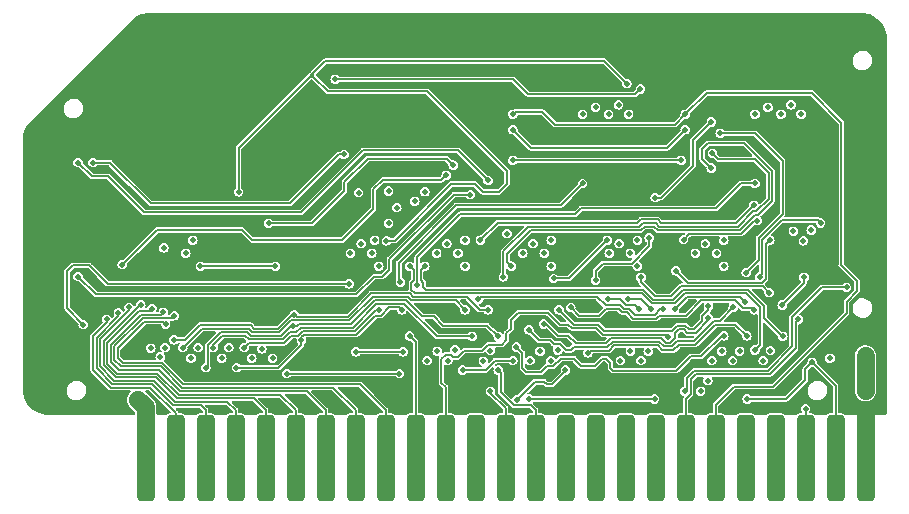
<source format=gbl>
G04 #@! TF.GenerationSoftware,KiCad,Pcbnew,7.0.10*
G04 #@! TF.CreationDate,2024-03-03T18:48:53-05:00*
G04 #@! TF.ProjectId,RAM128,52414d31-3238-42e6-9b69-6361645f7063,1.2*
G04 #@! TF.SameCoordinates,Original*
G04 #@! TF.FileFunction,Copper,L4,Bot*
G04 #@! TF.FilePolarity,Positive*
%FSLAX46Y46*%
G04 Gerber Fmt 4.6, Leading zero omitted, Abs format (unit mm)*
G04 Created by KiCad (PCBNEW 7.0.10) date 2024-03-03 18:48:53*
%MOMM*%
%LPD*%
G01*
G04 APERTURE LIST*
G04 Aperture macros list*
%AMRoundRect*
0 Rectangle with rounded corners*
0 $1 Rounding radius*
0 $2 $3 $4 $5 $6 $7 $8 $9 X,Y pos of 4 corners*
0 Add a 4 corners polygon primitive as box body*
4,1,4,$2,$3,$4,$5,$6,$7,$8,$9,$2,$3,0*
0 Add four circle primitives for the rounded corners*
1,1,$1+$1,$2,$3*
1,1,$1+$1,$4,$5*
1,1,$1+$1,$6,$7*
1,1,$1+$1,$8,$9*
0 Add four rect primitives between the rounded corners*
20,1,$1+$1,$2,$3,$4,$5,0*
20,1,$1+$1,$4,$5,$6,$7,0*
20,1,$1+$1,$6,$7,$8,$9,0*
20,1,$1+$1,$8,$9,$2,$3,0*%
G04 Aperture macros list end*
G04 #@! TA.AperFunction,SMDPad,CuDef*
%ADD10RoundRect,0.381000X0.381000X3.289000X-0.381000X3.289000X-0.381000X-3.289000X0.381000X-3.289000X0*%
G04 #@! TD*
G04 #@! TA.AperFunction,ViaPad*
%ADD11C,0.500000*%
G04 #@! TD*
G04 #@! TA.AperFunction,ViaPad*
%ADD12C,0.800000*%
G04 #@! TD*
G04 #@! TA.AperFunction,ViaPad*
%ADD13C,1.524000*%
G04 #@! TD*
G04 #@! TA.AperFunction,ViaPad*
%ADD14C,0.600000*%
G04 #@! TD*
G04 #@! TA.AperFunction,Conductor*
%ADD15C,1.524000*%
G04 #@! TD*
G04 #@! TA.AperFunction,Conductor*
%ADD16C,0.150000*%
G04 #@! TD*
G04 APERTURE END LIST*
D10*
X137160000Y-135282000D03*
X134620000Y-135282000D03*
X132080000Y-135282000D03*
X129540000Y-135282000D03*
X127000000Y-135282000D03*
X124460000Y-135282000D03*
X121920000Y-135282000D03*
X119380000Y-135282000D03*
X116840000Y-135282000D03*
X114300000Y-135282000D03*
X111760000Y-135282000D03*
X109220000Y-135282000D03*
X106680000Y-135282000D03*
X104140000Y-135282000D03*
X101600000Y-135282000D03*
X99060000Y-135282000D03*
X96520000Y-135282000D03*
X93980000Y-135282000D03*
X91440000Y-135282000D03*
X88900000Y-135282000D03*
X86360000Y-135282000D03*
X83820000Y-135282000D03*
X81280000Y-135282000D03*
X78740000Y-135282000D03*
X76200000Y-135282000D03*
D11*
X116400000Y-127000000D03*
X117250000Y-126200000D03*
X109000000Y-117100000D03*
X108150000Y-117900000D03*
X109950000Y-117900000D03*
X103250000Y-119000000D03*
X103250000Y-116800000D03*
X101700000Y-117100000D03*
X110550000Y-119000000D03*
X100850000Y-117900000D03*
X110550000Y-116800000D03*
X102650000Y-117900000D03*
X95950000Y-119000000D03*
X94450000Y-117100000D03*
X125150000Y-116800000D03*
X115450000Y-117900000D03*
X123600000Y-117100000D03*
X116300000Y-117100000D03*
X93550000Y-117900000D03*
X95350000Y-117900000D03*
X117850000Y-119000000D03*
X117850000Y-116800000D03*
X117250000Y-117900000D03*
X125150000Y-119000000D03*
X122750000Y-117900000D03*
X124550000Y-117900000D03*
X94234000Y-112776000D03*
X96774000Y-112649000D03*
X115400000Y-106150000D03*
X116250000Y-105350000D03*
X113200000Y-106150000D03*
X117100000Y-106150000D03*
X114300000Y-105550000D03*
X128900000Y-105550000D03*
X131700000Y-106150000D03*
X127800000Y-106150000D03*
X130850000Y-105350000D03*
X130000000Y-106150000D03*
X79600000Y-117900000D03*
X80200000Y-116800000D03*
X85200000Y-126800000D03*
X86950000Y-126800000D03*
X86050000Y-126000000D03*
X80050000Y-126800000D03*
X80650000Y-125900000D03*
X82650000Y-126800000D03*
X126500000Y-126200000D03*
X76650000Y-125950000D03*
X101800000Y-127000000D03*
X123800000Y-128700000D03*
X97472500Y-114046000D03*
D12*
X137160000Y-126619000D03*
D11*
X100900000Y-126200000D03*
X83250000Y-125900000D03*
X77750000Y-117450000D03*
X106800000Y-116250000D03*
X100050000Y-127000000D03*
X95600000Y-116800000D03*
X125000000Y-126200000D03*
X105400000Y-126150000D03*
X108750000Y-127000000D03*
X118750000Y-126200000D03*
X111100000Y-126100000D03*
X134150000Y-126800000D03*
X109600000Y-126200000D03*
X124150000Y-127000000D03*
X131900000Y-116850000D03*
X123200000Y-129600000D03*
X128500000Y-127000000D03*
X96774000Y-115379500D03*
X129100000Y-126150000D03*
X99850000Y-112700000D03*
X110500000Y-127000000D03*
X131050000Y-116050000D03*
X118150000Y-127000000D03*
X132550000Y-115950000D03*
X99000000Y-113500000D03*
X102400000Y-126100000D03*
D13*
X137160000Y-129540000D03*
D11*
X77450000Y-126700000D03*
X125900000Y-127000000D03*
X104800000Y-127050000D03*
X77850000Y-125900000D03*
X87630000Y-131318000D03*
X97790000Y-131318000D03*
X107950000Y-131318000D03*
X105410000Y-131318000D03*
X110490000Y-131318000D03*
X113030000Y-131318000D03*
X115570000Y-131318000D03*
X118110000Y-131318000D03*
X100330000Y-131318000D03*
X95250000Y-131318000D03*
X92710000Y-131318000D03*
X90170000Y-131318000D03*
X80010000Y-131318000D03*
X82550000Y-131318000D03*
X102870000Y-131318000D03*
X123190000Y-131318000D03*
X135890000Y-131318000D03*
X133350000Y-131318000D03*
X130810000Y-131318000D03*
X128270000Y-131318000D03*
X125730000Y-131318000D03*
X120650000Y-131318000D03*
X138684000Y-131318000D03*
X133223000Y-97790000D03*
X123063000Y-97790000D03*
X128143000Y-97790000D03*
X97663000Y-97790000D03*
X102743000Y-97790000D03*
X107823000Y-97790000D03*
X87503000Y-97790000D03*
X92583000Y-97790000D03*
X117983000Y-97790000D03*
X138557000Y-99187000D03*
X112903000Y-97790000D03*
X75692000Y-98044000D03*
X77470000Y-131318000D03*
X67437000Y-131191000D03*
X66040000Y-122682000D03*
X74930000Y-131318000D03*
X82423000Y-97790000D03*
X69342000Y-104394000D03*
X72644000Y-101092000D03*
X85090000Y-131318000D03*
X137287000Y-97917000D03*
X66294000Y-107442000D03*
X121900000Y-112000000D03*
X123000000Y-112600000D03*
X124100000Y-112000000D03*
X118100000Y-128500000D03*
X116400000Y-128500000D03*
X117250000Y-129300000D03*
X75150000Y-125950000D03*
X100850000Y-119400000D03*
X107250000Y-124900000D03*
X107750000Y-123800000D03*
X107150000Y-122700000D03*
X94450000Y-120200000D03*
X99700000Y-124900000D03*
X100450000Y-123800000D03*
X95250000Y-119400000D03*
X99850000Y-122700000D03*
X115450000Y-119400000D03*
X129650000Y-123800000D03*
X122750000Y-119400000D03*
X129050000Y-122700000D03*
X124450000Y-119400000D03*
X116300000Y-120200000D03*
X122350000Y-123800000D03*
X117150000Y-119400000D03*
X121750000Y-122700000D03*
X108150000Y-119400000D03*
X109000000Y-120200000D03*
X109850000Y-119400000D03*
X101700000Y-120200000D03*
X102550000Y-119400000D03*
X110350000Y-126100000D03*
X77724000Y-102108000D03*
X77025500Y-100774500D03*
X77724000Y-99441000D03*
X112000000Y-125600000D03*
X115050000Y-127350000D03*
X118000000Y-126200000D03*
X126150000Y-125100000D03*
X77343000Y-97790000D03*
X69850000Y-131318000D03*
X109600000Y-106450000D03*
X115400000Y-107650000D03*
X109500000Y-112000000D03*
X117100000Y-107650000D03*
X107300000Y-111850000D03*
X108400000Y-112600000D03*
X116250000Y-108450000D03*
X130850000Y-108450000D03*
X131700000Y-107650000D03*
X130000000Y-107650000D03*
X86050000Y-122700000D03*
X86650000Y-123800000D03*
X86900000Y-128300000D03*
X82550000Y-128500000D03*
X79950000Y-128500000D03*
X85150000Y-128500000D03*
X127050000Y-109450000D03*
X76200000Y-107442000D03*
X88500000Y-119100000D03*
X82700000Y-109250000D03*
X84850000Y-108900000D03*
X86550000Y-109600000D03*
X92900000Y-108500000D03*
X124500000Y-114850000D03*
X121350000Y-114700000D03*
X112400000Y-114100000D03*
X124850000Y-122400000D03*
X120200000Y-104700000D03*
X119100000Y-104400000D03*
X121300000Y-105000000D03*
X110200000Y-107900000D03*
X66167000Y-129921000D03*
X66040000Y-117602000D03*
X66040000Y-112522000D03*
X66040000Y-127762000D03*
X138684000Y-104267000D03*
X138684000Y-109347000D03*
X138684000Y-114427000D03*
X138684000Y-119507000D03*
X138684000Y-124587000D03*
X138684000Y-129667000D03*
X68580000Y-125222000D03*
X68453000Y-115062000D03*
X68580000Y-109982000D03*
X68580000Y-120142000D03*
X71120000Y-122682000D03*
X71120000Y-127762000D03*
X73660000Y-119950000D03*
X73660000Y-109982000D03*
X73787000Y-115062000D03*
X76200000Y-112522000D03*
X73660000Y-104902000D03*
X76200000Y-102362000D03*
X133050000Y-106400000D03*
X134350000Y-106800000D03*
X118500000Y-112650000D03*
X117650000Y-112100000D03*
X136144000Y-111887000D03*
X136144000Y-116967000D03*
X89662000Y-127600000D03*
X89400000Y-126450000D03*
X77250000Y-125250000D03*
X98150000Y-111200000D03*
X99000000Y-110400000D03*
X77750000Y-118800000D03*
X94869000Y-102171500D03*
X114300000Y-124900000D03*
X106900000Y-129600000D03*
X96266000Y-103695500D03*
X121300000Y-127000000D03*
X125000000Y-129300000D03*
X130250000Y-129600000D03*
X104300000Y-128700000D03*
X104750000Y-125400000D03*
X133850000Y-119450000D03*
X109500000Y-110700000D03*
X114400000Y-122700000D03*
X120650000Y-128700000D03*
X74350000Y-126600000D03*
X92329000Y-102171500D03*
X72450000Y-129200000D03*
X71550000Y-130300000D03*
X102400000Y-116550000D03*
X107300000Y-128700000D03*
D14*
X135763000Y-129159000D03*
D11*
X125850000Y-128650000D03*
D14*
X134366000Y-127635000D03*
D11*
X108750000Y-128500000D03*
X128950000Y-124850000D03*
X131050000Y-119150000D03*
X93599000Y-102171500D03*
X131900000Y-118350000D03*
X101750000Y-128500000D03*
X120967500Y-120459500D03*
X128400000Y-128700000D03*
X120100000Y-129600000D03*
X79450000Y-124650000D03*
X99850000Y-111200000D03*
X93599000Y-115350000D03*
X94488000Y-104711500D03*
X134450000Y-118550000D03*
X94869000Y-103695500D03*
X93450000Y-116900000D03*
X113000000Y-128700000D03*
X100050000Y-128500000D03*
X113650000Y-116450000D03*
X121900000Y-126150000D03*
X93150000Y-125300000D03*
X79450000Y-118900000D03*
X115050000Y-123800000D03*
X93789500Y-111950500D03*
X109600000Y-129300000D03*
X97663000Y-103695500D03*
X121550000Y-124850000D03*
X110450000Y-128500000D03*
X112400000Y-129600000D03*
X131000000Y-128700000D03*
D14*
X135509000Y-126619000D03*
D11*
X96139000Y-102171500D03*
X77900000Y-123900000D03*
X78650000Y-123200000D03*
X107300000Y-107450000D03*
X121900000Y-107450000D03*
X83900000Y-127600000D03*
X97900000Y-122700000D03*
X89400000Y-125300000D03*
X81300000Y-127600000D03*
X106050000Y-124950000D03*
X88700000Y-124100000D03*
X107300000Y-110050000D03*
X121550000Y-110050000D03*
X105200000Y-122700000D03*
X78600000Y-125250000D03*
X88800000Y-123100000D03*
X73900000Y-122950000D03*
X77700000Y-122900000D03*
X72900000Y-123500000D03*
X74800000Y-122500000D03*
X75800000Y-122300000D03*
X76750000Y-122600000D03*
D13*
X75565000Y-130302000D03*
D11*
X109900000Y-123900000D03*
X123850000Y-123400000D03*
X107650000Y-130300000D03*
X123850000Y-122400000D03*
X111200000Y-122700000D03*
X111750000Y-127800000D03*
X107300000Y-106150000D03*
X121900000Y-106150000D03*
X131450000Y-123500000D03*
X106050000Y-127800000D03*
X105400000Y-129600000D03*
X120450000Y-125000000D03*
X98550000Y-124900000D03*
X132080000Y-131064000D03*
X132650000Y-127150000D03*
X127150000Y-130250000D03*
X70485000Y-110236000D03*
X105200000Y-111750000D03*
X84074000Y-112712500D03*
X96600000Y-116850000D03*
X116950000Y-103550000D03*
X130100000Y-122300000D03*
X118100000Y-104000000D03*
X92265500Y-103187500D03*
X131950000Y-119950000D03*
X119350000Y-113200000D03*
X124100000Y-106800000D03*
X115300000Y-116800000D03*
X110750000Y-120050000D03*
X124200000Y-109450000D03*
X106500000Y-119900000D03*
X107150000Y-119000000D03*
X124100000Y-110700000D03*
X121850000Y-129600000D03*
X135550000Y-120800000D03*
X127050000Y-119550000D03*
X124850000Y-107750000D03*
X107600000Y-125850000D03*
X125150000Y-124900000D03*
X108650000Y-124400000D03*
X125950000Y-122500000D03*
X113650000Y-126350000D03*
X127100000Y-124900000D03*
X127750000Y-122700000D03*
X112200000Y-122500000D03*
X118150000Y-119950000D03*
X129000000Y-121250000D03*
X129050000Y-116800000D03*
X121100000Y-119400000D03*
X121750000Y-116750000D03*
X104550000Y-116800000D03*
X127700000Y-113850000D03*
X128000000Y-115150000D03*
X99200000Y-120600000D03*
X127800000Y-112000000D03*
X113200000Y-112000000D03*
X97775000Y-120375000D03*
X119300000Y-130250000D03*
X114300000Y-120200000D03*
X108650000Y-130250000D03*
X118850000Y-116600000D03*
X127800000Y-126100000D03*
X98550000Y-119000000D03*
X115350000Y-121800000D03*
X118000000Y-122650000D03*
X119000000Y-122650000D03*
X117050000Y-121800000D03*
X74231500Y-118872000D03*
X101650000Y-111300000D03*
X103700000Y-112950000D03*
X70485000Y-119888000D03*
X104350000Y-121800000D03*
X120000000Y-122650000D03*
X128200000Y-119900000D03*
X133350000Y-115350000D03*
X126950000Y-122050000D03*
X121000000Y-122650000D03*
X71755000Y-110236000D03*
X93000000Y-109550000D03*
X81950000Y-125900000D03*
X103850000Y-124950000D03*
X79350000Y-125900000D03*
X103250000Y-122700000D03*
X130150000Y-124950000D03*
X99850000Y-119000000D03*
X86614000Y-115379500D03*
X102250000Y-110450000D03*
X84550000Y-125900000D03*
X95950000Y-122700000D03*
X70929500Y-123952000D03*
X93450000Y-120500000D03*
X94000000Y-126250000D03*
X98000000Y-126250000D03*
X80850000Y-119000000D03*
X103050000Y-127800000D03*
X97700000Y-128100000D03*
X88150000Y-128100000D03*
X87200000Y-119000000D03*
X107300000Y-127000000D03*
D15*
X137160000Y-129540000D02*
X137160000Y-126619000D01*
X137160000Y-135382000D02*
X137160000Y-131445000D01*
D16*
X77700000Y-123700000D02*
X76100000Y-123700000D01*
X74250000Y-127200000D02*
X77600000Y-127200000D01*
X79400000Y-129000000D02*
X94329000Y-129000000D01*
X94329000Y-129000000D02*
X96520000Y-131191000D01*
X96520000Y-131191000D02*
X96520000Y-135282000D01*
X73850000Y-126800000D02*
X74250000Y-127200000D01*
X77900000Y-123900000D02*
X77700000Y-123700000D01*
X73850000Y-125950000D02*
X73850000Y-126800000D01*
X77600000Y-127200000D02*
X79400000Y-129000000D01*
X76100000Y-123700000D02*
X73850000Y-125950000D01*
X73550000Y-126950000D02*
X73550000Y-125800000D01*
X78450000Y-123400000D02*
X75950000Y-123400000D01*
X93980000Y-131191000D02*
X93980000Y-135282000D01*
X92089000Y-129300000D02*
X93980000Y-131191000D01*
X79275000Y-129300000D02*
X92089000Y-129300000D01*
X73550000Y-126950000D02*
X74100000Y-127500000D01*
X75950000Y-123400000D02*
X73550000Y-125800000D01*
X74100000Y-127500000D02*
X77475000Y-127500000D01*
X77475000Y-127500000D02*
X79275000Y-129300000D01*
X78650000Y-123200000D02*
X78450000Y-123400000D01*
X121900000Y-107450000D02*
X120350000Y-109000000D01*
X108850000Y-109000000D02*
X107300000Y-107450000D01*
X120350000Y-109000000D02*
X108850000Y-109000000D01*
X89400000Y-125300000D02*
X89400000Y-125025000D01*
X89625000Y-124800000D02*
X94050000Y-124800000D01*
X89400000Y-125650000D02*
X87450000Y-127600000D01*
X96850000Y-122500000D02*
X97700000Y-122500000D01*
X96150000Y-123200000D02*
X96850000Y-122500000D01*
X89400000Y-125025000D02*
X89625000Y-124800000D01*
X95650000Y-123200000D02*
X96150000Y-123200000D01*
X87450000Y-127600000D02*
X83900000Y-127600000D01*
X94050000Y-124800000D02*
X95650000Y-123200000D01*
X89400000Y-125300000D02*
X89400000Y-125650000D01*
X97700000Y-122500000D02*
X97900000Y-122700000D01*
X85100000Y-124900000D02*
X84800000Y-124600000D01*
X101400000Y-124050000D02*
X100600000Y-123250000D01*
X99600000Y-123250000D02*
X98250000Y-121900000D01*
X87675000Y-124900000D02*
X85100000Y-124900000D01*
X88475000Y-124100000D02*
X87675000Y-124900000D01*
X89000000Y-124100000D02*
X88700000Y-124100000D01*
X89200000Y-123900000D02*
X89000000Y-124100000D01*
X84800000Y-124600000D02*
X82550000Y-124600000D01*
X105150000Y-124050000D02*
X101400000Y-124050000D01*
X93600000Y-123900000D02*
X89200000Y-123900000D01*
X82550000Y-124600000D02*
X81450000Y-125700000D01*
X81450000Y-127450000D02*
X81300000Y-127600000D01*
X95600000Y-121900000D02*
X93600000Y-123900000D01*
X100600000Y-123250000D02*
X99600000Y-123250000D01*
X81450000Y-125700000D02*
X81450000Y-127450000D01*
X106050000Y-124950000D02*
X105150000Y-124050000D01*
X98250000Y-121900000D02*
X95600000Y-121900000D01*
X88700000Y-124100000D02*
X88475000Y-124100000D01*
X85400000Y-124300000D02*
X87400000Y-124300000D01*
X88800000Y-123100000D02*
X89000000Y-123300000D01*
X103437500Y-121600000D02*
X104537500Y-122700000D01*
X89000000Y-123300000D02*
X93300000Y-123300000D01*
X93300000Y-123300000D02*
X95300000Y-121300000D01*
X98850000Y-121600000D02*
X103437500Y-121600000D01*
X85100000Y-124000000D02*
X85400000Y-124300000D01*
X121550000Y-110050000D02*
X107300000Y-110050000D01*
X79550000Y-125250000D02*
X80800000Y-124000000D01*
X95300000Y-121300000D02*
X98550000Y-121300000D01*
X80800000Y-124000000D02*
X85100000Y-124000000D01*
X78600000Y-125250000D02*
X79550000Y-125250000D01*
X98550000Y-121300000D02*
X98850000Y-121600000D01*
X87400000Y-124300000D02*
X88600000Y-123100000D01*
X104537500Y-122700000D02*
X105200000Y-122700000D01*
X88600000Y-123100000D02*
X88800000Y-123100000D01*
X76750000Y-129000000D02*
X73400000Y-129000000D01*
X73400000Y-129000000D02*
X72050000Y-127650000D01*
X78550000Y-130800000D02*
X76750000Y-129000000D01*
X73900000Y-123200000D02*
X73900000Y-122950000D01*
X81280000Y-135282000D02*
X81280000Y-131191000D01*
X81280000Y-131191000D02*
X80889000Y-130800000D01*
X72050000Y-125050000D02*
X73900000Y-123200000D01*
X80889000Y-130800000D02*
X78550000Y-130800000D01*
X72050000Y-125050000D02*
X72050000Y-127650000D01*
X77500000Y-123100000D02*
X75800000Y-123100000D01*
X77700000Y-122900000D02*
X77500000Y-123100000D01*
X77337500Y-127800000D02*
X79137500Y-129600000D01*
X73250000Y-127100000D02*
X73950000Y-127800000D01*
X75800000Y-123100000D02*
X73250000Y-125650000D01*
X73250000Y-125650000D02*
X73250000Y-127100000D01*
X91440000Y-131191000D02*
X91440000Y-135282000D01*
X79137500Y-129600000D02*
X89849000Y-129600000D01*
X73950000Y-127800000D02*
X77337500Y-127800000D01*
X89849000Y-129600000D02*
X91440000Y-131191000D01*
X72900000Y-123500000D02*
X72900000Y-123750000D01*
X78740000Y-131440000D02*
X78740000Y-135282000D01*
X72900000Y-123750000D02*
X71750000Y-124900000D01*
X71750000Y-124900000D02*
X71750000Y-127800000D01*
X73250000Y-129300000D02*
X76600000Y-129300000D01*
X76600000Y-129300000D02*
X78740000Y-131440000D01*
X71750000Y-127800000D02*
X73250000Y-129300000D01*
X72350000Y-127500000D02*
X72350000Y-125200000D01*
X78700000Y-130500000D02*
X83129000Y-130500000D01*
X72350000Y-127500000D02*
X73550000Y-128700000D01*
X74800000Y-122750000D02*
X72350000Y-125200000D01*
X76900000Y-128700000D02*
X78700000Y-130500000D01*
X74800000Y-122500000D02*
X74800000Y-122750000D01*
X73550000Y-128700000D02*
X76900000Y-128700000D01*
X83129000Y-130500000D02*
X83820000Y-131191000D01*
X83820000Y-131191000D02*
X83820000Y-135282000D01*
X73675000Y-128400000D02*
X77050000Y-128400000D01*
X75700000Y-122300000D02*
X72650000Y-125350000D01*
X72650000Y-127375000D02*
X73675000Y-128400000D01*
X86360000Y-131191000D02*
X86360000Y-135282000D01*
X78850000Y-130200000D02*
X85369000Y-130200000D01*
X75800000Y-122300000D02*
X75700000Y-122300000D01*
X85369000Y-130200000D02*
X86360000Y-131191000D01*
X77050000Y-128400000D02*
X78850000Y-130200000D01*
X72650000Y-125350000D02*
X72650000Y-127375000D01*
X88900000Y-131191000D02*
X88900000Y-135282000D01*
X87609000Y-129900000D02*
X88900000Y-131191000D01*
X72950000Y-125500000D02*
X72950000Y-127250000D01*
X79000000Y-129900000D02*
X87609000Y-129900000D01*
X72950000Y-127250000D02*
X73800000Y-128100000D01*
X73800000Y-128100000D02*
X77200000Y-128100000D01*
X75650000Y-122800000D02*
X72950000Y-125500000D01*
X76750000Y-122600000D02*
X76550000Y-122800000D01*
X77200000Y-128100000D02*
X79000000Y-129900000D01*
X76550000Y-122800000D02*
X75650000Y-122800000D01*
D15*
X75565000Y-130302000D02*
X76200000Y-130937000D01*
X76200000Y-130937000D02*
X76200000Y-135282000D01*
D16*
X120625000Y-125500000D02*
X120250000Y-125500000D01*
X121050000Y-125075000D02*
X120625000Y-125500000D01*
X122050000Y-124650000D02*
X121750000Y-124350000D01*
X112650000Y-125550000D02*
X112000000Y-124900000D01*
X121350000Y-124350000D02*
X121050000Y-124650000D01*
X123850000Y-123400000D02*
X123850000Y-123600000D01*
X121750000Y-124350000D02*
X121350000Y-124350000D01*
X115600000Y-125100000D02*
X115150000Y-125550000D01*
X119850000Y-125100000D02*
X115600000Y-125100000D01*
X122800000Y-124650000D02*
X122050000Y-124650000D01*
X110100000Y-123900000D02*
X109900000Y-123900000D01*
X115150000Y-125550000D02*
X112650000Y-125550000D01*
X111100000Y-124900000D02*
X110100000Y-123900000D01*
X120250000Y-125500000D02*
X119850000Y-125100000D01*
X112000000Y-124900000D02*
X111100000Y-124900000D01*
X123850000Y-123600000D02*
X122800000Y-124650000D01*
X121050000Y-124650000D02*
X121050000Y-125075000D01*
X123350000Y-123650000D02*
X122650000Y-124350000D01*
X107650000Y-130300000D02*
X109150000Y-128800000D01*
X121900000Y-124050000D02*
X121200000Y-124050000D01*
X123350000Y-123200000D02*
X123350000Y-123650000D01*
X121200000Y-124050000D02*
X120750000Y-124500000D01*
X112450000Y-123950000D02*
X111200000Y-122700000D01*
X122200000Y-124350000D02*
X121900000Y-124050000D01*
X115050000Y-124500000D02*
X114500000Y-123950000D01*
X110150000Y-129000000D02*
X110650000Y-129000000D01*
X110650000Y-129000000D02*
X111750000Y-127900000D01*
X109950000Y-128800000D02*
X110150000Y-129000000D01*
X123850000Y-122400000D02*
X123850000Y-122700000D01*
X123850000Y-122700000D02*
X123350000Y-123200000D01*
X114500000Y-123950000D02*
X112450000Y-123950000D01*
X111750000Y-127900000D02*
X111750000Y-127800000D01*
X122650000Y-124350000D02*
X122200000Y-124350000D01*
X109150000Y-128800000D02*
X109950000Y-128800000D01*
X120750000Y-124500000D02*
X115050000Y-124500000D01*
X124460000Y-135282000D02*
X124460000Y-130740000D01*
X135100000Y-118900000D02*
X135100000Y-106850000D01*
X135550000Y-122000000D02*
X136450000Y-121100000D01*
X110875000Y-107025000D02*
X121025000Y-107025000D01*
X121025000Y-107025000D02*
X121900000Y-106150000D01*
X123700000Y-104350000D02*
X121900000Y-106150000D01*
X107500000Y-105950000D02*
X109800000Y-105950000D01*
X135100000Y-106850000D02*
X132600000Y-104350000D01*
X129350000Y-129200000D02*
X135550000Y-123000000D01*
X109800000Y-105950000D02*
X110875000Y-107025000D01*
X124460000Y-130740000D02*
X126000000Y-129200000D01*
X132600000Y-104350000D02*
X123700000Y-104350000D01*
X135550000Y-123000000D02*
X135550000Y-122000000D01*
X136450000Y-121100000D02*
X136450000Y-120250000D01*
X126000000Y-129200000D02*
X129350000Y-129200000D01*
X136450000Y-120250000D02*
X135100000Y-118900000D01*
X107300000Y-106150000D02*
X107500000Y-105950000D01*
X122800000Y-128150000D02*
X129050000Y-128150000D01*
X131250000Y-125950000D02*
X131250000Y-123700000D01*
X122350000Y-129850000D02*
X122350000Y-128600000D01*
X129050000Y-128150000D02*
X131250000Y-125950000D01*
X121920000Y-130280000D02*
X122350000Y-129850000D01*
X121920000Y-135282000D02*
X121920000Y-130280000D01*
X122350000Y-128600000D02*
X122800000Y-128150000D01*
X131250000Y-123700000D02*
X131450000Y-123500000D01*
X107400000Y-130800000D02*
X108850000Y-130800000D01*
X108850000Y-130800000D02*
X109220000Y-131170000D01*
X106300000Y-129700000D02*
X107400000Y-130800000D01*
X109220000Y-131170000D02*
X109220000Y-135282000D01*
X106050000Y-127800000D02*
X106300000Y-128050000D01*
X106300000Y-128050000D02*
X106300000Y-129700000D01*
X106680000Y-131030000D02*
X105400000Y-129750000D01*
X105400000Y-129750000D02*
X105400000Y-129600000D01*
X106680000Y-135282000D02*
X106680000Y-131030000D01*
X112000000Y-123950000D02*
X112300000Y-124250000D01*
X114350000Y-124250000D02*
X114900000Y-124800000D01*
X101600000Y-129250000D02*
X101250000Y-128900000D01*
X112300000Y-124250000D02*
X114350000Y-124250000D01*
X107150000Y-124300000D02*
X107150000Y-123550000D01*
X120250000Y-124800000D02*
X120450000Y-125000000D01*
X106750000Y-125300000D02*
X106750000Y-124700000D01*
X102050000Y-126500000D02*
X102250000Y-126700000D01*
X102650000Y-126700000D02*
X103200000Y-126150000D01*
X114900000Y-124800000D02*
X120250000Y-124800000D01*
X111250000Y-123950000D02*
X112000000Y-123950000D01*
X103200000Y-126150000D02*
X104700000Y-126150000D01*
X102250000Y-126700000D02*
X102650000Y-126700000D01*
X101250000Y-126850000D02*
X101600000Y-126500000D01*
X101250000Y-128900000D02*
X101250000Y-126850000D01*
X106750000Y-124700000D02*
X107150000Y-124300000D01*
X107150000Y-123550000D02*
X107750000Y-122950000D01*
X101600000Y-126500000D02*
X102050000Y-126500000D01*
X104700000Y-126150000D02*
X105200000Y-125650000D01*
X107750000Y-122950000D02*
X110250000Y-122950000D01*
X105200000Y-125650000D02*
X106400000Y-125650000D01*
X106400000Y-125650000D02*
X106750000Y-125300000D01*
X101600000Y-135282000D02*
X101600000Y-129250000D01*
X110250000Y-122950000D02*
X111250000Y-123950000D01*
X99060000Y-125410000D02*
X98550000Y-124900000D01*
X99060000Y-135282000D02*
X99060000Y-125410000D01*
X132080000Y-135382000D02*
X132080000Y-131064000D01*
X94650000Y-109200000D02*
X89400000Y-114450000D01*
X132650000Y-127150000D02*
X132050000Y-127750000D01*
X102650000Y-109200000D02*
X94650000Y-109200000D01*
X132650000Y-127150000D02*
X134620000Y-129120000D01*
X134620000Y-129120000D02*
X134620000Y-135282000D01*
X130450000Y-130250000D02*
X127150000Y-130250000D01*
X76050000Y-114450000D02*
X73000000Y-111400000D01*
X73000000Y-111400000D02*
X71649000Y-111400000D01*
X132050000Y-127750000D02*
X132050000Y-128650000D01*
X132050000Y-128650000D02*
X130450000Y-130250000D01*
X105200000Y-111750000D02*
X102650000Y-109200000D01*
X71649000Y-111400000D02*
X70485000Y-110236000D01*
X89400000Y-114450000D02*
X76050000Y-114450000D01*
X104762500Y-112712500D02*
X104100000Y-112050000D01*
X93472000Y-104203500D02*
X100053500Y-104203500D01*
X91400000Y-101650000D02*
X90400000Y-102650000D01*
X106112500Y-112712500D02*
X104762500Y-112712500D01*
X102100000Y-112050000D02*
X97300000Y-116850000D01*
X84074000Y-108976000D02*
X90100000Y-102950000D01*
X115050000Y-101650000D02*
X91400000Y-101650000D01*
X116950000Y-103550000D02*
X115050000Y-101650000D01*
X84074000Y-112712500D02*
X84074000Y-108976000D01*
X100053500Y-104203500D02*
X106800000Y-110950000D01*
X90250000Y-102800000D02*
X90400000Y-102650000D01*
X106800000Y-110950000D02*
X106800000Y-112025000D01*
X91650000Y-104200000D02*
X93468500Y-104200000D01*
X90400000Y-102950000D02*
X90400000Y-102650000D01*
X104100000Y-112050000D02*
X102100000Y-112050000D01*
X90100000Y-102950000D02*
X90250000Y-102800000D01*
X106800000Y-112025000D02*
X106112500Y-112712500D01*
X93468500Y-104200000D02*
X93472000Y-104203500D01*
X90250000Y-102800000D02*
X90400000Y-102950000D01*
X90400000Y-102950000D02*
X91650000Y-104200000D01*
X90400000Y-102950000D02*
X90100000Y-102950000D01*
X97300000Y-116850000D02*
X96600000Y-116850000D01*
X117650000Y-104450000D02*
X118100000Y-104000000D01*
X131950000Y-119950000D02*
X131950000Y-120450000D01*
X107337500Y-103187500D02*
X108600000Y-104450000D01*
X131950000Y-120450000D02*
X130100000Y-122300000D01*
X92265500Y-103187500D02*
X107337500Y-103187500D01*
X108600000Y-104450000D02*
X117650000Y-104450000D01*
X115300000Y-116800000D02*
X112050000Y-120050000D01*
X112050000Y-120050000D02*
X110750000Y-120050000D01*
X119850000Y-113200000D02*
X122550000Y-110500000D01*
X122550000Y-110500000D02*
X122550000Y-108350000D01*
X122550000Y-108350000D02*
X124100000Y-106800000D01*
X119350000Y-113200000D02*
X119850000Y-113200000D01*
X127800000Y-109950000D02*
X124700000Y-109950000D01*
X127650000Y-114350000D02*
X127900000Y-114350000D01*
X108600000Y-115650000D02*
X118000000Y-115650000D01*
X118300000Y-115350000D02*
X119400000Y-115350000D01*
X119700000Y-115650000D02*
X126350000Y-115650000D01*
X127900000Y-114350000D02*
X128950000Y-113300000D01*
X124700000Y-109950000D02*
X124200000Y-109450000D01*
X128950000Y-111100000D02*
X127800000Y-109950000D01*
X106500000Y-119900000D02*
X106500000Y-117750000D01*
X118000000Y-115650000D02*
X118300000Y-115350000D01*
X126350000Y-115650000D02*
X127650000Y-114350000D01*
X128950000Y-113300000D02*
X128950000Y-111100000D01*
X106500000Y-117750000D02*
X108600000Y-115650000D01*
X119400000Y-115350000D02*
X119700000Y-115650000D01*
X119550000Y-115950000D02*
X119250000Y-115650000D01*
X108800000Y-115950000D02*
X106800000Y-117950000D01*
X106800000Y-118650000D02*
X107150000Y-119000000D01*
X126500000Y-115950000D02*
X119550000Y-115950000D01*
X128050000Y-114650000D02*
X127800000Y-114650000D01*
X127800000Y-114650000D02*
X126500000Y-115950000D01*
X106800000Y-117950000D02*
X106800000Y-118650000D01*
X126900000Y-108600000D02*
X129250000Y-110950000D01*
X119250000Y-115650000D02*
X118450000Y-115650000D01*
X129250000Y-110950000D02*
X129250000Y-113450000D01*
X123800000Y-108600000D02*
X126900000Y-108600000D01*
X129250000Y-113450000D02*
X128050000Y-114650000D01*
X118450000Y-115650000D02*
X118150000Y-115950000D01*
X124100000Y-110700000D02*
X123300000Y-109900000D01*
X123300000Y-109900000D02*
X123300000Y-109100000D01*
X123300000Y-109100000D02*
X123800000Y-108600000D01*
X118150000Y-115950000D02*
X108800000Y-115950000D01*
X130950000Y-125800000D02*
X130950000Y-123300000D01*
X128900000Y-127850000D02*
X130950000Y-125800000D01*
X133450000Y-120800000D02*
X135550000Y-120800000D01*
X121850000Y-129600000D02*
X122050000Y-129400000D01*
X122050000Y-128450000D02*
X122650000Y-127850000D01*
X122650000Y-127850000D02*
X128900000Y-127850000D01*
X130950000Y-123300000D02*
X133450000Y-120800000D01*
X122050000Y-129400000D02*
X122050000Y-128450000D01*
X130150000Y-114550000D02*
X128100000Y-116600000D01*
X124850000Y-107750000D02*
X127800000Y-107750000D01*
X128100000Y-116600000D02*
X128100000Y-118500000D01*
X128100000Y-118500000D02*
X127050000Y-119550000D01*
X130150000Y-110100000D02*
X130150000Y-114550000D01*
X127800000Y-107750000D02*
X130150000Y-110100000D01*
X123250000Y-126650000D02*
X125000000Y-124900000D01*
X109700000Y-128000000D02*
X110200000Y-127500000D01*
X115750000Y-127850000D02*
X121150000Y-127850000D01*
X107600000Y-125850000D02*
X108100000Y-126350000D01*
X110200000Y-127500000D02*
X110700000Y-127500000D01*
X114850000Y-126850000D02*
X115225000Y-126850000D01*
X115550000Y-127175000D02*
X115550000Y-127650000D01*
X125000000Y-124900000D02*
X125150000Y-124900000D01*
X110700000Y-127500000D02*
X111350000Y-126850000D01*
X115225000Y-126850000D02*
X115550000Y-127175000D01*
X114250000Y-127450000D02*
X114850000Y-126850000D01*
X115550000Y-127650000D02*
X115750000Y-127850000D01*
X108100000Y-126350000D02*
X108100000Y-127650000D01*
X108450000Y-128000000D02*
X109700000Y-128000000D01*
X112500000Y-126850000D02*
X113100000Y-127450000D01*
X108100000Y-127650000D02*
X108450000Y-128000000D01*
X122350000Y-126650000D02*
X123250000Y-126650000D01*
X111350000Y-126850000D02*
X112500000Y-126850000D01*
X113100000Y-127450000D02*
X114250000Y-127450000D01*
X121150000Y-127850000D02*
X122350000Y-126650000D01*
X115300000Y-125850000D02*
X115750000Y-125400000D01*
X111300000Y-125600000D02*
X111800000Y-126100000D01*
X115750000Y-125400000D02*
X119700000Y-125400000D01*
X120100000Y-125800000D02*
X120750000Y-125800000D01*
X108650000Y-124400000D02*
X109550000Y-125300000D01*
X119700000Y-125400000D02*
X120100000Y-125800000D01*
X110475000Y-125300000D02*
X110775000Y-125600000D01*
X112200000Y-126100000D02*
X112450000Y-125850000D01*
X122600000Y-125350000D02*
X124300000Y-123650000D01*
X124800000Y-123650000D02*
X125950000Y-122500000D01*
X121200000Y-125350000D02*
X122600000Y-125350000D01*
X110775000Y-125600000D02*
X111300000Y-125600000D01*
X109550000Y-125300000D02*
X110475000Y-125300000D01*
X112450000Y-125850000D02*
X115300000Y-125850000D01*
X111800000Y-126100000D02*
X112200000Y-126100000D01*
X120750000Y-125800000D02*
X121200000Y-125350000D01*
X124300000Y-123650000D02*
X124800000Y-123650000D01*
X124450000Y-123950000D02*
X126150000Y-123950000D01*
X119550000Y-125700000D02*
X119950000Y-126100000D01*
X115450000Y-126150000D02*
X115900000Y-125700000D01*
X121350000Y-125650000D02*
X122750000Y-125650000D01*
X119950000Y-126100000D02*
X120900000Y-126100000D01*
X113850000Y-126150000D02*
X115450000Y-126150000D01*
X115900000Y-125700000D02*
X119550000Y-125700000D01*
X120900000Y-126100000D02*
X121350000Y-125650000D01*
X122750000Y-125650000D02*
X124450000Y-123950000D01*
X126150000Y-123950000D02*
X127100000Y-124900000D01*
X113650000Y-126350000D02*
X113850000Y-126150000D01*
X121950000Y-123200000D02*
X123250000Y-121900000D01*
X126750000Y-122550000D02*
X127600000Y-122550000D01*
X115200000Y-122600000D02*
X116250000Y-122600000D01*
X116550000Y-122900000D02*
X116950000Y-122900000D01*
X126100000Y-121900000D02*
X126750000Y-122550000D01*
X114600000Y-123200000D02*
X115200000Y-122600000D01*
X116950000Y-122900000D02*
X117500000Y-123450000D01*
X119700000Y-123200000D02*
X121950000Y-123200000D01*
X112200000Y-122500000D02*
X112900000Y-123200000D01*
X117500000Y-123450000D02*
X119450000Y-123450000D01*
X119450000Y-123450000D02*
X119700000Y-123200000D01*
X123250000Y-121900000D02*
X126100000Y-121900000D01*
X116250000Y-122600000D02*
X116550000Y-122900000D01*
X112900000Y-123200000D02*
X114600000Y-123200000D01*
X127600000Y-122550000D02*
X127750000Y-122700000D01*
X119350000Y-121550000D02*
X118150000Y-120350000D01*
X120700000Y-121550000D02*
X119350000Y-121550000D01*
X129000000Y-121250000D02*
X128450000Y-120700000D01*
X121550000Y-120700000D02*
X120700000Y-121550000D01*
X118150000Y-120350000D02*
X118150000Y-119950000D01*
X128450000Y-120700000D02*
X121550000Y-120700000D01*
X128400000Y-120400000D02*
X122100000Y-120400000D01*
X122100000Y-120400000D02*
X121100000Y-119400000D01*
X128700000Y-117150000D02*
X128700000Y-120100000D01*
X128700000Y-120100000D02*
X128400000Y-120400000D01*
X129050000Y-116800000D02*
X128700000Y-117150000D01*
X119850000Y-115350000D02*
X119550000Y-115050000D01*
X122250000Y-116250000D02*
X121750000Y-116750000D01*
X127700000Y-113850000D02*
X126200000Y-115350000D01*
X128000000Y-115150000D02*
X127750000Y-115150000D01*
X106000000Y-115350000D02*
X104550000Y-116800000D01*
X119550000Y-115050000D02*
X118150000Y-115050000D01*
X127750000Y-115150000D02*
X126650000Y-116250000D01*
X117850000Y-115350000D02*
X106000000Y-115350000D01*
X118150000Y-115050000D02*
X117850000Y-115350000D01*
X126200000Y-115350000D02*
X119850000Y-115350000D01*
X126650000Y-116250000D02*
X122250000Y-116250000D01*
X102850000Y-114600000D02*
X99200000Y-118250000D01*
X112600000Y-114600000D02*
X102850000Y-114600000D01*
X127800000Y-112000000D02*
X126600000Y-112000000D01*
X99200000Y-118250000D02*
X99200000Y-120600000D01*
X124500000Y-114100000D02*
X113100000Y-114100000D01*
X126600000Y-112000000D02*
X124500000Y-114100000D01*
X113100000Y-114100000D02*
X112600000Y-114600000D01*
X111350000Y-113850000D02*
X113200000Y-112000000D01*
X97650000Y-118700000D02*
X102500000Y-113850000D01*
X97650000Y-120250000D02*
X97650000Y-118700000D01*
X102500000Y-113850000D02*
X111350000Y-113850000D01*
X97775000Y-120375000D02*
X97650000Y-120250000D01*
X118850000Y-116600000D02*
X118850000Y-117300000D01*
X118850000Y-117300000D02*
X117350000Y-118800000D01*
X119300000Y-130250000D02*
X108650000Y-130250000D01*
X117350000Y-118800000D02*
X114900000Y-118800000D01*
X114300000Y-119400000D02*
X114300000Y-120200000D01*
X114900000Y-118800000D02*
X114300000Y-119400000D01*
X127050000Y-121300000D02*
X121850000Y-121300000D01*
X98700000Y-121000000D02*
X98700000Y-120400000D01*
X99000000Y-121300000D02*
X98700000Y-121000000D01*
X128250000Y-125650000D02*
X128250000Y-122500000D01*
X98900000Y-120200000D02*
X98900000Y-119350000D01*
X119050000Y-122150000D02*
X118200000Y-121300000D01*
X127800000Y-126100000D02*
X128250000Y-125650000D01*
X98700000Y-120400000D02*
X98900000Y-120200000D01*
X128250000Y-122500000D02*
X127050000Y-121300000D01*
X121000000Y-122150000D02*
X119050000Y-122150000D01*
X98900000Y-119350000D02*
X98550000Y-119000000D01*
X121850000Y-121300000D02*
X121000000Y-122150000D01*
X118200000Y-121300000D02*
X99000000Y-121300000D01*
X116850000Y-122300000D02*
X117650000Y-122300000D01*
X116350000Y-121800000D02*
X116850000Y-122300000D01*
X115350000Y-121800000D02*
X116350000Y-121800000D01*
X117650000Y-122300000D02*
X118000000Y-122650000D01*
X119000000Y-122650000D02*
X118150000Y-121800000D01*
X118150000Y-121800000D02*
X117050000Y-121800000D01*
X85250000Y-116800000D02*
X84400000Y-115950000D01*
X84400000Y-115950000D02*
X77153500Y-115950000D01*
X101650000Y-111300000D02*
X101250000Y-111700000D01*
X96300000Y-111700000D02*
X95500000Y-112500000D01*
X95500000Y-112500000D02*
X95500000Y-114150000D01*
X92850000Y-116800000D02*
X85250000Y-116800000D01*
X101250000Y-111700000D02*
X96300000Y-111700000D01*
X77153500Y-115950000D02*
X74231500Y-118872000D01*
X95500000Y-114150000D02*
X92850000Y-116800000D01*
X102300000Y-112950000D02*
X96850000Y-118400000D01*
X71997000Y-121400000D02*
X70485000Y-119888000D01*
X96250000Y-119900000D02*
X95550000Y-119900000D01*
X95550000Y-119900000D02*
X94050000Y-121400000D01*
X103700000Y-112950000D02*
X102300000Y-112950000D01*
X96850000Y-118400000D02*
X96850000Y-119300000D01*
X94050000Y-121400000D02*
X71997000Y-121400000D01*
X96850000Y-119300000D02*
X96250000Y-119900000D01*
X116700000Y-122600000D02*
X116400000Y-122300000D01*
X117650000Y-123150000D02*
X119300000Y-123150000D01*
X117650000Y-123150000D02*
X117100000Y-122600000D01*
X114450000Y-121600000D02*
X104550000Y-121600000D01*
X116400000Y-122300000D02*
X115150000Y-122300000D01*
X115150000Y-122300000D02*
X114450000Y-121600000D01*
X119300000Y-123150000D02*
X119800000Y-122650000D01*
X104550000Y-121600000D02*
X104350000Y-121800000D01*
X117100000Y-122600000D02*
X116700000Y-122600000D01*
X119800000Y-122650000D02*
X120000000Y-122650000D01*
X133100000Y-115100000D02*
X130050000Y-115100000D01*
X88400000Y-113700000D02*
X76650000Y-113700000D01*
X128400000Y-116750000D02*
X128400000Y-119700000D01*
X122050000Y-121600000D02*
X126500000Y-121600000D01*
X76650000Y-113700000D02*
X73186000Y-110236000D01*
X128400000Y-119700000D02*
X128200000Y-119900000D01*
X121000000Y-122650000D02*
X122050000Y-121600000D01*
X133350000Y-115350000D02*
X133100000Y-115100000D01*
X92550000Y-109550000D02*
X88400000Y-113700000D01*
X93000000Y-109550000D02*
X92550000Y-109550000D01*
X126500000Y-121600000D02*
X126950000Y-122050000D01*
X73186000Y-110236000D02*
X71755000Y-110236000D01*
X130050000Y-115100000D02*
X128400000Y-116750000D01*
X88400000Y-124600000D02*
X88950000Y-124600000D01*
X82700000Y-124900000D02*
X84650000Y-124900000D01*
X95750000Y-122200000D02*
X98100000Y-122200000D01*
X84650000Y-124900000D02*
X84950000Y-125200000D01*
X81950000Y-125900000D02*
X81950000Y-125650000D01*
X100850000Y-124950000D02*
X103850000Y-124950000D01*
X98100000Y-122200000D02*
X100850000Y-124950000D01*
X89350000Y-124200000D02*
X93750000Y-124200000D01*
X81950000Y-125650000D02*
X82700000Y-124900000D01*
X88950000Y-124600000D02*
X89350000Y-124200000D01*
X84950000Y-125200000D02*
X87800000Y-125200000D01*
X93750000Y-124200000D02*
X95750000Y-122200000D01*
X87800000Y-125200000D02*
X88400000Y-124600000D01*
X98400000Y-121600000D02*
X98700000Y-121900000D01*
X88525000Y-123600000D02*
X93450000Y-123600000D01*
X84950000Y-124300000D02*
X85250000Y-124600000D01*
X79350000Y-125900000D02*
X80950000Y-124300000D01*
X98700000Y-121900000D02*
X102450000Y-121900000D01*
X95450000Y-121600000D02*
X98400000Y-121600000D01*
X87525000Y-124600000D02*
X88525000Y-123600000D01*
X93450000Y-123600000D02*
X95450000Y-121600000D01*
X85250000Y-124600000D02*
X87525000Y-124600000D01*
X102450000Y-121900000D02*
X103250000Y-122700000D01*
X80950000Y-124300000D02*
X84950000Y-124300000D01*
X127200000Y-121000000D02*
X128550000Y-122350000D01*
X99700000Y-120750000D02*
X99950000Y-121000000D01*
X128550000Y-123400000D02*
X130100000Y-124950000D01*
X99500000Y-120200000D02*
X99700000Y-120400000D01*
X118350000Y-121000000D02*
X119200000Y-121850000D01*
X120850000Y-121850000D02*
X121700000Y-121000000D01*
X128550000Y-122350000D02*
X128550000Y-123400000D01*
X99850000Y-119000000D02*
X99500000Y-119350000D01*
X119200000Y-121850000D02*
X120850000Y-121850000D01*
X99700000Y-120400000D02*
X99700000Y-120750000D01*
X130100000Y-124950000D02*
X130150000Y-124950000D01*
X99500000Y-119350000D02*
X99500000Y-120200000D01*
X99950000Y-121000000D02*
X118350000Y-121000000D01*
X121700000Y-121000000D02*
X127200000Y-121000000D01*
X93027500Y-112649000D02*
X90297000Y-115379500D01*
X101700000Y-109900000D02*
X95014500Y-109900000D01*
X95014500Y-109900000D02*
X93027500Y-111887000D01*
X93027500Y-111887000D02*
X93027500Y-112649000D01*
X102250000Y-110450000D02*
X101700000Y-109900000D01*
X90297000Y-115379500D02*
X86614000Y-115379500D01*
X89100000Y-124900000D02*
X89500000Y-124500000D01*
X84950000Y-125500000D02*
X87950000Y-125500000D01*
X93900000Y-124500000D02*
X95700000Y-122700000D01*
X95700000Y-122700000D02*
X95950000Y-122700000D01*
X87950000Y-125500000D02*
X88550000Y-124900000D01*
X89500000Y-124500000D02*
X93900000Y-124500000D01*
X88550000Y-124900000D02*
X89100000Y-124900000D01*
X84550000Y-125900000D02*
X84950000Y-125500000D01*
X93450000Y-120500000D02*
X73002000Y-120500000D01*
X71452000Y-118950000D02*
X70050000Y-118950000D01*
X69550000Y-122572500D02*
X70929500Y-123952000D01*
X70050000Y-118950000D02*
X69550000Y-119450000D01*
X69550000Y-119450000D02*
X69550000Y-122572500D01*
X73002000Y-120500000D02*
X71452000Y-118950000D01*
X94000000Y-126250000D02*
X98000000Y-126250000D01*
X97700000Y-128100000D02*
X88150000Y-128100000D01*
X105800000Y-127000000D02*
X105000000Y-127800000D01*
X80850000Y-119000000D02*
X87200000Y-119000000D01*
X105000000Y-127800000D02*
X103050000Y-127800000D01*
X107300000Y-127000000D02*
X105800000Y-127000000D01*
G04 #@! TA.AperFunction,Conductor*
G36*
X136913300Y-97537460D02*
G01*
X137528233Y-97660446D01*
X137552168Y-97669700D01*
X137978717Y-97925630D01*
X138168062Y-98039237D01*
X138182546Y-98050546D01*
X138548370Y-98416370D01*
X138562457Y-98435914D01*
X138806495Y-98923991D01*
X138812974Y-98942873D01*
X138936540Y-99560700D01*
X138938000Y-99575448D01*
X138938000Y-131496800D01*
X138920407Y-131545138D01*
X138875858Y-131570858D01*
X138862800Y-131572000D01*
X137893885Y-131572000D01*
X137848447Y-131556720D01*
X137804886Y-131523687D01*
X137804879Y-131523683D01*
X137668480Y-131469894D01*
X137582760Y-131459600D01*
X137310000Y-131459600D01*
X137310000Y-131572000D01*
X137010000Y-131572000D01*
X137010000Y-131459600D01*
X136737240Y-131459600D01*
X136651519Y-131469894D01*
X136515120Y-131523683D01*
X136515113Y-131523687D01*
X136471553Y-131556720D01*
X136426115Y-131572000D01*
X135354712Y-131572000D01*
X135309274Y-131556720D01*
X135265130Y-131523245D01*
X135265128Y-131523244D01*
X135128597Y-131469403D01*
X135042803Y-131459100D01*
X135042802Y-131459100D01*
X134923100Y-131459100D01*
X134874762Y-131441507D01*
X134849042Y-131396958D01*
X134847900Y-131383900D01*
X134847900Y-129540000D01*
X136240060Y-129540000D01*
X136241103Y-129549926D01*
X136245100Y-129587952D01*
X136260162Y-129731262D01*
X136260162Y-129731264D01*
X136260163Y-129731266D01*
X136317013Y-129906234D01*
X136319594Y-129914175D01*
X136415752Y-130080727D01*
X136544441Y-130223650D01*
X136544446Y-130223654D01*
X136700026Y-130336689D01*
X136700029Y-130336690D01*
X136700030Y-130336691D01*
X136875723Y-130414915D01*
X137063840Y-130454900D01*
X137063842Y-130454900D01*
X137256158Y-130454900D01*
X137256160Y-130454900D01*
X137444277Y-130414915D01*
X137619970Y-130336691D01*
X137658888Y-130308416D01*
X137749437Y-130242628D01*
X137775560Y-130223649D01*
X137904247Y-130080727D01*
X138000407Y-129914173D01*
X138059837Y-129731266D01*
X138074900Y-129587952D01*
X138079940Y-129540000D01*
X138075312Y-129495966D01*
X138074900Y-129488106D01*
X138074900Y-126571047D01*
X138066167Y-126487957D01*
X138059837Y-126427734D01*
X138000407Y-126244827D01*
X137960721Y-126176089D01*
X137904247Y-126078272D01*
X137790129Y-125951532D01*
X137775560Y-125935351D01*
X137775559Y-125935350D01*
X137775558Y-125935349D01*
X137775553Y-125935345D01*
X137619973Y-125822310D01*
X137444278Y-125744085D01*
X137368616Y-125728003D01*
X137256160Y-125704100D01*
X137063840Y-125704100D01*
X136992851Y-125719189D01*
X136875721Y-125744085D01*
X136700026Y-125822310D01*
X136544446Y-125935345D01*
X136544441Y-125935349D01*
X136415752Y-126078272D01*
X136319594Y-126244824D01*
X136319593Y-126244826D01*
X136319593Y-126244827D01*
X136302412Y-126297705D01*
X136260162Y-126427737D01*
X136245100Y-126571047D01*
X136245100Y-129488106D01*
X136244688Y-129495966D01*
X136240060Y-129540000D01*
X134847900Y-129540000D01*
X134847900Y-129127936D01*
X134848003Y-129123999D01*
X134850123Y-129083551D01*
X134841311Y-129060595D01*
X134837959Y-129049280D01*
X134833864Y-129030015D01*
X134832848Y-129025234D01*
X134827831Y-129018330D01*
X134818463Y-129001074D01*
X134815404Y-128993104D01*
X134809451Y-128987151D01*
X134798007Y-128975707D01*
X134790355Y-128966749D01*
X134775901Y-128946854D01*
X134775900Y-128946853D01*
X134775899Y-128946852D01*
X134768506Y-128942584D01*
X134752934Y-128930634D01*
X133073308Y-127251008D01*
X133051568Y-127204388D01*
X133052207Y-127186079D01*
X133057922Y-127150000D01*
X133037957Y-127023945D01*
X132980016Y-126910229D01*
X132889771Y-126819984D01*
X132850550Y-126800000D01*
X133742078Y-126800000D01*
X133762043Y-126926056D01*
X133796741Y-126994154D01*
X133819984Y-127039771D01*
X133910229Y-127130016D01*
X134023943Y-127187956D01*
X134023945Y-127187957D01*
X134150000Y-127207922D01*
X134276055Y-127187957D01*
X134389771Y-127130016D01*
X134480016Y-127039771D01*
X134537957Y-126926055D01*
X134557922Y-126800000D01*
X134537957Y-126673945D01*
X134480016Y-126560229D01*
X134389771Y-126469984D01*
X134276055Y-126412043D01*
X134276057Y-126412043D01*
X134150000Y-126392078D01*
X134023943Y-126412043D01*
X133910228Y-126469984D01*
X133819984Y-126560228D01*
X133762043Y-126673943D01*
X133742078Y-126799999D01*
X133742078Y-126800000D01*
X132850550Y-126800000D01*
X132776055Y-126762043D01*
X132776057Y-126762043D01*
X132650000Y-126742078D01*
X132523943Y-126762043D01*
X132410228Y-126819984D01*
X132319984Y-126910228D01*
X132262043Y-127023943D01*
X132242078Y-127149998D01*
X132242078Y-127150003D01*
X132247790Y-127186072D01*
X132237974Y-127236566D01*
X132226690Y-127251008D01*
X131894456Y-127583242D01*
X131891602Y-127585952D01*
X131861504Y-127613052D01*
X131851507Y-127635509D01*
X131845877Y-127645878D01*
X131832485Y-127666501D01*
X131832483Y-127666506D01*
X131831148Y-127674935D01*
X131825574Y-127693754D01*
X131822100Y-127701557D01*
X131822100Y-127726152D01*
X131821174Y-127737916D01*
X131817329Y-127762191D01*
X131817329Y-127762194D01*
X131819538Y-127770438D01*
X131822100Y-127789900D01*
X131822100Y-128524452D01*
X131804507Y-128572790D01*
X131800074Y-128577626D01*
X130377626Y-130000074D01*
X130331006Y-130021814D01*
X130324452Y-130022100D01*
X127523036Y-130022100D01*
X127474698Y-130004507D01*
X127469862Y-130000075D01*
X127434269Y-129964482D01*
X127389771Y-129919984D01*
X127276055Y-129862043D01*
X127276057Y-129862043D01*
X127150000Y-129842078D01*
X127023943Y-129862043D01*
X126910228Y-129919984D01*
X126819984Y-130010228D01*
X126762043Y-130123943D01*
X126742078Y-130249999D01*
X126742078Y-130250000D01*
X126762043Y-130376056D01*
X126813935Y-130477900D01*
X126819984Y-130489771D01*
X126910229Y-130580016D01*
X127023943Y-130637956D01*
X127023945Y-130637957D01*
X127150000Y-130657922D01*
X127276055Y-130637957D01*
X127389771Y-130580016D01*
X127469862Y-130499925D01*
X127516482Y-130478186D01*
X127523036Y-130477900D01*
X130442064Y-130477900D01*
X130446000Y-130478003D01*
X130486447Y-130480123D01*
X130486447Y-130480122D01*
X130486448Y-130480123D01*
X130509403Y-130471310D01*
X130520722Y-130467958D01*
X130544761Y-130462849D01*
X130544760Y-130462849D01*
X130544766Y-130462848D01*
X130551674Y-130457828D01*
X130568921Y-130448464D01*
X130576896Y-130445403D01*
X130594289Y-130428009D01*
X130603248Y-130420357D01*
X130623146Y-130405901D01*
X130627415Y-130398505D01*
X130639362Y-130382935D01*
X131527308Y-129494990D01*
X132265845Y-129494990D01*
X132270232Y-129575907D01*
X132275578Y-129674502D01*
X132275578Y-129674505D01*
X132323672Y-129847720D01*
X132323675Y-129847728D01*
X132407878Y-130006552D01*
X132407880Y-130006555D01*
X132407881Y-130006556D01*
X132499689Y-130114641D01*
X132524265Y-130143574D01*
X132524267Y-130143576D01*
X132667379Y-130252367D01*
X132667382Y-130252369D01*
X132830541Y-130327854D01*
X133006113Y-130366500D01*
X133006115Y-130366500D01*
X133140814Y-130366500D01*
X133140816Y-130366500D01*
X133274721Y-130351937D01*
X133445085Y-130294535D01*
X133599126Y-130201851D01*
X133729642Y-130078220D01*
X133830529Y-129929423D01*
X133897070Y-129762416D01*
X133897070Y-129762410D01*
X133897072Y-129762407D01*
X133923697Y-129600000D01*
X133926155Y-129585010D01*
X133916422Y-129405499D01*
X133908791Y-129378016D01*
X133871996Y-129245493D01*
X133868327Y-129232277D01*
X133867185Y-129230123D01*
X133784121Y-129073447D01*
X133784117Y-129073442D01*
X133783388Y-129072584D01*
X133667735Y-128936426D01*
X133667734Y-128936425D01*
X133667732Y-128936423D01*
X133524620Y-128827632D01*
X133521211Y-128826055D01*
X133436683Y-128786948D01*
X133361460Y-128752146D01*
X133276730Y-128733496D01*
X133185887Y-128713500D01*
X133051184Y-128713500D01*
X133018506Y-128717053D01*
X132917282Y-128728062D01*
X132917279Y-128728063D01*
X132746915Y-128785464D01*
X132592875Y-128878148D01*
X132592870Y-128878152D01*
X132462357Y-129001780D01*
X132462356Y-129001782D01*
X132361473Y-129150572D01*
X132361469Y-129150580D01*
X132294931Y-129317580D01*
X132294927Y-129317592D01*
X132265845Y-129494983D01*
X132265845Y-129494985D01*
X132265845Y-129494988D01*
X132265845Y-129494990D01*
X131527308Y-129494990D01*
X132205557Y-128816741D01*
X132208375Y-128814066D01*
X132238494Y-128786949D01*
X132248496Y-128764480D01*
X132254130Y-128754107D01*
X132267516Y-128733496D01*
X132268851Y-128725061D01*
X132274424Y-128706248D01*
X132277900Y-128698442D01*
X132277900Y-128673852D01*
X132278826Y-128662086D01*
X132279146Y-128660065D01*
X132282672Y-128637806D01*
X132280460Y-128629553D01*
X132277900Y-128610095D01*
X132277900Y-127875547D01*
X132295493Y-127827209D01*
X132299914Y-127822384D01*
X132548991Y-127573307D01*
X132595610Y-127551568D01*
X132613924Y-127552207D01*
X132650000Y-127557922D01*
X132686071Y-127552208D01*
X132736564Y-127562022D01*
X132751009Y-127573308D01*
X134370074Y-129192373D01*
X134391814Y-129238993D01*
X134392100Y-129245547D01*
X134392100Y-131383900D01*
X134374507Y-131432238D01*
X134329958Y-131457958D01*
X134316900Y-131459100D01*
X134197197Y-131459100D01*
X134111402Y-131469403D01*
X133974871Y-131523244D01*
X133974870Y-131523245D01*
X133930725Y-131556720D01*
X133885288Y-131572000D01*
X132814712Y-131572000D01*
X132769274Y-131556720D01*
X132725130Y-131523245D01*
X132725128Y-131523244D01*
X132588597Y-131469403D01*
X132502803Y-131459100D01*
X132502802Y-131459100D01*
X132436235Y-131459100D01*
X132387897Y-131441507D01*
X132362177Y-131396958D01*
X132371110Y-131346300D01*
X132383061Y-131330726D01*
X132392712Y-131321075D01*
X132410016Y-131303771D01*
X132467957Y-131190055D01*
X132487922Y-131064000D01*
X132467957Y-130937945D01*
X132410016Y-130824229D01*
X132319771Y-130733984D01*
X132206055Y-130676043D01*
X132206057Y-130676043D01*
X132080000Y-130656078D01*
X131953943Y-130676043D01*
X131840228Y-130733984D01*
X131749984Y-130824228D01*
X131692043Y-130937943D01*
X131672078Y-131063999D01*
X131672078Y-131064000D01*
X131692043Y-131190056D01*
X131749984Y-131303771D01*
X131776939Y-131330726D01*
X131798679Y-131377346D01*
X131785365Y-131427033D01*
X131743228Y-131456538D01*
X131723765Y-131459100D01*
X131657197Y-131459100D01*
X131571402Y-131469403D01*
X131434871Y-131523244D01*
X131434870Y-131523245D01*
X131390725Y-131556720D01*
X131345288Y-131572000D01*
X130274712Y-131572000D01*
X130229274Y-131556720D01*
X130185130Y-131523245D01*
X130185128Y-131523244D01*
X130048597Y-131469403D01*
X129962803Y-131459100D01*
X129962802Y-131459100D01*
X129117198Y-131459100D01*
X129117197Y-131459100D01*
X129031402Y-131469403D01*
X128894871Y-131523244D01*
X128894870Y-131523245D01*
X128850725Y-131556720D01*
X128805288Y-131572000D01*
X127734712Y-131572000D01*
X127689274Y-131556720D01*
X127645130Y-131523245D01*
X127645128Y-131523244D01*
X127508597Y-131469403D01*
X127422803Y-131459100D01*
X127422802Y-131459100D01*
X126577198Y-131459100D01*
X126577197Y-131459100D01*
X126491402Y-131469403D01*
X126354871Y-131523244D01*
X126354870Y-131523245D01*
X126310725Y-131556720D01*
X126265288Y-131572000D01*
X125194712Y-131572000D01*
X125149274Y-131556720D01*
X125105130Y-131523245D01*
X125105128Y-131523244D01*
X124968597Y-131469403D01*
X124882803Y-131459100D01*
X124882802Y-131459100D01*
X124763100Y-131459100D01*
X124714762Y-131441507D01*
X124689042Y-131396958D01*
X124687900Y-131383900D01*
X124687900Y-130865547D01*
X124705493Y-130817209D01*
X124709926Y-130812373D01*
X126072374Y-129449926D01*
X126118994Y-129428186D01*
X126125548Y-129427900D01*
X129342064Y-129427900D01*
X129346000Y-129428003D01*
X129386447Y-129430123D01*
X129386447Y-129430122D01*
X129386448Y-129430123D01*
X129409403Y-129421310D01*
X129420722Y-129417958D01*
X129444761Y-129412849D01*
X129444760Y-129412849D01*
X129444766Y-129412848D01*
X129451674Y-129407828D01*
X129468921Y-129398464D01*
X129476896Y-129395403D01*
X129494289Y-129378009D01*
X129503248Y-129370357D01*
X129523146Y-129355901D01*
X129527415Y-129348505D01*
X129539362Y-129332935D01*
X135705547Y-123166750D01*
X135708365Y-123164075D01*
X135738494Y-123136949D01*
X135748496Y-123114480D01*
X135754123Y-123104117D01*
X135767516Y-123083497D01*
X135768850Y-123075072D01*
X135774430Y-123056234D01*
X135775199Y-123054507D01*
X135777900Y-123048442D01*
X135777900Y-123023846D01*
X135778826Y-123012081D01*
X135778832Y-123012043D01*
X135782671Y-122987806D01*
X135782129Y-122985784D01*
X135780462Y-122979559D01*
X135777900Y-122960099D01*
X135777900Y-122509990D01*
X136075845Y-122509990D01*
X136081501Y-122614301D01*
X136085578Y-122689502D01*
X136085578Y-122689505D01*
X136133672Y-122862720D01*
X136133675Y-122862728D01*
X136217878Y-123021552D01*
X136217880Y-123021555D01*
X136217881Y-123021556D01*
X136315894Y-123136946D01*
X136334265Y-123158574D01*
X136334267Y-123158576D01*
X136477379Y-123267367D01*
X136477382Y-123267369D01*
X136640541Y-123342854D01*
X136816113Y-123381500D01*
X136816115Y-123381500D01*
X136950814Y-123381500D01*
X136950816Y-123381500D01*
X137084721Y-123366937D01*
X137255085Y-123309535D01*
X137409126Y-123216851D01*
X137539642Y-123093220D01*
X137640529Y-122944423D01*
X137707070Y-122777416D01*
X137707070Y-122777410D01*
X137707072Y-122777407D01*
X137736154Y-122600015D01*
X137736155Y-122600010D01*
X137726422Y-122420499D01*
X137720730Y-122400000D01*
X137702011Y-122332580D01*
X137678327Y-122247277D01*
X137669737Y-122231075D01*
X137594121Y-122088447D01*
X137594117Y-122088442D01*
X137589056Y-122082484D01*
X137477735Y-121951426D01*
X137477734Y-121951425D01*
X137477732Y-121951423D01*
X137334620Y-121842632D01*
X137320181Y-121835952D01*
X137308315Y-121830462D01*
X137171460Y-121767146D01*
X137127566Y-121757484D01*
X136995887Y-121728500D01*
X136861184Y-121728500D01*
X136828506Y-121732053D01*
X136727282Y-121743062D01*
X136727279Y-121743063D01*
X136556915Y-121800464D01*
X136402875Y-121893148D01*
X136402870Y-121893152D01*
X136272357Y-122016780D01*
X136272356Y-122016782D01*
X136171473Y-122165572D01*
X136171469Y-122165580D01*
X136104931Y-122332580D01*
X136104927Y-122332592D01*
X136075845Y-122509983D01*
X136075845Y-122509985D01*
X136075845Y-122509988D01*
X136075845Y-122509990D01*
X135777900Y-122509990D01*
X135777900Y-122125546D01*
X135795493Y-122077208D01*
X135799915Y-122072383D01*
X136605547Y-121266750D01*
X136608365Y-121264075D01*
X136638494Y-121236949D01*
X136648496Y-121214480D01*
X136654123Y-121204117D01*
X136667516Y-121183497D01*
X136668850Y-121175072D01*
X136674430Y-121156234D01*
X136675199Y-121154507D01*
X136677900Y-121148442D01*
X136677900Y-121123846D01*
X136678826Y-121112081D01*
X136682671Y-121087806D01*
X136680797Y-121080810D01*
X136680462Y-121079559D01*
X136677900Y-121060099D01*
X136677900Y-120257928D01*
X136678003Y-120253991D01*
X136679584Y-120223830D01*
X136680123Y-120213552D01*
X136678406Y-120209080D01*
X136671310Y-120190595D01*
X136667960Y-120179288D01*
X136662848Y-120155234D01*
X136657830Y-120148327D01*
X136648463Y-120131075D01*
X136645403Y-120123104D01*
X136645402Y-120123102D01*
X136628018Y-120105718D01*
X136620355Y-120096747D01*
X136605901Y-120076854D01*
X136601737Y-120074450D01*
X136598503Y-120072582D01*
X136582933Y-120060634D01*
X135349926Y-118827626D01*
X135328186Y-118781006D01*
X135327900Y-118774452D01*
X135327900Y-106857936D01*
X135328003Y-106853999D01*
X135330123Y-106813555D01*
X135330122Y-106813554D01*
X135330123Y-106813552D01*
X135321306Y-106790586D01*
X135317960Y-106779288D01*
X135312848Y-106755234D01*
X135307830Y-106748327D01*
X135298463Y-106731075D01*
X135295403Y-106723104D01*
X135295402Y-106723102D01*
X135278018Y-106705718D01*
X135270355Y-106696747D01*
X135255901Y-106676854D01*
X135248503Y-106672582D01*
X135232933Y-106660634D01*
X132766758Y-104194458D01*
X132764047Y-104191602D01*
X132736949Y-104161506D01*
X132736945Y-104161503D01*
X132714486Y-104151504D01*
X132704116Y-104145874D01*
X132683496Y-104132483D01*
X132675064Y-104131148D01*
X132656243Y-104125573D01*
X132648442Y-104122100D01*
X132623848Y-104122100D01*
X132612084Y-104121174D01*
X132587808Y-104117329D01*
X132587804Y-104117329D01*
X132579560Y-104119538D01*
X132560099Y-104122100D01*
X123707928Y-104122100D01*
X123703991Y-104121997D01*
X123663551Y-104119876D01*
X123640597Y-104128688D01*
X123629286Y-104132039D01*
X123605235Y-104137151D01*
X123605229Y-104137154D01*
X123598324Y-104142171D01*
X123581085Y-104151532D01*
X123573104Y-104154596D01*
X123555712Y-104171987D01*
X123546746Y-104179645D01*
X123526854Y-104194098D01*
X123526852Y-104194101D01*
X123522583Y-104201495D01*
X123510634Y-104217065D01*
X122001008Y-105726690D01*
X121954388Y-105748430D01*
X121936072Y-105747790D01*
X121900003Y-105742078D01*
X121899999Y-105742078D01*
X121773943Y-105762043D01*
X121660228Y-105819984D01*
X121569984Y-105910228D01*
X121512043Y-106023943D01*
X121492078Y-106149999D01*
X121492078Y-106150000D01*
X121497791Y-106186070D01*
X121487976Y-106236565D01*
X121476691Y-106251008D01*
X120952626Y-106775074D01*
X120906006Y-106796814D01*
X120899452Y-106797100D01*
X111000548Y-106797100D01*
X110952210Y-106779507D01*
X110947374Y-106775074D01*
X110322300Y-106150000D01*
X112792078Y-106150000D01*
X112812043Y-106276056D01*
X112837413Y-106325847D01*
X112869984Y-106389771D01*
X112960229Y-106480016D01*
X113073943Y-106537956D01*
X113073945Y-106537957D01*
X113200000Y-106557922D01*
X113326055Y-106537957D01*
X113439771Y-106480016D01*
X113530016Y-106389771D01*
X113587957Y-106276055D01*
X113607922Y-106150000D01*
X114992078Y-106150000D01*
X115012043Y-106276056D01*
X115037413Y-106325847D01*
X115069984Y-106389771D01*
X115160229Y-106480016D01*
X115273943Y-106537956D01*
X115273945Y-106537957D01*
X115400000Y-106557922D01*
X115526055Y-106537957D01*
X115639771Y-106480016D01*
X115730016Y-106389771D01*
X115787957Y-106276055D01*
X115807922Y-106150000D01*
X116692078Y-106150000D01*
X116712043Y-106276056D01*
X116737413Y-106325847D01*
X116769984Y-106389771D01*
X116860229Y-106480016D01*
X116973943Y-106537956D01*
X116973945Y-106537957D01*
X117100000Y-106557922D01*
X117226055Y-106537957D01*
X117339771Y-106480016D01*
X117430016Y-106389771D01*
X117487957Y-106276055D01*
X117507922Y-106150000D01*
X117487957Y-106023945D01*
X117430016Y-105910229D01*
X117339771Y-105819984D01*
X117226055Y-105762043D01*
X117226057Y-105762043D01*
X117100000Y-105742078D01*
X116973943Y-105762043D01*
X116860228Y-105819984D01*
X116769984Y-105910228D01*
X116712043Y-106023943D01*
X116692078Y-106149999D01*
X116692078Y-106150000D01*
X115807922Y-106150000D01*
X115787957Y-106023945D01*
X115730016Y-105910229D01*
X115639771Y-105819984D01*
X115526055Y-105762043D01*
X115526057Y-105762043D01*
X115400000Y-105742078D01*
X115273943Y-105762043D01*
X115160228Y-105819984D01*
X115069984Y-105910228D01*
X115012043Y-106023943D01*
X114992078Y-106149999D01*
X114992078Y-106150000D01*
X113607922Y-106150000D01*
X113587957Y-106023945D01*
X113530016Y-105910229D01*
X113439771Y-105819984D01*
X113326055Y-105762043D01*
X113326057Y-105762043D01*
X113200000Y-105742078D01*
X113073943Y-105762043D01*
X112960228Y-105819984D01*
X112869984Y-105910228D01*
X112812043Y-106023943D01*
X112792078Y-106149999D01*
X112792078Y-106150000D01*
X110322300Y-106150000D01*
X109966758Y-105794458D01*
X109964047Y-105791602D01*
X109936949Y-105761506D01*
X109936945Y-105761503D01*
X109914486Y-105751504D01*
X109904116Y-105745874D01*
X109883496Y-105732483D01*
X109875064Y-105731148D01*
X109856243Y-105725573D01*
X109848442Y-105722100D01*
X109823848Y-105722100D01*
X109812084Y-105721174D01*
X109787808Y-105717329D01*
X109787804Y-105717329D01*
X109779560Y-105719538D01*
X109760099Y-105722100D01*
X107507936Y-105722100D01*
X107504000Y-105721997D01*
X107502283Y-105721907D01*
X107463552Y-105719876D01*
X107440588Y-105728691D01*
X107429279Y-105732040D01*
X107405236Y-105737151D01*
X107398016Y-105740366D01*
X107397426Y-105739042D01*
X107356573Y-105750749D01*
X107350068Y-105750007D01*
X107300002Y-105742078D01*
X107299999Y-105742078D01*
X107173943Y-105762043D01*
X107060228Y-105819984D01*
X106969984Y-105910228D01*
X106912043Y-106023943D01*
X106892078Y-106149999D01*
X106892078Y-106150000D01*
X106912043Y-106276056D01*
X106937413Y-106325847D01*
X106969984Y-106389771D01*
X107060229Y-106480016D01*
X107173943Y-106537956D01*
X107173945Y-106537957D01*
X107300000Y-106557922D01*
X107426055Y-106537957D01*
X107539771Y-106480016D01*
X107630016Y-106389771D01*
X107687957Y-106276055D01*
X107693456Y-106241336D01*
X107718395Y-106196345D01*
X107766418Y-106177911D01*
X107767730Y-106177900D01*
X109674453Y-106177900D01*
X109722791Y-106195493D01*
X109727627Y-106199926D01*
X110708231Y-107180530D01*
X110710942Y-107183386D01*
X110738051Y-107213494D01*
X110753567Y-107220402D01*
X110760516Y-107223496D01*
X110770884Y-107229125D01*
X110791504Y-107242516D01*
X110799936Y-107243851D01*
X110818755Y-107249426D01*
X110826558Y-107252900D01*
X110851147Y-107252900D01*
X110862910Y-107253825D01*
X110887194Y-107257672D01*
X110893459Y-107255993D01*
X110895443Y-107255462D01*
X110914904Y-107252900D01*
X121017064Y-107252900D01*
X121021000Y-107253003D01*
X121061447Y-107255123D01*
X121061447Y-107255122D01*
X121061448Y-107255123D01*
X121084403Y-107246310D01*
X121095722Y-107242958D01*
X121119761Y-107237849D01*
X121119760Y-107237849D01*
X121119766Y-107237848D01*
X121126674Y-107232828D01*
X121143921Y-107223464D01*
X121151896Y-107220403D01*
X121169289Y-107203009D01*
X121178248Y-107195357D01*
X121198146Y-107180901D01*
X121202415Y-107173505D01*
X121214362Y-107157935D01*
X121798991Y-106573307D01*
X121845610Y-106551568D01*
X121863921Y-106552207D01*
X121900000Y-106557922D01*
X122026055Y-106537957D01*
X122139771Y-106480016D01*
X122230016Y-106389771D01*
X122287957Y-106276055D01*
X122307922Y-106150000D01*
X127392078Y-106150000D01*
X127412043Y-106276056D01*
X127437413Y-106325847D01*
X127469984Y-106389771D01*
X127560229Y-106480016D01*
X127673943Y-106537956D01*
X127673945Y-106537957D01*
X127800000Y-106557922D01*
X127926055Y-106537957D01*
X128039771Y-106480016D01*
X128130016Y-106389771D01*
X128187957Y-106276055D01*
X128207922Y-106150000D01*
X129592078Y-106150000D01*
X129612043Y-106276056D01*
X129637413Y-106325847D01*
X129669984Y-106389771D01*
X129760229Y-106480016D01*
X129873943Y-106537956D01*
X129873945Y-106537957D01*
X130000000Y-106557922D01*
X130126055Y-106537957D01*
X130239771Y-106480016D01*
X130330016Y-106389771D01*
X130387957Y-106276055D01*
X130407922Y-106150000D01*
X131292078Y-106150000D01*
X131312043Y-106276056D01*
X131337413Y-106325847D01*
X131369984Y-106389771D01*
X131460229Y-106480016D01*
X131573943Y-106537956D01*
X131573945Y-106537957D01*
X131700000Y-106557922D01*
X131826055Y-106537957D01*
X131939771Y-106480016D01*
X132030016Y-106389771D01*
X132087957Y-106276055D01*
X132107922Y-106150000D01*
X132087957Y-106023945D01*
X132030016Y-105910229D01*
X131939771Y-105819984D01*
X131826055Y-105762043D01*
X131826057Y-105762043D01*
X131700000Y-105742078D01*
X131573943Y-105762043D01*
X131460228Y-105819984D01*
X131369984Y-105910228D01*
X131312043Y-106023943D01*
X131292078Y-106149999D01*
X131292078Y-106150000D01*
X130407922Y-106150000D01*
X130387957Y-106023945D01*
X130330016Y-105910229D01*
X130239771Y-105819984D01*
X130126055Y-105762043D01*
X130126057Y-105762043D01*
X130000000Y-105742078D01*
X129873943Y-105762043D01*
X129760228Y-105819984D01*
X129669984Y-105910228D01*
X129612043Y-106023943D01*
X129592078Y-106149999D01*
X129592078Y-106150000D01*
X128207922Y-106150000D01*
X128187957Y-106023945D01*
X128130016Y-105910229D01*
X128039771Y-105819984D01*
X127926055Y-105762043D01*
X127926057Y-105762043D01*
X127800000Y-105742078D01*
X127673943Y-105762043D01*
X127560228Y-105819984D01*
X127469984Y-105910228D01*
X127412043Y-106023943D01*
X127392078Y-106149999D01*
X127392078Y-106150000D01*
X122307922Y-106150000D01*
X122302208Y-106113927D01*
X122312022Y-106063433D01*
X122323304Y-106048993D01*
X122822298Y-105550000D01*
X128492078Y-105550000D01*
X128512043Y-105676056D01*
X128548694Y-105747987D01*
X128569984Y-105789771D01*
X128660229Y-105880016D01*
X128773943Y-105937956D01*
X128773945Y-105937957D01*
X128900000Y-105957922D01*
X129026055Y-105937957D01*
X129139771Y-105880016D01*
X129230016Y-105789771D01*
X129287957Y-105676055D01*
X129307922Y-105550000D01*
X129287957Y-105423945D01*
X129250280Y-105350000D01*
X130442078Y-105350000D01*
X130462043Y-105476056D01*
X130489271Y-105529494D01*
X130519984Y-105589771D01*
X130610229Y-105680016D01*
X130723943Y-105737956D01*
X130723945Y-105737957D01*
X130850000Y-105757922D01*
X130976055Y-105737957D01*
X131089771Y-105680016D01*
X131180016Y-105589771D01*
X131237957Y-105476055D01*
X131257922Y-105350000D01*
X131237957Y-105223945D01*
X131180016Y-105110229D01*
X131089771Y-105019984D01*
X130976055Y-104962043D01*
X130976057Y-104962043D01*
X130850000Y-104942078D01*
X130723943Y-104962043D01*
X130610228Y-105019984D01*
X130519984Y-105110228D01*
X130462043Y-105223943D01*
X130442078Y-105349999D01*
X130442078Y-105350000D01*
X129250280Y-105350000D01*
X129230016Y-105310229D01*
X129139771Y-105219984D01*
X129026055Y-105162043D01*
X129026057Y-105162043D01*
X128900000Y-105142078D01*
X128773943Y-105162043D01*
X128660228Y-105219984D01*
X128569984Y-105310228D01*
X128512043Y-105423943D01*
X128492078Y-105549999D01*
X128492078Y-105550000D01*
X122822298Y-105550000D01*
X123772373Y-104599926D01*
X123818993Y-104578186D01*
X123825547Y-104577900D01*
X132474453Y-104577900D01*
X132522791Y-104595493D01*
X132527627Y-104599926D01*
X134850074Y-106922373D01*
X134871814Y-106968993D01*
X134872100Y-106975547D01*
X134872100Y-118892062D01*
X134871997Y-118895998D01*
X134869876Y-118936448D01*
X134878688Y-118959402D01*
X134882039Y-118970715D01*
X134887151Y-118994763D01*
X134887152Y-118994766D01*
X134892169Y-119001671D01*
X134901536Y-119018922D01*
X134904596Y-119026895D01*
X134904597Y-119026896D01*
X134921985Y-119044284D01*
X134929644Y-119053252D01*
X134944097Y-119073144D01*
X134944099Y-119073146D01*
X134951495Y-119077416D01*
X134967066Y-119089365D01*
X136200074Y-120322373D01*
X136221814Y-120368993D01*
X136222100Y-120375547D01*
X136222100Y-120974451D01*
X136204507Y-121022789D01*
X136200074Y-121027625D01*
X135394456Y-121833242D01*
X135391602Y-121835952D01*
X135361504Y-121863052D01*
X135351507Y-121885509D01*
X135345877Y-121895878D01*
X135332485Y-121916501D01*
X135332483Y-121916506D01*
X135331148Y-121924935D01*
X135325574Y-121943754D01*
X135322100Y-121951557D01*
X135322100Y-121976152D01*
X135321174Y-121987916D01*
X135317329Y-122012191D01*
X135317329Y-122012194D01*
X135319538Y-122020438D01*
X135322100Y-122039900D01*
X135322100Y-122874452D01*
X135304507Y-122922790D01*
X135300074Y-122927626D01*
X129277626Y-128950074D01*
X129231006Y-128971814D01*
X129224452Y-128972100D01*
X126007936Y-128972100D01*
X126004000Y-128971997D01*
X126002192Y-128971902D01*
X125963551Y-128969876D01*
X125963550Y-128969876D01*
X125940597Y-128978688D01*
X125929286Y-128982039D01*
X125905235Y-128987151D01*
X125905229Y-128987154D01*
X125898324Y-128992171D01*
X125881085Y-129001532D01*
X125873104Y-129004596D01*
X125855712Y-129021987D01*
X125846746Y-129029645D01*
X125826854Y-129044098D01*
X125826852Y-129044101D01*
X125822583Y-129051495D01*
X125810634Y-129067065D01*
X124304456Y-130573242D01*
X124301602Y-130575952D01*
X124271504Y-130603052D01*
X124261507Y-130625509D01*
X124255877Y-130635878D01*
X124242485Y-130656501D01*
X124242483Y-130656506D01*
X124241148Y-130664935D01*
X124235574Y-130683754D01*
X124232100Y-130691557D01*
X124232100Y-130716152D01*
X124231174Y-130727916D01*
X124227329Y-130752191D01*
X124227329Y-130752194D01*
X124229538Y-130760438D01*
X124232100Y-130779900D01*
X124232100Y-131383900D01*
X124214507Y-131432238D01*
X124169958Y-131457958D01*
X124156900Y-131459100D01*
X124037197Y-131459100D01*
X123951402Y-131469403D01*
X123814871Y-131523244D01*
X123814870Y-131523245D01*
X123770725Y-131556720D01*
X123725288Y-131572000D01*
X122654712Y-131572000D01*
X122609274Y-131556720D01*
X122565130Y-131523245D01*
X122565128Y-131523244D01*
X122428597Y-131469403D01*
X122342803Y-131459100D01*
X122342802Y-131459100D01*
X122223100Y-131459100D01*
X122174762Y-131441507D01*
X122149042Y-131396958D01*
X122147900Y-131383900D01*
X122147900Y-130405547D01*
X122165493Y-130357209D01*
X122169914Y-130352384D01*
X122505576Y-130016722D01*
X122508375Y-130014066D01*
X122535712Y-129989453D01*
X122538493Y-129986950D01*
X122538493Y-129986949D01*
X122538494Y-129986949D01*
X122548496Y-129964480D01*
X122554124Y-129954115D01*
X122567516Y-129933496D01*
X122568850Y-129925071D01*
X122574430Y-129906234D01*
X122575521Y-129903784D01*
X122577900Y-129898442D01*
X122577900Y-129873846D01*
X122578826Y-129862081D01*
X122579161Y-129859967D01*
X122582671Y-129837806D01*
X122582129Y-129835784D01*
X122580462Y-129829559D01*
X122577900Y-129810099D01*
X122577900Y-129600000D01*
X122792078Y-129600000D01*
X122812043Y-129726056D01*
X122842287Y-129785412D01*
X122869984Y-129839771D01*
X122960229Y-129930016D01*
X123073943Y-129987956D01*
X123073945Y-129987957D01*
X123200000Y-130007922D01*
X123326055Y-129987957D01*
X123439771Y-129930016D01*
X123530016Y-129839771D01*
X123587957Y-129726055D01*
X123607922Y-129600000D01*
X123587957Y-129473945D01*
X123530016Y-129360229D01*
X123439771Y-129269984D01*
X123326055Y-129212043D01*
X123326057Y-129212043D01*
X123200000Y-129192078D01*
X123073943Y-129212043D01*
X122960228Y-129269984D01*
X122869984Y-129360228D01*
X122812043Y-129473943D01*
X122792078Y-129599999D01*
X122792078Y-129600000D01*
X122577900Y-129600000D01*
X122577900Y-128725547D01*
X122595493Y-128677209D01*
X122599926Y-128672373D01*
X122872373Y-128399926D01*
X122918993Y-128378186D01*
X122925547Y-128377900D01*
X123389217Y-128377900D01*
X123437555Y-128395493D01*
X123463275Y-128440042D01*
X123456221Y-128487240D01*
X123412043Y-128573943D01*
X123392078Y-128699999D01*
X123392078Y-128700000D01*
X123412043Y-128826056D01*
X123465328Y-128930634D01*
X123469984Y-128939771D01*
X123560229Y-129030016D01*
X123673943Y-129087956D01*
X123673945Y-129087957D01*
X123800000Y-129107922D01*
X123926055Y-129087957D01*
X124039771Y-129030016D01*
X124130016Y-128939771D01*
X124187957Y-128826055D01*
X124207922Y-128700000D01*
X124187957Y-128573945D01*
X124143779Y-128487240D01*
X124137510Y-128436184D01*
X124165527Y-128393043D01*
X124210783Y-128377900D01*
X129042064Y-128377900D01*
X129046000Y-128378003D01*
X129086447Y-128380123D01*
X129086447Y-128380122D01*
X129086448Y-128380123D01*
X129109403Y-128371310D01*
X129120722Y-128367958D01*
X129144761Y-128362849D01*
X129144760Y-128362849D01*
X129144766Y-128362848D01*
X129151674Y-128357828D01*
X129168921Y-128348464D01*
X129176896Y-128345403D01*
X129194289Y-128328009D01*
X129203248Y-128320357D01*
X129223146Y-128305901D01*
X129227415Y-128298505D01*
X129239362Y-128282935D01*
X131405557Y-126116741D01*
X131408375Y-126114066D01*
X131438494Y-126086949D01*
X131448496Y-126064480D01*
X131454124Y-126054115D01*
X131467516Y-126033496D01*
X131468850Y-126025071D01*
X131474430Y-126006234D01*
X131475199Y-126004507D01*
X131477900Y-125998442D01*
X131477900Y-125973846D01*
X131478826Y-125962081D01*
X131482671Y-125937806D01*
X131480797Y-125930810D01*
X131480462Y-125929559D01*
X131477900Y-125910099D01*
X131477900Y-123967729D01*
X131495493Y-123919391D01*
X131540042Y-123893671D01*
X131541252Y-123893469D01*
X131576055Y-123887957D01*
X131689771Y-123830016D01*
X131780016Y-123739771D01*
X131837957Y-123626055D01*
X131857922Y-123500000D01*
X131837957Y-123373945D01*
X131780016Y-123260229D01*
X131689771Y-123169984D01*
X131689768Y-123169982D01*
X131591564Y-123119944D01*
X131556483Y-123082324D01*
X131553791Y-123030954D01*
X131572529Y-122999769D01*
X133522374Y-121049926D01*
X133568994Y-121028186D01*
X133575548Y-121027900D01*
X135176964Y-121027900D01*
X135225302Y-121045493D01*
X135230138Y-121049925D01*
X135310229Y-121130016D01*
X135423943Y-121187956D01*
X135423945Y-121187957D01*
X135550000Y-121207922D01*
X135676055Y-121187957D01*
X135789771Y-121130016D01*
X135880016Y-121039771D01*
X135937957Y-120926055D01*
X135957922Y-120800000D01*
X135937957Y-120673945D01*
X135880016Y-120560229D01*
X135789771Y-120469984D01*
X135676055Y-120412043D01*
X135676057Y-120412043D01*
X135550000Y-120392078D01*
X135423943Y-120412043D01*
X135310230Y-120469983D01*
X135230138Y-120550075D01*
X135183518Y-120571814D01*
X135176964Y-120572100D01*
X133457936Y-120572100D01*
X133454000Y-120571997D01*
X133452192Y-120571902D01*
X133413551Y-120569876D01*
X133413550Y-120569876D01*
X133390597Y-120578688D01*
X133379286Y-120582039D01*
X133355235Y-120587151D01*
X133355229Y-120587154D01*
X133348324Y-120592171D01*
X133331085Y-120601532D01*
X133323104Y-120604596D01*
X133305712Y-120621987D01*
X133296746Y-120629645D01*
X133276854Y-120644098D01*
X133276852Y-120644101D01*
X133272583Y-120651495D01*
X133260634Y-120667065D01*
X130794456Y-123133242D01*
X130791602Y-123135952D01*
X130761504Y-123163052D01*
X130751507Y-123185509D01*
X130745877Y-123195878D01*
X130732485Y-123216501D01*
X130732483Y-123216506D01*
X130731148Y-123224935D01*
X130725574Y-123243754D01*
X130722100Y-123251557D01*
X130722100Y-123276152D01*
X130721174Y-123287916D01*
X130717329Y-123312191D01*
X130717329Y-123312194D01*
X130719538Y-123320438D01*
X130722100Y-123339900D01*
X130722100Y-125674452D01*
X130704507Y-125722790D01*
X130700074Y-125727626D01*
X128827626Y-127600074D01*
X128781006Y-127621814D01*
X128774452Y-127622100D01*
X122657929Y-127622100D01*
X122653992Y-127621997D01*
X122613551Y-127619876D01*
X122590597Y-127628688D01*
X122579286Y-127632039D01*
X122555235Y-127637151D01*
X122555229Y-127637154D01*
X122548324Y-127642171D01*
X122531085Y-127651532D01*
X122523104Y-127654596D01*
X122505712Y-127671987D01*
X122496746Y-127679645D01*
X122476852Y-127694100D01*
X122472581Y-127701497D01*
X122460634Y-127717064D01*
X121894456Y-128283242D01*
X121891602Y-128285952D01*
X121861504Y-128313052D01*
X121851507Y-128335509D01*
X121845877Y-128345878D01*
X121832485Y-128366501D01*
X121832483Y-128366506D01*
X121831148Y-128374935D01*
X121825574Y-128393754D01*
X121822100Y-128401557D01*
X121822100Y-128426152D01*
X121821174Y-128437916D01*
X121817329Y-128462191D01*
X121817329Y-128462194D01*
X121819538Y-128470438D01*
X121822100Y-128489900D01*
X121822100Y-129132269D01*
X121804507Y-129180607D01*
X121759958Y-129206327D01*
X121758666Y-129206543D01*
X121723945Y-129212043D01*
X121723941Y-129212044D01*
X121610228Y-129269984D01*
X121519984Y-129360228D01*
X121462043Y-129473943D01*
X121442078Y-129599999D01*
X121442078Y-129600000D01*
X121462043Y-129726056D01*
X121492287Y-129785412D01*
X121519984Y-129839771D01*
X121610229Y-129930016D01*
X121723945Y-129987957D01*
X121723949Y-129987957D01*
X121729569Y-129989784D01*
X121728907Y-129991819D01*
X121766125Y-130012447D01*
X121784562Y-130060469D01*
X121767818Y-130109108D01*
X121759694Y-130117669D01*
X121731505Y-130143050D01*
X121721507Y-130165509D01*
X121715877Y-130175878D01*
X121702485Y-130196501D01*
X121702483Y-130196506D01*
X121701148Y-130204935D01*
X121695574Y-130223754D01*
X121692100Y-130231557D01*
X121692100Y-130256152D01*
X121691174Y-130267916D01*
X121687329Y-130292191D01*
X121687329Y-130292194D01*
X121689538Y-130300438D01*
X121692100Y-130319900D01*
X121692100Y-131383900D01*
X121674507Y-131432238D01*
X121629958Y-131457958D01*
X121616900Y-131459100D01*
X121497197Y-131459100D01*
X121411402Y-131469403D01*
X121274871Y-131523244D01*
X121274870Y-131523245D01*
X121230725Y-131556720D01*
X121185288Y-131572000D01*
X120114712Y-131572000D01*
X120069274Y-131556720D01*
X120025130Y-131523245D01*
X120025128Y-131523244D01*
X119888597Y-131469403D01*
X119802803Y-131459100D01*
X119802802Y-131459100D01*
X118957198Y-131459100D01*
X118957197Y-131459100D01*
X118871402Y-131469403D01*
X118734871Y-131523244D01*
X118734870Y-131523245D01*
X118690725Y-131556720D01*
X118645288Y-131572000D01*
X117574712Y-131572000D01*
X117529274Y-131556720D01*
X117485130Y-131523245D01*
X117485128Y-131523244D01*
X117348597Y-131469403D01*
X117262803Y-131459100D01*
X117262802Y-131459100D01*
X116417198Y-131459100D01*
X116417197Y-131459100D01*
X116331402Y-131469403D01*
X116194871Y-131523244D01*
X116194870Y-131523245D01*
X116150725Y-131556720D01*
X116105288Y-131572000D01*
X115034712Y-131572000D01*
X114989274Y-131556720D01*
X114945130Y-131523245D01*
X114945128Y-131523244D01*
X114808597Y-131469403D01*
X114722803Y-131459100D01*
X114722802Y-131459100D01*
X113877198Y-131459100D01*
X113877197Y-131459100D01*
X113791402Y-131469403D01*
X113654871Y-131523244D01*
X113654870Y-131523245D01*
X113610725Y-131556720D01*
X113565288Y-131572000D01*
X112494712Y-131572000D01*
X112449274Y-131556720D01*
X112405130Y-131523245D01*
X112405128Y-131523244D01*
X112268597Y-131469403D01*
X112182803Y-131459100D01*
X112182802Y-131459100D01*
X111337198Y-131459100D01*
X111337197Y-131459100D01*
X111251402Y-131469403D01*
X111114871Y-131523244D01*
X111114870Y-131523245D01*
X111070725Y-131556720D01*
X111025288Y-131572000D01*
X109954712Y-131572000D01*
X109909274Y-131556720D01*
X109865130Y-131523245D01*
X109865128Y-131523244D01*
X109728597Y-131469403D01*
X109642803Y-131459100D01*
X109642802Y-131459100D01*
X109523100Y-131459100D01*
X109474762Y-131441507D01*
X109449042Y-131396958D01*
X109447900Y-131383900D01*
X109447900Y-131177936D01*
X109448003Y-131173999D01*
X109450123Y-131133555D01*
X109450122Y-131133554D01*
X109450123Y-131133552D01*
X109441306Y-131110586D01*
X109437960Y-131099288D01*
X109432848Y-131075234D01*
X109427830Y-131068327D01*
X109418463Y-131051075D01*
X109415403Y-131043105D01*
X109415403Y-131043104D01*
X109398013Y-131025714D01*
X109390354Y-131016747D01*
X109388056Y-131013584D01*
X109375901Y-130996854D01*
X109375900Y-130996853D01*
X109368506Y-130992584D01*
X109352934Y-130980634D01*
X109016758Y-130644458D01*
X109014047Y-130641602D01*
X108981660Y-130605632D01*
X108983547Y-130603932D01*
X108961531Y-130571289D01*
X108966910Y-130520131D01*
X109003915Y-130484400D01*
X109034498Y-130477900D01*
X118926964Y-130477900D01*
X118975302Y-130495493D01*
X118980138Y-130499925D01*
X119060229Y-130580016D01*
X119173943Y-130637956D01*
X119173945Y-130637957D01*
X119300000Y-130657922D01*
X119426055Y-130637957D01*
X119539771Y-130580016D01*
X119630016Y-130489771D01*
X119687957Y-130376055D01*
X119707922Y-130250000D01*
X119706754Y-130242628D01*
X119699449Y-130196503D01*
X119687957Y-130123945D01*
X119630016Y-130010229D01*
X119539771Y-129919984D01*
X119426055Y-129862043D01*
X119426057Y-129862043D01*
X119300000Y-129842078D01*
X119173943Y-129862043D01*
X119060230Y-129919983D01*
X118980138Y-130000075D01*
X118933518Y-130021814D01*
X118926964Y-130022100D01*
X109023036Y-130022100D01*
X108974698Y-130004507D01*
X108969862Y-130000075D01*
X108934269Y-129964482D01*
X108889771Y-129919984D01*
X108776055Y-129862043D01*
X108776057Y-129862043D01*
X108650000Y-129842078D01*
X108649999Y-129842078D01*
X108617451Y-129847233D01*
X108566956Y-129837418D01*
X108534584Y-129797441D01*
X108535482Y-129746009D01*
X108552513Y-129719785D01*
X108653948Y-129618351D01*
X109222373Y-129049926D01*
X109268993Y-129028186D01*
X109275547Y-129027900D01*
X109824452Y-129027900D01*
X109872790Y-129045493D01*
X109877624Y-129049924D01*
X109933421Y-129105721D01*
X109983249Y-129155549D01*
X109985959Y-129158405D01*
X109996711Y-129170347D01*
X110013051Y-129188494D01*
X110035516Y-129198495D01*
X110045885Y-129204126D01*
X110066501Y-129217515D01*
X110066502Y-129217515D01*
X110066504Y-129217516D01*
X110074936Y-129218851D01*
X110093755Y-129224426D01*
X110101558Y-129227900D01*
X110126147Y-129227900D01*
X110137910Y-129228825D01*
X110162194Y-129232672D01*
X110168459Y-129230993D01*
X110170443Y-129230462D01*
X110189904Y-129227900D01*
X110642064Y-129227900D01*
X110646000Y-129228003D01*
X110686447Y-129230123D01*
X110686447Y-129230122D01*
X110686448Y-129230123D01*
X110709403Y-129221310D01*
X110720722Y-129217958D01*
X110744761Y-129212849D01*
X110744760Y-129212849D01*
X110744766Y-129212848D01*
X110751674Y-129207828D01*
X110768921Y-129198464D01*
X110776896Y-129195403D01*
X110794289Y-129178009D01*
X110803248Y-129170357D01*
X110823146Y-129155901D01*
X110827415Y-129148505D01*
X110839362Y-129132935D01*
X111749807Y-128222491D01*
X111791213Y-128201394D01*
X111876055Y-128187957D01*
X111989771Y-128130016D01*
X112080016Y-128039771D01*
X112137957Y-127926055D01*
X112157922Y-127800000D01*
X112157679Y-127798468D01*
X112150267Y-127751671D01*
X112137957Y-127673945D01*
X112080016Y-127560229D01*
X111989771Y-127469984D01*
X111876055Y-127412043D01*
X111876057Y-127412043D01*
X111750000Y-127392078D01*
X111623943Y-127412043D01*
X111510228Y-127469984D01*
X111419984Y-127560228D01*
X111362043Y-127673943D01*
X111342320Y-127798469D01*
X111342078Y-127800000D01*
X111360913Y-127918922D01*
X111361464Y-127922397D01*
X111351649Y-127972892D01*
X111340364Y-127987335D01*
X110577626Y-128750074D01*
X110531006Y-128771814D01*
X110524452Y-128772100D01*
X110275548Y-128772100D01*
X110227210Y-128754507D01*
X110222374Y-128750074D01*
X110116758Y-128644458D01*
X110114047Y-128641602D01*
X110086949Y-128611506D01*
X110086945Y-128611503D01*
X110064486Y-128601504D01*
X110054116Y-128595874D01*
X110033496Y-128582483D01*
X110025064Y-128581148D01*
X110006243Y-128575573D01*
X109998442Y-128572100D01*
X109973848Y-128572100D01*
X109962084Y-128571174D01*
X109937808Y-128567329D01*
X109937804Y-128567329D01*
X109929560Y-128569538D01*
X109910099Y-128572100D01*
X109157929Y-128572100D01*
X109153992Y-128571997D01*
X109113551Y-128569876D01*
X109090597Y-128578688D01*
X109079286Y-128582039D01*
X109055235Y-128587151D01*
X109055229Y-128587154D01*
X109048324Y-128592171D01*
X109031085Y-128601532D01*
X109023104Y-128604596D01*
X109005712Y-128621987D01*
X108996746Y-128629645D01*
X108976854Y-128644098D01*
X108976852Y-128644101D01*
X108972583Y-128651495D01*
X108960634Y-128667065D01*
X107751008Y-129876690D01*
X107704388Y-129898430D01*
X107686072Y-129897790D01*
X107650003Y-129892078D01*
X107649999Y-129892078D01*
X107523943Y-129912043D01*
X107410228Y-129969984D01*
X107319984Y-130060228D01*
X107262043Y-130173944D01*
X107260216Y-130179569D01*
X107258239Y-130178927D01*
X107237511Y-130216304D01*
X107189484Y-130234728D01*
X107140850Y-130217970D01*
X107135013Y-130212713D01*
X106549926Y-129627626D01*
X106528186Y-129581006D01*
X106527900Y-129574452D01*
X106527900Y-128057928D01*
X106528003Y-128053991D01*
X106530123Y-128013551D01*
X106521310Y-127990595D01*
X106517960Y-127979288D01*
X106512848Y-127955234D01*
X106507830Y-127948327D01*
X106498463Y-127931075D01*
X106495403Y-127923104D01*
X106495402Y-127923102D01*
X106478018Y-127905718D01*
X106470357Y-127896749D01*
X106465878Y-127890585D01*
X106451696Y-127841139D01*
X106452437Y-127834626D01*
X106457922Y-127800000D01*
X106457679Y-127798468D01*
X106450267Y-127751671D01*
X106437957Y-127673945D01*
X106380016Y-127560229D01*
X106289771Y-127469984D01*
X106176055Y-127412043D01*
X106176057Y-127412043D01*
X106050000Y-127392078D01*
X105923943Y-127412043D01*
X105911312Y-127418479D01*
X105860256Y-127424746D01*
X105817116Y-127396729D01*
X105802077Y-127347537D01*
X105822177Y-127300186D01*
X105823977Y-127298322D01*
X105872375Y-127249925D01*
X105918996Y-127228186D01*
X105925549Y-127227900D01*
X106926964Y-127227900D01*
X106975302Y-127245493D01*
X106980138Y-127249925D01*
X107060229Y-127330016D01*
X107173943Y-127387956D01*
X107173945Y-127387957D01*
X107300000Y-127407922D01*
X107426055Y-127387957D01*
X107539771Y-127330016D01*
X107630016Y-127239771D01*
X107687957Y-127126055D01*
X107707922Y-127000000D01*
X107687957Y-126873945D01*
X107630016Y-126760229D01*
X107539771Y-126669984D01*
X107426055Y-126612043D01*
X107426057Y-126612043D01*
X107300000Y-126592078D01*
X107173943Y-126612043D01*
X107060230Y-126669983D01*
X106980138Y-126750075D01*
X106933518Y-126771814D01*
X106926964Y-126772100D01*
X105807936Y-126772100D01*
X105804000Y-126771997D01*
X105802192Y-126771902D01*
X105763551Y-126769876D01*
X105763550Y-126769876D01*
X105740597Y-126778688D01*
X105729286Y-126782039D01*
X105705235Y-126787151D01*
X105705229Y-126787154D01*
X105698324Y-126792171D01*
X105681085Y-126801532D01*
X105673104Y-126804596D01*
X105655712Y-126821987D01*
X105646746Y-126829645D01*
X105626854Y-126844098D01*
X105626852Y-126844101D01*
X105622583Y-126851495D01*
X105610634Y-126867065D01*
X105330215Y-127147484D01*
X105283595Y-127169224D01*
X105233908Y-127155910D01*
X105204403Y-127113773D01*
X105202767Y-127082546D01*
X105203134Y-127080233D01*
X105207922Y-127050000D01*
X105207621Y-127048102D01*
X105200003Y-126999999D01*
X105187957Y-126923945D01*
X105130016Y-126810229D01*
X105039771Y-126719984D01*
X104926055Y-126662043D01*
X104926057Y-126662043D01*
X104800000Y-126642078D01*
X104673943Y-126662043D01*
X104560228Y-126719984D01*
X104469984Y-126810228D01*
X104412043Y-126923943D01*
X104392078Y-127049999D01*
X104392078Y-127050000D01*
X104412043Y-127176056D01*
X104459902Y-127269984D01*
X104469984Y-127289771D01*
X104560229Y-127380016D01*
X104620611Y-127410782D01*
X104658124Y-127429896D01*
X104693206Y-127467517D01*
X104695898Y-127518887D01*
X104664941Y-127559968D01*
X104623984Y-127572100D01*
X103423036Y-127572100D01*
X103374698Y-127554507D01*
X103369862Y-127550075D01*
X103338674Y-127518887D01*
X103289771Y-127469984D01*
X103176055Y-127412043D01*
X103176057Y-127412043D01*
X103050000Y-127392078D01*
X102923943Y-127412043D01*
X102810228Y-127469984D01*
X102719984Y-127560228D01*
X102662043Y-127673943D01*
X102642078Y-127799999D01*
X102642078Y-127800000D01*
X102662043Y-127926056D01*
X102714081Y-128028186D01*
X102719984Y-128039771D01*
X102810229Y-128130016D01*
X102923943Y-128187956D01*
X102923945Y-128187957D01*
X103050000Y-128207922D01*
X103176055Y-128187957D01*
X103289771Y-128130016D01*
X103369862Y-128049925D01*
X103416482Y-128028186D01*
X103423036Y-128027900D01*
X104992064Y-128027900D01*
X104996000Y-128028003D01*
X105036447Y-128030123D01*
X105036447Y-128030122D01*
X105036448Y-128030123D01*
X105059403Y-128021310D01*
X105070722Y-128017958D01*
X105094761Y-128012849D01*
X105094760Y-128012849D01*
X105094766Y-128012848D01*
X105101674Y-128007828D01*
X105118921Y-127998464D01*
X105126896Y-127995403D01*
X105144289Y-127978009D01*
X105153248Y-127970357D01*
X105173146Y-127955901D01*
X105177414Y-127948507D01*
X105189361Y-127932936D01*
X105548302Y-127573996D01*
X105594921Y-127552258D01*
X105644608Y-127565572D01*
X105674113Y-127607709D01*
X105669629Y-127658953D01*
X105668480Y-127661310D01*
X105662043Y-127673943D01*
X105642078Y-127799999D01*
X105642078Y-127800000D01*
X105662043Y-127926056D01*
X105714081Y-128028186D01*
X105719984Y-128039771D01*
X105810229Y-128130016D01*
X105923943Y-128187956D01*
X105923945Y-128187957D01*
X106008664Y-128201375D01*
X106053654Y-128226313D01*
X106072089Y-128274337D01*
X106072100Y-128275649D01*
X106072100Y-129692062D01*
X106071997Y-129695998D01*
X106069876Y-129736448D01*
X106078688Y-129759402D01*
X106082039Y-129770715D01*
X106087151Y-129794763D01*
X106087152Y-129794766D01*
X106089095Y-129797441D01*
X106092169Y-129801671D01*
X106101536Y-129818922D01*
X106104596Y-129826895D01*
X106104597Y-129826896D01*
X106121985Y-129844284D01*
X106129644Y-129853252D01*
X106144097Y-129873144D01*
X106144099Y-129873146D01*
X106151495Y-129877416D01*
X106167065Y-129889364D01*
X106701530Y-130423830D01*
X107233240Y-130955540D01*
X107235951Y-130958396D01*
X107262277Y-130987635D01*
X107263051Y-130988494D01*
X107285523Y-130998498D01*
X107295874Y-131004119D01*
X107316503Y-131017516D01*
X107324928Y-131018850D01*
X107343759Y-131024428D01*
X107351553Y-131027898D01*
X107351555Y-131027898D01*
X107351558Y-131027900D01*
X107376152Y-131027900D01*
X107387915Y-131028825D01*
X107412194Y-131032671D01*
X107417253Y-131031315D01*
X107420440Y-131030462D01*
X107439901Y-131027900D01*
X108724453Y-131027900D01*
X108772791Y-131045493D01*
X108777627Y-131049926D01*
X108970074Y-131242373D01*
X108991814Y-131288993D01*
X108992100Y-131295547D01*
X108992100Y-131383900D01*
X108974507Y-131432238D01*
X108929958Y-131457958D01*
X108916900Y-131459100D01*
X108797197Y-131459100D01*
X108711402Y-131469403D01*
X108574871Y-131523244D01*
X108574870Y-131523245D01*
X108530725Y-131556720D01*
X108485288Y-131572000D01*
X107414712Y-131572000D01*
X107369274Y-131556720D01*
X107325130Y-131523245D01*
X107325128Y-131523244D01*
X107188597Y-131469403D01*
X107102803Y-131459100D01*
X107102802Y-131459100D01*
X106983100Y-131459100D01*
X106934762Y-131441507D01*
X106909042Y-131396958D01*
X106907900Y-131383900D01*
X106907900Y-131037928D01*
X106908003Y-131033991D01*
X106910123Y-130993551D01*
X106901310Y-130970595D01*
X106897960Y-130959288D01*
X106892848Y-130935234D01*
X106887830Y-130928327D01*
X106878463Y-130911075D01*
X106875403Y-130903104D01*
X106875402Y-130903102D01*
X106858018Y-130885718D01*
X106850355Y-130876747D01*
X106835901Y-130856854D01*
X106834896Y-130856274D01*
X106828503Y-130852582D01*
X106812933Y-130840634D01*
X105796346Y-129824046D01*
X105774606Y-129777426D01*
X105782516Y-129736731D01*
X105787957Y-129726055D01*
X105807922Y-129600000D01*
X105787957Y-129473945D01*
X105730016Y-129360229D01*
X105639771Y-129269984D01*
X105526055Y-129212043D01*
X105526057Y-129212043D01*
X105400000Y-129192078D01*
X105273943Y-129212043D01*
X105160228Y-129269984D01*
X105069984Y-129360228D01*
X105012043Y-129473943D01*
X104992078Y-129599999D01*
X104992078Y-129600000D01*
X105012043Y-129726056D01*
X105042287Y-129785412D01*
X105069984Y-129839771D01*
X105160229Y-129930016D01*
X105273945Y-129987957D01*
X105299374Y-129991984D01*
X105340785Y-130013084D01*
X106430074Y-131102373D01*
X106451814Y-131148993D01*
X106452100Y-131155547D01*
X106452100Y-131383900D01*
X106434507Y-131432238D01*
X106389958Y-131457958D01*
X106376900Y-131459100D01*
X106257197Y-131459100D01*
X106171402Y-131469403D01*
X106034871Y-131523244D01*
X106034870Y-131523245D01*
X105990725Y-131556720D01*
X105945288Y-131572000D01*
X104874712Y-131572000D01*
X104829274Y-131556720D01*
X104785130Y-131523245D01*
X104785128Y-131523244D01*
X104648597Y-131469403D01*
X104562803Y-131459100D01*
X104562802Y-131459100D01*
X103717198Y-131459100D01*
X103717197Y-131459100D01*
X103631402Y-131469403D01*
X103494871Y-131523244D01*
X103494870Y-131523245D01*
X103450725Y-131556720D01*
X103405288Y-131572000D01*
X102334712Y-131572000D01*
X102289274Y-131556720D01*
X102245130Y-131523245D01*
X102245128Y-131523244D01*
X102108597Y-131469403D01*
X102022803Y-131459100D01*
X102022802Y-131459100D01*
X101903100Y-131459100D01*
X101854762Y-131441507D01*
X101829042Y-131396958D01*
X101827900Y-131383900D01*
X101827900Y-129257936D01*
X101828003Y-129253999D01*
X101828217Y-129249926D01*
X101829121Y-129232671D01*
X101830123Y-129213555D01*
X101830122Y-129213554D01*
X101830123Y-129213552D01*
X101821306Y-129190586D01*
X101817960Y-129179288D01*
X101812848Y-129155234D01*
X101807830Y-129148327D01*
X101798463Y-129131075D01*
X101796501Y-129125965D01*
X101795403Y-129123104D01*
X101778013Y-129105714D01*
X101770354Y-129096747D01*
X101755901Y-129076854D01*
X101755900Y-129076853D01*
X101748506Y-129072584D01*
X101732934Y-129060634D01*
X101499926Y-128827626D01*
X101478186Y-128781006D01*
X101477900Y-128774452D01*
X101477900Y-127410782D01*
X101495493Y-127362444D01*
X101540042Y-127336724D01*
X101587240Y-127343778D01*
X101615447Y-127358151D01*
X101673942Y-127387956D01*
X101673943Y-127387956D01*
X101673945Y-127387957D01*
X101800000Y-127407922D01*
X101926055Y-127387957D01*
X102039771Y-127330016D01*
X102130016Y-127239771D01*
X102187957Y-127126055D01*
X102207083Y-127005297D01*
X102208848Y-126994154D01*
X102211676Y-126994601D01*
X102225515Y-126956579D01*
X102263661Y-126932279D01*
X102270443Y-126930462D01*
X102289904Y-126927900D01*
X102642064Y-126927900D01*
X102646000Y-126928003D01*
X102686447Y-126930123D01*
X102686447Y-126930122D01*
X102686448Y-126930123D01*
X102709403Y-126921310D01*
X102720722Y-126917958D01*
X102744761Y-126912849D01*
X102744760Y-126912849D01*
X102744766Y-126912848D01*
X102751674Y-126907828D01*
X102768921Y-126898464D01*
X102776896Y-126895403D01*
X102794289Y-126878009D01*
X102803248Y-126870357D01*
X102823146Y-126855901D01*
X102827415Y-126848505D01*
X102839359Y-126832938D01*
X103272374Y-126399924D01*
X103318993Y-126378186D01*
X103325547Y-126377900D01*
X104692064Y-126377900D01*
X104696000Y-126378003D01*
X104736447Y-126380123D01*
X104736447Y-126380122D01*
X104736448Y-126380123D01*
X104759403Y-126371310D01*
X104770722Y-126367958D01*
X104794761Y-126362849D01*
X104794760Y-126362849D01*
X104794766Y-126362848D01*
X104801674Y-126357828D01*
X104818921Y-126348464D01*
X104826896Y-126345403D01*
X104844289Y-126328009D01*
X104853249Y-126320356D01*
X104873146Y-126305901D01*
X104877416Y-126298503D01*
X104889361Y-126282937D01*
X104899768Y-126272530D01*
X104946387Y-126250791D01*
X104996074Y-126264105D01*
X105019944Y-126291564D01*
X105069982Y-126389768D01*
X105069984Y-126389771D01*
X105160229Y-126480016D01*
X105273943Y-126537956D01*
X105273945Y-126537957D01*
X105400000Y-126557922D01*
X105526055Y-126537957D01*
X105639771Y-126480016D01*
X105730016Y-126389771D01*
X105787957Y-126276055D01*
X105807922Y-126150000D01*
X105787957Y-126023945D01*
X105775795Y-126000075D01*
X105769255Y-125987240D01*
X105762986Y-125936184D01*
X105791002Y-125893043D01*
X105836259Y-125877900D01*
X106392064Y-125877900D01*
X106396000Y-125878003D01*
X106436447Y-125880123D01*
X106436447Y-125880122D01*
X106436448Y-125880123D01*
X106459403Y-125871310D01*
X106470722Y-125867958D01*
X106494761Y-125862849D01*
X106494760Y-125862849D01*
X106494766Y-125862848D01*
X106501674Y-125857828D01*
X106516092Y-125850000D01*
X107192078Y-125850000D01*
X107212043Y-125976056D01*
X107262995Y-126076055D01*
X107269984Y-126089771D01*
X107360229Y-126180016D01*
X107473943Y-126237956D01*
X107473945Y-126237957D01*
X107563929Y-126252209D01*
X107599999Y-126257922D01*
X107599999Y-126257921D01*
X107600000Y-126257922D01*
X107636070Y-126252209D01*
X107686565Y-126262024D01*
X107701008Y-126273308D01*
X107850074Y-126422373D01*
X107871814Y-126468994D01*
X107872100Y-126475548D01*
X107872100Y-127642062D01*
X107871997Y-127645998D01*
X107869876Y-127686448D01*
X107878688Y-127709402D01*
X107882039Y-127720715D01*
X107887151Y-127744763D01*
X107887152Y-127744766D01*
X107891008Y-127750074D01*
X107892169Y-127751671D01*
X107901534Y-127768920D01*
X107902083Y-127770347D01*
X107904596Y-127776895D01*
X107904597Y-127776896D01*
X107921985Y-127794284D01*
X107929644Y-127803252D01*
X107944096Y-127823143D01*
X107944098Y-127823145D01*
X107944099Y-127823146D01*
X107951493Y-127827415D01*
X107967065Y-127839365D01*
X108283240Y-128155540D01*
X108285951Y-128158396D01*
X108312566Y-128187956D01*
X108313051Y-128188494D01*
X108335516Y-128198495D01*
X108345885Y-128204126D01*
X108366501Y-128217515D01*
X108366502Y-128217515D01*
X108366504Y-128217516D01*
X108374936Y-128218851D01*
X108393755Y-128224426D01*
X108401558Y-128227900D01*
X108426147Y-128227900D01*
X108437910Y-128228825D01*
X108462194Y-128232672D01*
X108468459Y-128230993D01*
X108470443Y-128230462D01*
X108489904Y-128227900D01*
X109692064Y-128227900D01*
X109696000Y-128228003D01*
X109736447Y-128230123D01*
X109736447Y-128230122D01*
X109736448Y-128230123D01*
X109759403Y-128221310D01*
X109770722Y-128217958D01*
X109794761Y-128212849D01*
X109794760Y-128212849D01*
X109794766Y-128212848D01*
X109801674Y-128207828D01*
X109818921Y-128198464D01*
X109826896Y-128195403D01*
X109844289Y-128178009D01*
X109853249Y-128170356D01*
X109873146Y-128155901D01*
X109877416Y-128148503D01*
X109889358Y-128132940D01*
X110272375Y-127749924D01*
X110318994Y-127728186D01*
X110325548Y-127727900D01*
X110692064Y-127727900D01*
X110696000Y-127728003D01*
X110736447Y-127730123D01*
X110736447Y-127730122D01*
X110736448Y-127730123D01*
X110759403Y-127721310D01*
X110770722Y-127717958D01*
X110794761Y-127712849D01*
X110794760Y-127712849D01*
X110794766Y-127712848D01*
X110801674Y-127707828D01*
X110818921Y-127698464D01*
X110826896Y-127695403D01*
X110844289Y-127678009D01*
X110853248Y-127670357D01*
X110873146Y-127655901D01*
X110877414Y-127648507D01*
X110889361Y-127632936D01*
X111422375Y-127099925D01*
X111468995Y-127078186D01*
X111475549Y-127077900D01*
X112374453Y-127077900D01*
X112422791Y-127095493D01*
X112427627Y-127099926D01*
X112933231Y-127605530D01*
X112935942Y-127608386D01*
X112946287Y-127619876D01*
X112963051Y-127638494D01*
X112985516Y-127648495D01*
X112995887Y-127654127D01*
X113016502Y-127667516D01*
X113024928Y-127668850D01*
X113043759Y-127674428D01*
X113051553Y-127677898D01*
X113051555Y-127677898D01*
X113051558Y-127677900D01*
X113076152Y-127677900D01*
X113087915Y-127678825D01*
X113112194Y-127682671D01*
X113117253Y-127681315D01*
X113120440Y-127680462D01*
X113139901Y-127677900D01*
X114242064Y-127677900D01*
X114246000Y-127678003D01*
X114286447Y-127680123D01*
X114286447Y-127680122D01*
X114286448Y-127680123D01*
X114309403Y-127671310D01*
X114320722Y-127667958D01*
X114344761Y-127662849D01*
X114344760Y-127662849D01*
X114344766Y-127662848D01*
X114351674Y-127657828D01*
X114368921Y-127648464D01*
X114376896Y-127645403D01*
X114394289Y-127628009D01*
X114403248Y-127620357D01*
X114423146Y-127605901D01*
X114427415Y-127598505D01*
X114439359Y-127582938D01*
X114922374Y-127099924D01*
X114968993Y-127078186D01*
X114975547Y-127077900D01*
X115099453Y-127077900D01*
X115147791Y-127095493D01*
X115152627Y-127099926D01*
X115300074Y-127247373D01*
X115321814Y-127293993D01*
X115322100Y-127300547D01*
X115322100Y-127642062D01*
X115321997Y-127645998D01*
X115319876Y-127686448D01*
X115328688Y-127709402D01*
X115332039Y-127720715D01*
X115337151Y-127744763D01*
X115337152Y-127744766D01*
X115341008Y-127750074D01*
X115342169Y-127751671D01*
X115351534Y-127768920D01*
X115352083Y-127770347D01*
X115354597Y-127776896D01*
X115371986Y-127794286D01*
X115379646Y-127803255D01*
X115394098Y-127823145D01*
X115394099Y-127823146D01*
X115401488Y-127827412D01*
X115417064Y-127839363D01*
X115500802Y-127923102D01*
X115583249Y-128005549D01*
X115585959Y-128008405D01*
X115597579Y-128021311D01*
X115613051Y-128038494D01*
X115635516Y-128048495D01*
X115645885Y-128054126D01*
X115666501Y-128067515D01*
X115666502Y-128067515D01*
X115666504Y-128067516D01*
X115674936Y-128068851D01*
X115693755Y-128074426D01*
X115701558Y-128077900D01*
X115726147Y-128077900D01*
X115737910Y-128078825D01*
X115762194Y-128082672D01*
X115768459Y-128080993D01*
X115770443Y-128080462D01*
X115789904Y-128077900D01*
X121142064Y-128077900D01*
X121146000Y-128078003D01*
X121186447Y-128080123D01*
X121186447Y-128080122D01*
X121186448Y-128080123D01*
X121209403Y-128071310D01*
X121220722Y-128067958D01*
X121244761Y-128062849D01*
X121244760Y-128062849D01*
X121244766Y-128062848D01*
X121251674Y-128057828D01*
X121268921Y-128048464D01*
X121276896Y-128045403D01*
X121294289Y-128028009D01*
X121303248Y-128020357D01*
X121323146Y-128005901D01*
X121327415Y-127998505D01*
X121339362Y-127982935D01*
X122322299Y-127000000D01*
X123742078Y-127000000D01*
X123762043Y-127126056D01*
X123801970Y-127204416D01*
X123819984Y-127239771D01*
X123910229Y-127330016D01*
X124023943Y-127387956D01*
X124023945Y-127387957D01*
X124150000Y-127407922D01*
X124276055Y-127387957D01*
X124389771Y-127330016D01*
X124480016Y-127239771D01*
X124537957Y-127126055D01*
X124557922Y-127000000D01*
X125492078Y-127000000D01*
X125512043Y-127126056D01*
X125551970Y-127204416D01*
X125569984Y-127239771D01*
X125660229Y-127330016D01*
X125773943Y-127387956D01*
X125773945Y-127387957D01*
X125900000Y-127407922D01*
X126026055Y-127387957D01*
X126139771Y-127330016D01*
X126230016Y-127239771D01*
X126287957Y-127126055D01*
X126307922Y-127000000D01*
X128092078Y-127000000D01*
X128112043Y-127126056D01*
X128151970Y-127204416D01*
X128169984Y-127239771D01*
X128260229Y-127330016D01*
X128373943Y-127387956D01*
X128373945Y-127387957D01*
X128500000Y-127407922D01*
X128626055Y-127387957D01*
X128739771Y-127330016D01*
X128830016Y-127239771D01*
X128887957Y-127126055D01*
X128907922Y-127000000D01*
X128887957Y-126873945D01*
X128830016Y-126760229D01*
X128739771Y-126669984D01*
X128626055Y-126612043D01*
X128626057Y-126612043D01*
X128500000Y-126592078D01*
X128373943Y-126612043D01*
X128260228Y-126669984D01*
X128169984Y-126760228D01*
X128112043Y-126873943D01*
X128092078Y-126999999D01*
X128092078Y-127000000D01*
X126307922Y-127000000D01*
X126287957Y-126873945D01*
X126230016Y-126760229D01*
X126139771Y-126669984D01*
X126026055Y-126612043D01*
X126026057Y-126612043D01*
X125900000Y-126592078D01*
X125773943Y-126612043D01*
X125660228Y-126669984D01*
X125569984Y-126760228D01*
X125512043Y-126873943D01*
X125492078Y-126999999D01*
X125492078Y-127000000D01*
X124557922Y-127000000D01*
X124537957Y-126873945D01*
X124480016Y-126760229D01*
X124389771Y-126669984D01*
X124276055Y-126612043D01*
X124276057Y-126612043D01*
X124150000Y-126592078D01*
X124023943Y-126612043D01*
X123910228Y-126669984D01*
X123819984Y-126760228D01*
X123762043Y-126873943D01*
X123742078Y-126999999D01*
X123742078Y-127000000D01*
X122322299Y-127000000D01*
X122422373Y-126899926D01*
X122468993Y-126878186D01*
X122475547Y-126877900D01*
X123242064Y-126877900D01*
X123246000Y-126878003D01*
X123286447Y-126880123D01*
X123286447Y-126880122D01*
X123286448Y-126880123D01*
X123309403Y-126871310D01*
X123320722Y-126867958D01*
X123344761Y-126862849D01*
X123344760Y-126862849D01*
X123344766Y-126862848D01*
X123351674Y-126857828D01*
X123368921Y-126848464D01*
X123376896Y-126845403D01*
X123394289Y-126828009D01*
X123403248Y-126820357D01*
X123423146Y-126805901D01*
X123427415Y-126798505D01*
X123439362Y-126782935D01*
X124022297Y-126200000D01*
X124592078Y-126200000D01*
X124612043Y-126326056D01*
X124660834Y-126421814D01*
X124669984Y-126439771D01*
X124760229Y-126530016D01*
X124873943Y-126587956D01*
X124873945Y-126587957D01*
X125000000Y-126607922D01*
X125126055Y-126587957D01*
X125239771Y-126530016D01*
X125330016Y-126439771D01*
X125387957Y-126326055D01*
X125407922Y-126200000D01*
X126092078Y-126200000D01*
X126112043Y-126326056D01*
X126160834Y-126421814D01*
X126169984Y-126439771D01*
X126260229Y-126530016D01*
X126373943Y-126587956D01*
X126373945Y-126587957D01*
X126500000Y-126607922D01*
X126626055Y-126587957D01*
X126739771Y-126530016D01*
X126830016Y-126439771D01*
X126887957Y-126326055D01*
X126907922Y-126200000D01*
X126887957Y-126073945D01*
X126830016Y-125960229D01*
X126739771Y-125869984D01*
X126626055Y-125812043D01*
X126626057Y-125812043D01*
X126500000Y-125792078D01*
X126373943Y-125812043D01*
X126260228Y-125869984D01*
X126169984Y-125960228D01*
X126112043Y-126073943D01*
X126092078Y-126199999D01*
X126092078Y-126200000D01*
X125407922Y-126200000D01*
X125387957Y-126073945D01*
X125330016Y-125960229D01*
X125239771Y-125869984D01*
X125126055Y-125812043D01*
X125126057Y-125812043D01*
X125000000Y-125792078D01*
X124873943Y-125812043D01*
X124760228Y-125869984D01*
X124669984Y-125960228D01*
X124612043Y-126073943D01*
X124592078Y-126199999D01*
X124592078Y-126200000D01*
X124022297Y-126200000D01*
X124925954Y-125296344D01*
X124972573Y-125274605D01*
X125013265Y-125282515D01*
X125023945Y-125287957D01*
X125150000Y-125307922D01*
X125276055Y-125287957D01*
X125389771Y-125230016D01*
X125480016Y-125139771D01*
X125537957Y-125026055D01*
X125557922Y-124900000D01*
X125557921Y-124899996D01*
X125550656Y-124854125D01*
X125537957Y-124773945D01*
X125480016Y-124660229D01*
X125389771Y-124569984D01*
X125276055Y-124512043D01*
X125276057Y-124512043D01*
X125150000Y-124492078D01*
X125023943Y-124512043D01*
X124910228Y-124569984D01*
X124819984Y-124660228D01*
X124762044Y-124773941D01*
X124762042Y-124773946D01*
X124758015Y-124799375D01*
X124736915Y-124840784D01*
X123177626Y-126400074D01*
X123131006Y-126421814D01*
X123124452Y-126422100D01*
X122357929Y-126422100D01*
X122353992Y-126421997D01*
X122313551Y-126419876D01*
X122290597Y-126428688D01*
X122279286Y-126432039D01*
X122255235Y-126437151D01*
X122255229Y-126437154D01*
X122248324Y-126442171D01*
X122231085Y-126451532D01*
X122223104Y-126454596D01*
X122205712Y-126471987D01*
X122196746Y-126479645D01*
X122176854Y-126494098D01*
X122176852Y-126494101D01*
X122172583Y-126501495D01*
X122160634Y-126517065D01*
X121077626Y-127600074D01*
X121031006Y-127621814D01*
X121024452Y-127622100D01*
X115875548Y-127622100D01*
X115827210Y-127604507D01*
X115822374Y-127600074D01*
X115799926Y-127577626D01*
X115778186Y-127531006D01*
X115777900Y-127524452D01*
X115777900Y-127182928D01*
X115778003Y-127178991D01*
X115780123Y-127138551D01*
X115771310Y-127115595D01*
X115767960Y-127104288D01*
X115762848Y-127080234D01*
X115757830Y-127073327D01*
X115748463Y-127056075D01*
X115745403Y-127048104D01*
X115745402Y-127048102D01*
X115728018Y-127030718D01*
X115720355Y-127021747D01*
X115705901Y-127001854D01*
X115702690Y-127000000D01*
X115992078Y-127000000D01*
X116012043Y-127126056D01*
X116051970Y-127204416D01*
X116069984Y-127239771D01*
X116160229Y-127330016D01*
X116273943Y-127387956D01*
X116273945Y-127387957D01*
X116400000Y-127407922D01*
X116526055Y-127387957D01*
X116639771Y-127330016D01*
X116730016Y-127239771D01*
X116787957Y-127126055D01*
X116807922Y-127000000D01*
X117742078Y-127000000D01*
X117762043Y-127126056D01*
X117801970Y-127204416D01*
X117819984Y-127239771D01*
X117910229Y-127330016D01*
X118023943Y-127387956D01*
X118023945Y-127387957D01*
X118150000Y-127407922D01*
X118276055Y-127387957D01*
X118389771Y-127330016D01*
X118480016Y-127239771D01*
X118537957Y-127126055D01*
X118557922Y-127000000D01*
X118537957Y-126873945D01*
X118480016Y-126760229D01*
X118389771Y-126669984D01*
X118276055Y-126612043D01*
X118276057Y-126612043D01*
X118150000Y-126592078D01*
X118023943Y-126612043D01*
X117910228Y-126669984D01*
X117819984Y-126760228D01*
X117762043Y-126873943D01*
X117742078Y-126999999D01*
X117742078Y-127000000D01*
X116807922Y-127000000D01*
X116787957Y-126873945D01*
X116730016Y-126760229D01*
X116639771Y-126669984D01*
X116526055Y-126612043D01*
X116526057Y-126612043D01*
X116400000Y-126592078D01*
X116273943Y-126612043D01*
X116160228Y-126669984D01*
X116069984Y-126760228D01*
X116012043Y-126873943D01*
X115992078Y-126999999D01*
X115992078Y-127000000D01*
X115702690Y-127000000D01*
X115702688Y-126999999D01*
X115698506Y-126997584D01*
X115682934Y-126985635D01*
X115391748Y-126694448D01*
X115389038Y-126691592D01*
X115373604Y-126674451D01*
X115361949Y-126661506D01*
X115361945Y-126661503D01*
X115339486Y-126651504D01*
X115329116Y-126645874D01*
X115308496Y-126632483D01*
X115300064Y-126631148D01*
X115281243Y-126625573D01*
X115273442Y-126622100D01*
X115248848Y-126622100D01*
X115237084Y-126621174D01*
X115212808Y-126617329D01*
X115212804Y-126617329D01*
X115204560Y-126619538D01*
X115185099Y-126622100D01*
X114857929Y-126622100D01*
X114853992Y-126621997D01*
X114813551Y-126619876D01*
X114790597Y-126628688D01*
X114779286Y-126632039D01*
X114755235Y-126637151D01*
X114755229Y-126637154D01*
X114748324Y-126642171D01*
X114731085Y-126651532D01*
X114723104Y-126654596D01*
X114705712Y-126671987D01*
X114696746Y-126679645D01*
X114676852Y-126694100D01*
X114672581Y-126701497D01*
X114660634Y-126717064D01*
X114177625Y-127200074D01*
X114131006Y-127221814D01*
X114124452Y-127222100D01*
X113225547Y-127222100D01*
X113177209Y-127204507D01*
X113172373Y-127200074D01*
X112929256Y-126956957D01*
X112666758Y-126694458D01*
X112664047Y-126691602D01*
X112648604Y-126674451D01*
X112636949Y-126661506D01*
X112636945Y-126661503D01*
X112614486Y-126651504D01*
X112604116Y-126645874D01*
X112583496Y-126632483D01*
X112575064Y-126631148D01*
X112556243Y-126625573D01*
X112548442Y-126622100D01*
X112523848Y-126622100D01*
X112512084Y-126621174D01*
X112487808Y-126617329D01*
X112487804Y-126617329D01*
X112479560Y-126619538D01*
X112460099Y-126622100D01*
X111357936Y-126622100D01*
X111354000Y-126621997D01*
X111352192Y-126621902D01*
X111313551Y-126619876D01*
X111313550Y-126619876D01*
X111290597Y-126628688D01*
X111279286Y-126632039D01*
X111255235Y-126637151D01*
X111255229Y-126637154D01*
X111248324Y-126642171D01*
X111231085Y-126651532D01*
X111223104Y-126654596D01*
X111205712Y-126671987D01*
X111196746Y-126679645D01*
X111176854Y-126694098D01*
X111176852Y-126694101D01*
X111172584Y-126701493D01*
X111160635Y-126717064D01*
X111000231Y-126877467D01*
X110953611Y-126899206D01*
X110903924Y-126885892D01*
X110880053Y-126858432D01*
X110853287Y-126805901D01*
X110830016Y-126760229D01*
X110739771Y-126669984D01*
X110626055Y-126612043D01*
X110626057Y-126612043D01*
X110500000Y-126592078D01*
X110373943Y-126612043D01*
X110260228Y-126669984D01*
X110169984Y-126760228D01*
X110112043Y-126873943D01*
X110092078Y-126999999D01*
X110092078Y-127000000D01*
X110112043Y-127126056D01*
X110141713Y-127184286D01*
X110147982Y-127235342D01*
X110119966Y-127278483D01*
X110105294Y-127287126D01*
X110105229Y-127287154D01*
X110098324Y-127292171D01*
X110081085Y-127301532D01*
X110073104Y-127304596D01*
X110055712Y-127321987D01*
X110046746Y-127329645D01*
X110026852Y-127344100D01*
X110022581Y-127351497D01*
X110010634Y-127367064D01*
X109627625Y-127750074D01*
X109581006Y-127771814D01*
X109574452Y-127772100D01*
X108575548Y-127772100D01*
X108527210Y-127754507D01*
X108522373Y-127750074D01*
X108349925Y-127577625D01*
X108328186Y-127531005D01*
X108327900Y-127524451D01*
X108327900Y-127329235D01*
X108345493Y-127280897D01*
X108390042Y-127255177D01*
X108440700Y-127264110D01*
X108456274Y-127276061D01*
X108510229Y-127330016D01*
X108623943Y-127387956D01*
X108623945Y-127387957D01*
X108750000Y-127407922D01*
X108876055Y-127387957D01*
X108989771Y-127330016D01*
X109080016Y-127239771D01*
X109137957Y-127126055D01*
X109157922Y-127000000D01*
X109137957Y-126873945D01*
X109080016Y-126760229D01*
X108989771Y-126669984D01*
X108876055Y-126612043D01*
X108876057Y-126612043D01*
X108750000Y-126592078D01*
X108623943Y-126612043D01*
X108510228Y-126669984D01*
X108456274Y-126723939D01*
X108409654Y-126745679D01*
X108359967Y-126732365D01*
X108330462Y-126690228D01*
X108327900Y-126670765D01*
X108327900Y-126357936D01*
X108328003Y-126353999D01*
X108330123Y-126313555D01*
X108330122Y-126313554D01*
X108330123Y-126313552D01*
X108321306Y-126290586D01*
X108317960Y-126279288D01*
X108312848Y-126255234D01*
X108307830Y-126248327D01*
X108298463Y-126231075D01*
X108295403Y-126223105D01*
X108295403Y-126223104D01*
X108278013Y-126205714D01*
X108273132Y-126200000D01*
X109192078Y-126200000D01*
X109212043Y-126326056D01*
X109260834Y-126421814D01*
X109269984Y-126439771D01*
X109360229Y-126530016D01*
X109473943Y-126587956D01*
X109473945Y-126587957D01*
X109600000Y-126607922D01*
X109726055Y-126587957D01*
X109839771Y-126530016D01*
X109930016Y-126439771D01*
X109987957Y-126326055D01*
X110007922Y-126200000D01*
X109987957Y-126073945D01*
X109930016Y-125960229D01*
X109839771Y-125869984D01*
X109726055Y-125812043D01*
X109726057Y-125812043D01*
X109600000Y-125792078D01*
X109473943Y-125812043D01*
X109360228Y-125869984D01*
X109269984Y-125960228D01*
X109212043Y-126073943D01*
X109192078Y-126199999D01*
X109192078Y-126200000D01*
X108273132Y-126200000D01*
X108270354Y-126196747D01*
X108258198Y-126180016D01*
X108255901Y-126176854D01*
X108255900Y-126176853D01*
X108248506Y-126172584D01*
X108232934Y-126160634D01*
X108023308Y-125951008D01*
X108001568Y-125904388D01*
X108002207Y-125886079D01*
X108007922Y-125850000D01*
X107987957Y-125723945D01*
X107930016Y-125610229D01*
X107839771Y-125519984D01*
X107726055Y-125462043D01*
X107726057Y-125462043D01*
X107600000Y-125442078D01*
X107473943Y-125462043D01*
X107360228Y-125519984D01*
X107269984Y-125610228D01*
X107212043Y-125723943D01*
X107192078Y-125849999D01*
X107192078Y-125850000D01*
X106516092Y-125850000D01*
X106518921Y-125848464D01*
X106526896Y-125845403D01*
X106544289Y-125828009D01*
X106553249Y-125820356D01*
X106573146Y-125805901D01*
X106577416Y-125798503D01*
X106589361Y-125782937D01*
X106905557Y-125466741D01*
X106908375Y-125464066D01*
X106938494Y-125436949D01*
X106948496Y-125414480D01*
X106954130Y-125404107D01*
X106954737Y-125403173D01*
X106967516Y-125383496D01*
X106968851Y-125375061D01*
X106974424Y-125356248D01*
X106977900Y-125348442D01*
X106977900Y-125323852D01*
X106978826Y-125312086D01*
X106979421Y-125308329D01*
X106982672Y-125287806D01*
X106980460Y-125279553D01*
X106977900Y-125260095D01*
X106977900Y-124825547D01*
X106995493Y-124777209D01*
X106999914Y-124772384D01*
X107305557Y-124466740D01*
X107308374Y-124464067D01*
X107338494Y-124436949D01*
X107348496Y-124414480D01*
X107354123Y-124404117D01*
X107367516Y-124383497D01*
X107368850Y-124375072D01*
X107374430Y-124356234D01*
X107377900Y-124348442D01*
X107377900Y-124323846D01*
X107378826Y-124312081D01*
X107380751Y-124299926D01*
X107382671Y-124287806D01*
X107381120Y-124282016D01*
X107380462Y-124279559D01*
X107377900Y-124260099D01*
X107377900Y-123675547D01*
X107395493Y-123627209D01*
X107399926Y-123622373D01*
X107822373Y-123199926D01*
X107868993Y-123178186D01*
X107875547Y-123177900D01*
X110124453Y-123177900D01*
X110172791Y-123195493D01*
X110177627Y-123199926D01*
X111083231Y-124105530D01*
X111085942Y-124108386D01*
X111113051Y-124138494D01*
X111135516Y-124148496D01*
X111145884Y-124154125D01*
X111166504Y-124167516D01*
X111174936Y-124168851D01*
X111193755Y-124174426D01*
X111201558Y-124177900D01*
X111226147Y-124177900D01*
X111237910Y-124178825D01*
X111262194Y-124182672D01*
X111268459Y-124180993D01*
X111270443Y-124180462D01*
X111289904Y-124177900D01*
X111874452Y-124177900D01*
X111922790Y-124195493D01*
X111927625Y-124199924D01*
X112035622Y-124307922D01*
X112133250Y-124405550D01*
X112135960Y-124408406D01*
X112160866Y-124436068D01*
X112163051Y-124438494D01*
X112185523Y-124448498D01*
X112195874Y-124454119D01*
X112216503Y-124467516D01*
X112224928Y-124468850D01*
X112243759Y-124474428D01*
X112251553Y-124477898D01*
X112251555Y-124477898D01*
X112251558Y-124477900D01*
X112276152Y-124477900D01*
X112287915Y-124478825D01*
X112312194Y-124482671D01*
X112317253Y-124481315D01*
X112320440Y-124480462D01*
X112339901Y-124477900D01*
X114224453Y-124477900D01*
X114272791Y-124495493D01*
X114277627Y-124499926D01*
X114733231Y-124955530D01*
X114735942Y-124958386D01*
X114763051Y-124988494D01*
X114785516Y-124998495D01*
X114795887Y-125004127D01*
X114816502Y-125017516D01*
X114824928Y-125018850D01*
X114843759Y-125024428D01*
X114851553Y-125027898D01*
X114851555Y-125027898D01*
X114851558Y-125027900D01*
X114876152Y-125027900D01*
X114887915Y-125028825D01*
X114912194Y-125032671D01*
X114917253Y-125031315D01*
X114920440Y-125030462D01*
X114939901Y-125027900D01*
X115168252Y-125027900D01*
X115216590Y-125045493D01*
X115242310Y-125090042D01*
X115233377Y-125140700D01*
X115221427Y-125156273D01*
X115147685Y-125230015D01*
X115077625Y-125300075D01*
X115031005Y-125321814D01*
X115024451Y-125322100D01*
X112775547Y-125322100D01*
X112727209Y-125304507D01*
X112722373Y-125300074D01*
X112452761Y-125030462D01*
X112166758Y-124744458D01*
X112164047Y-124741602D01*
X112146733Y-124722373D01*
X112136949Y-124711506D01*
X112136945Y-124711503D01*
X112114486Y-124701504D01*
X112104116Y-124695874D01*
X112083496Y-124682483D01*
X112075064Y-124681148D01*
X112056243Y-124675573D01*
X112048442Y-124672100D01*
X112023848Y-124672100D01*
X112012084Y-124671174D01*
X111987808Y-124667329D01*
X111987804Y-124667329D01*
X111979560Y-124669538D01*
X111960099Y-124672100D01*
X111225548Y-124672100D01*
X111177210Y-124654507D01*
X111172374Y-124650074D01*
X110287770Y-123765470D01*
X110273940Y-123746436D01*
X110270544Y-123739771D01*
X110230016Y-123660229D01*
X110139771Y-123569984D01*
X110026055Y-123512043D01*
X110026057Y-123512043D01*
X109900000Y-123492078D01*
X109773943Y-123512043D01*
X109660228Y-123569984D01*
X109569984Y-123660228D01*
X109512043Y-123773943D01*
X109492078Y-123899999D01*
X109492078Y-123900000D01*
X109512043Y-124026056D01*
X109560834Y-124121814D01*
X109569984Y-124139771D01*
X109660229Y-124230016D01*
X109773943Y-124287956D01*
X109773945Y-124287957D01*
X109900000Y-124307922D01*
X110026055Y-124287957D01*
X110069856Y-124265638D01*
X110120910Y-124259369D01*
X110157169Y-124279468D01*
X110933231Y-125055530D01*
X110935942Y-125058386D01*
X110963051Y-125088494D01*
X110979627Y-125095874D01*
X110985516Y-125098496D01*
X110995884Y-125104125D01*
X111016504Y-125117516D01*
X111024936Y-125118851D01*
X111043755Y-125124426D01*
X111051558Y-125127900D01*
X111076147Y-125127900D01*
X111087910Y-125128825D01*
X111112194Y-125132672D01*
X111118459Y-125130993D01*
X111120443Y-125130462D01*
X111139904Y-125127900D01*
X111874453Y-125127900D01*
X111922791Y-125145493D01*
X111927627Y-125149926D01*
X112324526Y-125546826D01*
X112346266Y-125593446D01*
X112332952Y-125643133D01*
X112324524Y-125653177D01*
X112305713Y-125671986D01*
X112296746Y-125679644D01*
X112276855Y-125694096D01*
X112276854Y-125694098D01*
X112272582Y-125701497D01*
X112260635Y-125717065D01*
X112127625Y-125850074D01*
X112081006Y-125871814D01*
X112074452Y-125872100D01*
X111925547Y-125872100D01*
X111877209Y-125854507D01*
X111872373Y-125850074D01*
X111678200Y-125655901D01*
X111466758Y-125444458D01*
X111464047Y-125441602D01*
X111436949Y-125411506D01*
X111436945Y-125411503D01*
X111414486Y-125401504D01*
X111404116Y-125395874D01*
X111383496Y-125382483D01*
X111375064Y-125381148D01*
X111356243Y-125375573D01*
X111348442Y-125372100D01*
X111323848Y-125372100D01*
X111312084Y-125371174D01*
X111287808Y-125367329D01*
X111287804Y-125367329D01*
X111279560Y-125369538D01*
X111260099Y-125372100D01*
X110900548Y-125372100D01*
X110852210Y-125354507D01*
X110847373Y-125350074D01*
X110754046Y-125256747D01*
X110641748Y-125144448D01*
X110639038Y-125141592D01*
X110611949Y-125111506D01*
X110611945Y-125111503D01*
X110589486Y-125101504D01*
X110579116Y-125095874D01*
X110558496Y-125082483D01*
X110550064Y-125081148D01*
X110531243Y-125075573D01*
X110523442Y-125072100D01*
X110498848Y-125072100D01*
X110487084Y-125071174D01*
X110462808Y-125067329D01*
X110462804Y-125067329D01*
X110454560Y-125069538D01*
X110435099Y-125072100D01*
X109675547Y-125072100D01*
X109627209Y-125054507D01*
X109622373Y-125050074D01*
X109073308Y-124501008D01*
X109051568Y-124454388D01*
X109052207Y-124436079D01*
X109057922Y-124400000D01*
X109037957Y-124273945D01*
X108980016Y-124160229D01*
X108889771Y-124069984D01*
X108776055Y-124012043D01*
X108776057Y-124012043D01*
X108650000Y-123992078D01*
X108523943Y-124012043D01*
X108410228Y-124069984D01*
X108319984Y-124160228D01*
X108262043Y-124273943D01*
X108242078Y-124399999D01*
X108242078Y-124400000D01*
X108262043Y-124526056D01*
X108309902Y-124619984D01*
X108319984Y-124639771D01*
X108410229Y-124730016D01*
X108523943Y-124787956D01*
X108523945Y-124787957D01*
X108650000Y-124807922D01*
X108686071Y-124802208D01*
X108736564Y-124812022D01*
X108751009Y-124823308D01*
X109383231Y-125455530D01*
X109385942Y-125458386D01*
X109413051Y-125488494D01*
X109435516Y-125498495D01*
X109445887Y-125504127D01*
X109466502Y-125517516D01*
X109474928Y-125518850D01*
X109493759Y-125524428D01*
X109501553Y-125527898D01*
X109501555Y-125527898D01*
X109501558Y-125527900D01*
X109526152Y-125527900D01*
X109537915Y-125528825D01*
X109562194Y-125532671D01*
X109567253Y-125531315D01*
X109570440Y-125530462D01*
X109589901Y-125527900D01*
X110349452Y-125527900D01*
X110397790Y-125545493D01*
X110402625Y-125549924D01*
X110505877Y-125653177D01*
X110608250Y-125755550D01*
X110610960Y-125758406D01*
X110638051Y-125788494D01*
X110660523Y-125798498D01*
X110670874Y-125804119D01*
X110691503Y-125817516D01*
X110691504Y-125817516D01*
X110691506Y-125817517D01*
X110697376Y-125819771D01*
X110736198Y-125853518D01*
X110744245Y-125904325D01*
X110737431Y-125924115D01*
X110712044Y-125973940D01*
X110712043Y-125973942D01*
X110692078Y-126099999D01*
X110692078Y-126100000D01*
X110712043Y-126226056D01*
X110764407Y-126328826D01*
X110769984Y-126339771D01*
X110860229Y-126430016D01*
X110973943Y-126487956D01*
X110973945Y-126487957D01*
X111100000Y-126507922D01*
X111226055Y-126487957D01*
X111339771Y-126430016D01*
X111430016Y-126339771D01*
X111480054Y-126241564D01*
X111517673Y-126206483D01*
X111569043Y-126203791D01*
X111600231Y-126222531D01*
X111633240Y-126255540D01*
X111635951Y-126258396D01*
X111662566Y-126287956D01*
X111663051Y-126288494D01*
X111685516Y-126298495D01*
X111695885Y-126304126D01*
X111716501Y-126317515D01*
X111716502Y-126317515D01*
X111716504Y-126317516D01*
X111724936Y-126318851D01*
X111743755Y-126324426D01*
X111751558Y-126327900D01*
X111776147Y-126327900D01*
X111787910Y-126328825D01*
X111812194Y-126332672D01*
X111818459Y-126330993D01*
X111820443Y-126330462D01*
X111839904Y-126327900D01*
X112192064Y-126327900D01*
X112196000Y-126328003D01*
X112236447Y-126330123D01*
X112236447Y-126330122D01*
X112236448Y-126330123D01*
X112259403Y-126321310D01*
X112270722Y-126317958D01*
X112294761Y-126312849D01*
X112294760Y-126312849D01*
X112294766Y-126312848D01*
X112301674Y-126307828D01*
X112318921Y-126298464D01*
X112326896Y-126295403D01*
X112344289Y-126278009D01*
X112353248Y-126270357D01*
X112373146Y-126255901D01*
X112377414Y-126248507D01*
X112389361Y-126232936D01*
X112522374Y-126099925D01*
X112568994Y-126078186D01*
X112575548Y-126077900D01*
X113213741Y-126077900D01*
X113262079Y-126095493D01*
X113287799Y-126140042D01*
X113280745Y-126187240D01*
X113262043Y-126223943D01*
X113242078Y-126349999D01*
X113242078Y-126350000D01*
X113262043Y-126476056D01*
X113303756Y-126557922D01*
X113319984Y-126589771D01*
X113410229Y-126680016D01*
X113523943Y-126737956D01*
X113523945Y-126737957D01*
X113650000Y-126757922D01*
X113776055Y-126737957D01*
X113889771Y-126680016D01*
X113980016Y-126589771D01*
X114037957Y-126476055D01*
X114043456Y-126441336D01*
X114068395Y-126396345D01*
X114116418Y-126377911D01*
X114117730Y-126377900D01*
X115442064Y-126377900D01*
X115446000Y-126378003D01*
X115486447Y-126380123D01*
X115486447Y-126380122D01*
X115486448Y-126380123D01*
X115509403Y-126371310D01*
X115520722Y-126367958D01*
X115544761Y-126362849D01*
X115544760Y-126362849D01*
X115544766Y-126362848D01*
X115551674Y-126357828D01*
X115568921Y-126348464D01*
X115576896Y-126345403D01*
X115594289Y-126328009D01*
X115603248Y-126320357D01*
X115623146Y-126305901D01*
X115627414Y-126298507D01*
X115639361Y-126282936D01*
X115972374Y-125949925D01*
X116018994Y-125928186D01*
X116025548Y-125927900D01*
X116813741Y-125927900D01*
X116862079Y-125945493D01*
X116887799Y-125990042D01*
X116880745Y-126037240D01*
X116862043Y-126073943D01*
X116842078Y-126199999D01*
X116842078Y-126200000D01*
X116862043Y-126326056D01*
X116910834Y-126421814D01*
X116919984Y-126439771D01*
X117010229Y-126530016D01*
X117123943Y-126587956D01*
X117123945Y-126587957D01*
X117250000Y-126607922D01*
X117376055Y-126587957D01*
X117489771Y-126530016D01*
X117580016Y-126439771D01*
X117637957Y-126326055D01*
X117657922Y-126200000D01*
X117637957Y-126073945D01*
X117619255Y-126037240D01*
X117612986Y-125986184D01*
X117641002Y-125943043D01*
X117686259Y-125927900D01*
X118313741Y-125927900D01*
X118362079Y-125945493D01*
X118387799Y-125990042D01*
X118380745Y-126037240D01*
X118362043Y-126073943D01*
X118342078Y-126199999D01*
X118342078Y-126200000D01*
X118362043Y-126326056D01*
X118410834Y-126421814D01*
X118419984Y-126439771D01*
X118510229Y-126530016D01*
X118623943Y-126587956D01*
X118623945Y-126587957D01*
X118750000Y-126607922D01*
X118876055Y-126587957D01*
X118989771Y-126530016D01*
X119080016Y-126439771D01*
X119137957Y-126326055D01*
X119157922Y-126200000D01*
X119137957Y-126073945D01*
X119119255Y-126037240D01*
X119112986Y-125986184D01*
X119141002Y-125943043D01*
X119186259Y-125927900D01*
X119424453Y-125927900D01*
X119472791Y-125945493D01*
X119477627Y-125949926D01*
X119783231Y-126255530D01*
X119785942Y-126258386D01*
X119812566Y-126287956D01*
X119813051Y-126288494D01*
X119835516Y-126298495D01*
X119845887Y-126304127D01*
X119866502Y-126317516D01*
X119874928Y-126318850D01*
X119893759Y-126324428D01*
X119901553Y-126327898D01*
X119901555Y-126327898D01*
X119901558Y-126327900D01*
X119926152Y-126327900D01*
X119937915Y-126328825D01*
X119962194Y-126332671D01*
X119967253Y-126331315D01*
X119970440Y-126330462D01*
X119989901Y-126327900D01*
X120892064Y-126327900D01*
X120896000Y-126328003D01*
X120936447Y-126330123D01*
X120936447Y-126330122D01*
X120936448Y-126330123D01*
X120959403Y-126321310D01*
X120970722Y-126317958D01*
X120994761Y-126312849D01*
X120994760Y-126312849D01*
X120994766Y-126312848D01*
X121001674Y-126307828D01*
X121018921Y-126298464D01*
X121026896Y-126295403D01*
X121044289Y-126278009D01*
X121053248Y-126270357D01*
X121073146Y-126255901D01*
X121077414Y-126248507D01*
X121089361Y-126232936D01*
X121422374Y-125899925D01*
X121468994Y-125878186D01*
X121475548Y-125877900D01*
X122742064Y-125877900D01*
X122746000Y-125878003D01*
X122786447Y-125880123D01*
X122786447Y-125880122D01*
X122786448Y-125880123D01*
X122809403Y-125871310D01*
X122820722Y-125867958D01*
X122844761Y-125862849D01*
X122844760Y-125862849D01*
X122844766Y-125862848D01*
X122851674Y-125857828D01*
X122868921Y-125848464D01*
X122876896Y-125845403D01*
X122894289Y-125828009D01*
X122903248Y-125820357D01*
X122923146Y-125805901D01*
X122927415Y-125798505D01*
X122939362Y-125782935D01*
X124522374Y-124199926D01*
X124568994Y-124178186D01*
X124575548Y-124177900D01*
X126024453Y-124177900D01*
X126072791Y-124195493D01*
X126077627Y-124199926D01*
X126676690Y-124798990D01*
X126698430Y-124845610D01*
X126697790Y-124863926D01*
X126692078Y-124899996D01*
X126692078Y-124900001D01*
X126712043Y-125026056D01*
X126759324Y-125118850D01*
X126769984Y-125139771D01*
X126860229Y-125230016D01*
X126973943Y-125287956D01*
X126973945Y-125287957D01*
X127100000Y-125307922D01*
X127226055Y-125287957D01*
X127339771Y-125230016D01*
X127430016Y-125139771D01*
X127487957Y-125026055D01*
X127507922Y-124900000D01*
X127507921Y-124899996D01*
X127500656Y-124854125D01*
X127487957Y-124773945D01*
X127430016Y-124660229D01*
X127339771Y-124569984D01*
X127226055Y-124512043D01*
X127226057Y-124512043D01*
X127100000Y-124492078D01*
X127099999Y-124492078D01*
X127063928Y-124497791D01*
X127013433Y-124487976D01*
X126998990Y-124476691D01*
X126662070Y-124139771D01*
X126316758Y-123794458D01*
X126314047Y-123791602D01*
X126286949Y-123761506D01*
X126286945Y-123761503D01*
X126264486Y-123751504D01*
X126254116Y-123745874D01*
X126233496Y-123732483D01*
X126225064Y-123731148D01*
X126206243Y-123725573D01*
X126198442Y-123722100D01*
X126173848Y-123722100D01*
X126162084Y-123721174D01*
X126137808Y-123717329D01*
X126137804Y-123717329D01*
X126129560Y-123719538D01*
X126110099Y-123722100D01*
X125231747Y-123722100D01*
X125183409Y-123704507D01*
X125157689Y-123659958D01*
X125166622Y-123609300D01*
X125178569Y-123593729D01*
X125848991Y-122923306D01*
X125895609Y-122901568D01*
X125913925Y-122902207D01*
X125950000Y-122907922D01*
X126076055Y-122887957D01*
X126189771Y-122830016D01*
X126280016Y-122739771D01*
X126337957Y-122626055D01*
X126337957Y-122626048D01*
X126339784Y-122620431D01*
X126341765Y-122621074D01*
X126362468Y-122583713D01*
X126410489Y-122565272D01*
X126459129Y-122582012D01*
X126464986Y-122587286D01*
X126583240Y-122705540D01*
X126585951Y-122708396D01*
X126596287Y-122719876D01*
X126613051Y-122738494D01*
X126635516Y-122748495D01*
X126645883Y-122754124D01*
X126666504Y-122767516D01*
X126674934Y-122768850D01*
X126693758Y-122774427D01*
X126701555Y-122777899D01*
X126701556Y-122777899D01*
X126701558Y-122777900D01*
X126726152Y-122777900D01*
X126737915Y-122778825D01*
X126762194Y-122782671D01*
X126767253Y-122781315D01*
X126770440Y-122780462D01*
X126789901Y-122777900D01*
X127291760Y-122777900D01*
X127340098Y-122795493D01*
X127357717Y-122821616D01*
X127359356Y-122820782D01*
X127410980Y-122922100D01*
X127419984Y-122939771D01*
X127510229Y-123030016D01*
X127623943Y-123087956D01*
X127623945Y-123087957D01*
X127750000Y-123107922D01*
X127876055Y-123087957D01*
X127912760Y-123069255D01*
X127963816Y-123062986D01*
X128006957Y-123091002D01*
X128022100Y-123136259D01*
X128022100Y-125524450D01*
X128004507Y-125572788D01*
X128000074Y-125577625D01*
X127901007Y-125676691D01*
X127854387Y-125698430D01*
X127836070Y-125697790D01*
X127800002Y-125692078D01*
X127799999Y-125692078D01*
X127673943Y-125712043D01*
X127560228Y-125769984D01*
X127469984Y-125860228D01*
X127412043Y-125973943D01*
X127392078Y-126099999D01*
X127392078Y-126100000D01*
X127412043Y-126226056D01*
X127464407Y-126328826D01*
X127469984Y-126339771D01*
X127560229Y-126430016D01*
X127673943Y-126487956D01*
X127673945Y-126487957D01*
X127800000Y-126507922D01*
X127926055Y-126487957D01*
X128039771Y-126430016D01*
X128130016Y-126339771D01*
X128187957Y-126226055D01*
X128200003Y-126150000D01*
X128692078Y-126150000D01*
X128712043Y-126276056D01*
X128758870Y-126367958D01*
X128769984Y-126389771D01*
X128860229Y-126480016D01*
X128973943Y-126537956D01*
X128973945Y-126537957D01*
X129100000Y-126557922D01*
X129226055Y-126537957D01*
X129339771Y-126480016D01*
X129430016Y-126389771D01*
X129487957Y-126276055D01*
X129507922Y-126150000D01*
X129487957Y-126023945D01*
X129430016Y-125910229D01*
X129339771Y-125819984D01*
X129226055Y-125762043D01*
X129226057Y-125762043D01*
X129100000Y-125742078D01*
X128973943Y-125762043D01*
X128860228Y-125819984D01*
X128769984Y-125910228D01*
X128712043Y-126023943D01*
X128692078Y-126149999D01*
X128692078Y-126150000D01*
X128200003Y-126150000D01*
X128207922Y-126100000D01*
X128202208Y-126063927D01*
X128212022Y-126013433D01*
X128223304Y-125998993D01*
X128405547Y-125816750D01*
X128408365Y-125814075D01*
X128438494Y-125786949D01*
X128448496Y-125764480D01*
X128454123Y-125754117D01*
X128467516Y-125733497D01*
X128468850Y-125725072D01*
X128474430Y-125706234D01*
X128477900Y-125698442D01*
X128477900Y-125673846D01*
X128478826Y-125662081D01*
X128478972Y-125661159D01*
X128482671Y-125637806D01*
X128480584Y-125630016D01*
X128480462Y-125629559D01*
X128477900Y-125610099D01*
X128477900Y-123831747D01*
X128495493Y-123783409D01*
X128540042Y-123757689D01*
X128590700Y-123766622D01*
X128606273Y-123778572D01*
X129720052Y-124892352D01*
X129741792Y-124938971D01*
X129742078Y-124945525D01*
X129742078Y-124950001D01*
X129762043Y-125076056D01*
X129811919Y-125173943D01*
X129819984Y-125189771D01*
X129910229Y-125280016D01*
X130023943Y-125337956D01*
X130023945Y-125337957D01*
X130150000Y-125357922D01*
X130276055Y-125337957D01*
X130389771Y-125280016D01*
X130480016Y-125189771D01*
X130537957Y-125076055D01*
X130557922Y-124950000D01*
X130537957Y-124823945D01*
X130480016Y-124710229D01*
X130389771Y-124619984D01*
X130276055Y-124562043D01*
X130276057Y-124562043D01*
X130150000Y-124542078D01*
X130149998Y-124542078D01*
X130070763Y-124554627D01*
X130020269Y-124544812D01*
X130005826Y-124533527D01*
X128799926Y-123327626D01*
X128778186Y-123281006D01*
X128777900Y-123274452D01*
X128777900Y-122357928D01*
X128778003Y-122353991D01*
X128779809Y-122319538D01*
X128780123Y-122313552D01*
X128774920Y-122300000D01*
X129692078Y-122300000D01*
X129712043Y-122426056D01*
X129768098Y-122536069D01*
X129769984Y-122539771D01*
X129860229Y-122630016D01*
X129973943Y-122687956D01*
X129973945Y-122687957D01*
X130100000Y-122707922D01*
X130226055Y-122687957D01*
X130339771Y-122630016D01*
X130430016Y-122539771D01*
X130487957Y-122426055D01*
X130507922Y-122300000D01*
X130502208Y-122263927D01*
X130512022Y-122213433D01*
X130523304Y-122198993D01*
X132105547Y-120616750D01*
X132108365Y-120614075D01*
X132135712Y-120589453D01*
X132138493Y-120586950D01*
X132138493Y-120586949D01*
X132138494Y-120586949D01*
X132148496Y-120564480D01*
X132154123Y-120554117D01*
X132167516Y-120533497D01*
X132168850Y-120525072D01*
X132174430Y-120506234D01*
X132177900Y-120498442D01*
X132177900Y-120473846D01*
X132178826Y-120462081D01*
X132180475Y-120451671D01*
X132182671Y-120437806D01*
X132180580Y-120430000D01*
X132180462Y-120429559D01*
X132177900Y-120410099D01*
X132177900Y-120323035D01*
X132195493Y-120274697D01*
X132199926Y-120269861D01*
X132239772Y-120230015D01*
X132280016Y-120189771D01*
X132337957Y-120076055D01*
X132357922Y-119950000D01*
X132356014Y-119937956D01*
X132346857Y-119880138D01*
X132337957Y-119823945D01*
X132280016Y-119710229D01*
X132189771Y-119619984D01*
X132076055Y-119562043D01*
X132076057Y-119562043D01*
X131950000Y-119542078D01*
X131823943Y-119562043D01*
X131710228Y-119619984D01*
X131619984Y-119710228D01*
X131562043Y-119823943D01*
X131542078Y-119949999D01*
X131542078Y-119950000D01*
X131562043Y-120076056D01*
X131619984Y-120189771D01*
X131700074Y-120269861D01*
X131721814Y-120316481D01*
X131722100Y-120323035D01*
X131722100Y-120324451D01*
X131704507Y-120372789D01*
X131700074Y-120377625D01*
X130201008Y-121876690D01*
X130154388Y-121898430D01*
X130136072Y-121897790D01*
X130100003Y-121892078D01*
X130099999Y-121892078D01*
X129973943Y-121912043D01*
X129860228Y-121969984D01*
X129769984Y-122060228D01*
X129712043Y-122173943D01*
X129692078Y-122299999D01*
X129692078Y-122300000D01*
X128774920Y-122300000D01*
X128774072Y-122297791D01*
X128771310Y-122290595D01*
X128767960Y-122279288D01*
X128762848Y-122255234D01*
X128757830Y-122248327D01*
X128748463Y-122231075D01*
X128745403Y-122223104D01*
X128745402Y-122223102D01*
X128728018Y-122205718D01*
X128720355Y-122196747D01*
X128705901Y-122176854D01*
X128700864Y-122173946D01*
X128698503Y-122172582D01*
X128682933Y-122160634D01*
X127578574Y-121056274D01*
X127556834Y-121009654D01*
X127570148Y-120959967D01*
X127612285Y-120930462D01*
X127631748Y-120927900D01*
X128324453Y-120927900D01*
X128372791Y-120945493D01*
X128377627Y-120949926D01*
X128576691Y-121148990D01*
X128598431Y-121195610D01*
X128597791Y-121213928D01*
X128592078Y-121249999D01*
X128592078Y-121250000D01*
X128612043Y-121376056D01*
X128669984Y-121489771D01*
X128760229Y-121580016D01*
X128873943Y-121637956D01*
X128873945Y-121637957D01*
X129000000Y-121657922D01*
X129126055Y-121637957D01*
X129239771Y-121580016D01*
X129330016Y-121489771D01*
X129387957Y-121376055D01*
X129407922Y-121250000D01*
X129405854Y-121236946D01*
X129404164Y-121226276D01*
X129387957Y-121123945D01*
X129330016Y-121010229D01*
X129239771Y-120919984D01*
X129126055Y-120862043D01*
X129126057Y-120862043D01*
X129000001Y-120842078D01*
X128999996Y-120842078D01*
X128963926Y-120847790D01*
X128913431Y-120837974D01*
X128898990Y-120826690D01*
X128650473Y-120578173D01*
X128628733Y-120531553D01*
X128642047Y-120481866D01*
X128650467Y-120471831D01*
X128855558Y-120266740D01*
X128858375Y-120264066D01*
X128888494Y-120236949D01*
X128889522Y-120234641D01*
X128896923Y-120218015D01*
X128898492Y-120214490D01*
X128904126Y-120204114D01*
X128917516Y-120183497D01*
X128917516Y-120183495D01*
X128917606Y-120182931D01*
X128918850Y-120175072D01*
X128924430Y-120156234D01*
X128927900Y-120148442D01*
X128927900Y-120123846D01*
X128928826Y-120112081D01*
X128929834Y-120105718D01*
X128932671Y-120087806D01*
X128932129Y-120085784D01*
X128930462Y-120079559D01*
X128927900Y-120060099D01*
X128927900Y-117276631D01*
X128945493Y-117228293D01*
X128990042Y-117202573D01*
X129014864Y-117202357D01*
X129050000Y-117207922D01*
X129176055Y-117187957D01*
X129289771Y-117130016D01*
X129380016Y-117039771D01*
X129437957Y-116926055D01*
X129450003Y-116850000D01*
X131492078Y-116850000D01*
X131512043Y-116976056D01*
X131558870Y-117067958D01*
X131569984Y-117089771D01*
X131660229Y-117180016D01*
X131773943Y-117237956D01*
X131773945Y-117237957D01*
X131900000Y-117257922D01*
X132026055Y-117237957D01*
X132139771Y-117180016D01*
X132230016Y-117089771D01*
X132287957Y-116976055D01*
X132307922Y-116850000D01*
X132287957Y-116723945D01*
X132230016Y-116610229D01*
X132139771Y-116519984D01*
X132026055Y-116462043D01*
X132026057Y-116462043D01*
X131900000Y-116442078D01*
X131773943Y-116462043D01*
X131660228Y-116519984D01*
X131569984Y-116610228D01*
X131512043Y-116723943D01*
X131492078Y-116849999D01*
X131492078Y-116850000D01*
X129450003Y-116850000D01*
X129457922Y-116800000D01*
X129437957Y-116673945D01*
X129380016Y-116560229D01*
X129289771Y-116469984D01*
X129235002Y-116442078D01*
X129191564Y-116419945D01*
X129156482Y-116382324D01*
X129153790Y-116330954D01*
X129172528Y-116299769D01*
X129422298Y-116050000D01*
X130642078Y-116050000D01*
X130662043Y-116176056D01*
X130694646Y-116240042D01*
X130719984Y-116289771D01*
X130810229Y-116380016D01*
X130923943Y-116437956D01*
X130923945Y-116437957D01*
X131050000Y-116457922D01*
X131176055Y-116437957D01*
X131289771Y-116380016D01*
X131380016Y-116289771D01*
X131437957Y-116176055D01*
X131457922Y-116050000D01*
X131442084Y-115950000D01*
X132142078Y-115950000D01*
X132162043Y-116076056D01*
X132210578Y-116171311D01*
X132219984Y-116189771D01*
X132310229Y-116280016D01*
X132423943Y-116337956D01*
X132423945Y-116337957D01*
X132550000Y-116357922D01*
X132676055Y-116337957D01*
X132789771Y-116280016D01*
X132880016Y-116189771D01*
X132937957Y-116076055D01*
X132957922Y-115950000D01*
X132937957Y-115823945D01*
X132880016Y-115710229D01*
X132789771Y-115619984D01*
X132676055Y-115562043D01*
X132676057Y-115562043D01*
X132550000Y-115542078D01*
X132423943Y-115562043D01*
X132310228Y-115619984D01*
X132219984Y-115710228D01*
X132162043Y-115823943D01*
X132142078Y-115949999D01*
X132142078Y-115950000D01*
X131442084Y-115950000D01*
X131437957Y-115923945D01*
X131380016Y-115810229D01*
X131289771Y-115719984D01*
X131176055Y-115662043D01*
X131176057Y-115662043D01*
X131050000Y-115642078D01*
X130923943Y-115662043D01*
X130810228Y-115719984D01*
X130719984Y-115810228D01*
X130662043Y-115923943D01*
X130642078Y-116049999D01*
X130642078Y-116050000D01*
X129422298Y-116050000D01*
X130122373Y-115349926D01*
X130168993Y-115328186D01*
X130175547Y-115327900D01*
X132874351Y-115327900D01*
X132922689Y-115345493D01*
X132948409Y-115390042D01*
X132948625Y-115391336D01*
X132962043Y-115476056D01*
X133014081Y-115578186D01*
X133019984Y-115589771D01*
X133110229Y-115680016D01*
X133223943Y-115737956D01*
X133223945Y-115737957D01*
X133350000Y-115757922D01*
X133476055Y-115737957D01*
X133589771Y-115680016D01*
X133680016Y-115589771D01*
X133737957Y-115476055D01*
X133757922Y-115350000D01*
X133737957Y-115223945D01*
X133680016Y-115110229D01*
X133589771Y-115019984D01*
X133476055Y-114962043D01*
X133476057Y-114962043D01*
X133350001Y-114942078D01*
X133349997Y-114942078D01*
X133315475Y-114947545D01*
X133264981Y-114937729D01*
X133247828Y-114923589D01*
X133236949Y-114911506D01*
X133236945Y-114911503D01*
X133214486Y-114901504D01*
X133204116Y-114895874D01*
X133183496Y-114882483D01*
X133175064Y-114881148D01*
X133156243Y-114875573D01*
X133148442Y-114872100D01*
X133123848Y-114872100D01*
X133112084Y-114871174D01*
X133087808Y-114867329D01*
X133087804Y-114867329D01*
X133079560Y-114869538D01*
X133060099Y-114872100D01*
X130331748Y-114872100D01*
X130283410Y-114854507D01*
X130257690Y-114809958D01*
X130266623Y-114759300D01*
X130278573Y-114743727D01*
X130305548Y-114716751D01*
X130308385Y-114714057D01*
X130338494Y-114686949D01*
X130348496Y-114664480D01*
X130354130Y-114654107D01*
X130367516Y-114633496D01*
X130368851Y-114625061D01*
X130374424Y-114606248D01*
X130377900Y-114598442D01*
X130377900Y-114573852D01*
X130378826Y-114562086D01*
X130382672Y-114537806D01*
X130380460Y-114529553D01*
X130377900Y-114510095D01*
X130377900Y-110107936D01*
X130378003Y-110103999D01*
X130380123Y-110063555D01*
X130380122Y-110063554D01*
X130380123Y-110063552D01*
X130371306Y-110040586D01*
X130367960Y-110029288D01*
X130362848Y-110005234D01*
X130357830Y-109998327D01*
X130348463Y-109981075D01*
X130345403Y-109973104D01*
X130345402Y-109973102D01*
X130328018Y-109955718D01*
X130320355Y-109946747D01*
X130305901Y-109926854D01*
X130298503Y-109922582D01*
X130282933Y-109910634D01*
X129126806Y-108754507D01*
X127966758Y-107594458D01*
X127964047Y-107591602D01*
X127936949Y-107561506D01*
X127936945Y-107561503D01*
X127914486Y-107551504D01*
X127904116Y-107545874D01*
X127883496Y-107532483D01*
X127875064Y-107531148D01*
X127856243Y-107525573D01*
X127848442Y-107522100D01*
X127823848Y-107522100D01*
X127812084Y-107521174D01*
X127787808Y-107517329D01*
X127787804Y-107517329D01*
X127779560Y-107519538D01*
X127760099Y-107522100D01*
X125223036Y-107522100D01*
X125174698Y-107504507D01*
X125169862Y-107500075D01*
X125155855Y-107486068D01*
X125089771Y-107419984D01*
X124976055Y-107362043D01*
X124976057Y-107362043D01*
X124850000Y-107342078D01*
X124723943Y-107362043D01*
X124610228Y-107419984D01*
X124519984Y-107510228D01*
X124462043Y-107623943D01*
X124442078Y-107749999D01*
X124442078Y-107750000D01*
X124462043Y-107876056D01*
X124512796Y-107975663D01*
X124519984Y-107989771D01*
X124610229Y-108080016D01*
X124723943Y-108137956D01*
X124723945Y-108137957D01*
X124850000Y-108157922D01*
X124976055Y-108137957D01*
X125089771Y-108080016D01*
X125169862Y-107999925D01*
X125216482Y-107978186D01*
X125223036Y-107977900D01*
X127674453Y-107977900D01*
X127722791Y-107995493D01*
X127727627Y-107999926D01*
X129900074Y-110172373D01*
X129921814Y-110218993D01*
X129922100Y-110225547D01*
X129922100Y-114424451D01*
X129904507Y-114472789D01*
X129900074Y-114477625D01*
X127944456Y-116433242D01*
X127941602Y-116435952D01*
X127911504Y-116463052D01*
X127901507Y-116485509D01*
X127895877Y-116495878D01*
X127882485Y-116516501D01*
X127882484Y-116516503D01*
X127881148Y-116524935D01*
X127875574Y-116543754D01*
X127872100Y-116551557D01*
X127872100Y-116576152D01*
X127871174Y-116587916D01*
X127867329Y-116612191D01*
X127867329Y-116612194D01*
X127869538Y-116620438D01*
X127872100Y-116639900D01*
X127872100Y-118374451D01*
X127854507Y-118422789D01*
X127850074Y-118427625D01*
X127151008Y-119126690D01*
X127104388Y-119148430D01*
X127086072Y-119147790D01*
X127050003Y-119142078D01*
X127049999Y-119142078D01*
X126923943Y-119162043D01*
X126810228Y-119219984D01*
X126719984Y-119310228D01*
X126662043Y-119423943D01*
X126642078Y-119549999D01*
X126642078Y-119550000D01*
X126662043Y-119676056D01*
X126696713Y-119744099D01*
X126719984Y-119789771D01*
X126810229Y-119880016D01*
X126923943Y-119937956D01*
X126923945Y-119937957D01*
X127050000Y-119957922D01*
X127176055Y-119937957D01*
X127289771Y-119880016D01*
X127380016Y-119789771D01*
X127437957Y-119676055D01*
X127457922Y-119550000D01*
X127452208Y-119513927D01*
X127462022Y-119463433D01*
X127473304Y-119448993D01*
X128043727Y-118878571D01*
X128090346Y-118856832D01*
X128140033Y-118870146D01*
X128169538Y-118912283D01*
X128172100Y-118931746D01*
X128172100Y-119432269D01*
X128154507Y-119480607D01*
X128109958Y-119506327D01*
X128108666Y-119506543D01*
X128073945Y-119512043D01*
X128073941Y-119512044D01*
X127960228Y-119569984D01*
X127869984Y-119660228D01*
X127812043Y-119773943D01*
X127792078Y-119899999D01*
X127792078Y-119900000D01*
X127812043Y-120026056D01*
X127830745Y-120062760D01*
X127837014Y-120113816D01*
X127808998Y-120156957D01*
X127763741Y-120172100D01*
X122225548Y-120172100D01*
X122177210Y-120154507D01*
X122172374Y-120150074D01*
X121523308Y-119501008D01*
X121501568Y-119454388D01*
X121502207Y-119436079D01*
X121507922Y-119400000D01*
X121487957Y-119273945D01*
X121430016Y-119160229D01*
X121339771Y-119069984D01*
X121226055Y-119012043D01*
X121226057Y-119012043D01*
X121150019Y-119000000D01*
X124742078Y-119000000D01*
X124762043Y-119126056D01*
X124799682Y-119199926D01*
X124819984Y-119239771D01*
X124910229Y-119330016D01*
X125023943Y-119387956D01*
X125023945Y-119387957D01*
X125150000Y-119407922D01*
X125276055Y-119387957D01*
X125389771Y-119330016D01*
X125480016Y-119239771D01*
X125537957Y-119126055D01*
X125557922Y-119000000D01*
X125537957Y-118873945D01*
X125480016Y-118760229D01*
X125389771Y-118669984D01*
X125276055Y-118612043D01*
X125276057Y-118612043D01*
X125150000Y-118592078D01*
X125023943Y-118612043D01*
X124910228Y-118669984D01*
X124819984Y-118760228D01*
X124762043Y-118873943D01*
X124742078Y-118999999D01*
X124742078Y-119000000D01*
X121150019Y-119000000D01*
X121100000Y-118992078D01*
X120973943Y-119012043D01*
X120860228Y-119069984D01*
X120769984Y-119160228D01*
X120712043Y-119273943D01*
X120692078Y-119399999D01*
X120692078Y-119400000D01*
X120712043Y-119526056D01*
X120759902Y-119619984D01*
X120769984Y-119639771D01*
X120860229Y-119730016D01*
X120973943Y-119787956D01*
X120973945Y-119787957D01*
X121100000Y-119807922D01*
X121136071Y-119802208D01*
X121186564Y-119812022D01*
X121201009Y-119823308D01*
X121721427Y-120343726D01*
X121743167Y-120390346D01*
X121729853Y-120440033D01*
X121687716Y-120469538D01*
X121668253Y-120472100D01*
X121557937Y-120472100D01*
X121554001Y-120471997D01*
X121552366Y-120471911D01*
X121513554Y-120469876D01*
X121490592Y-120478690D01*
X121479284Y-120482039D01*
X121455234Y-120487151D01*
X121455228Y-120487154D01*
X121448326Y-120492169D01*
X121431083Y-120501532D01*
X121423104Y-120504595D01*
X121405710Y-120521989D01*
X121396740Y-120529650D01*
X121376854Y-120544098D01*
X121376851Y-120544102D01*
X121372582Y-120551495D01*
X121360635Y-120567063D01*
X120627625Y-121300074D01*
X120581006Y-121321814D01*
X120574452Y-121322100D01*
X119475547Y-121322100D01*
X119427209Y-121304507D01*
X119422373Y-121300074D01*
X118449217Y-120326917D01*
X118427477Y-120280297D01*
X118440791Y-120230610D01*
X118449209Y-120220577D01*
X118480016Y-120189771D01*
X118537957Y-120076055D01*
X118557922Y-119950000D01*
X118556014Y-119937956D01*
X118546857Y-119880138D01*
X118537957Y-119823945D01*
X118480016Y-119710229D01*
X118389771Y-119619984D01*
X118276055Y-119562043D01*
X118276057Y-119562043D01*
X118150000Y-119542078D01*
X118023943Y-119562043D01*
X117910228Y-119619984D01*
X117819984Y-119710228D01*
X117762043Y-119823943D01*
X117742078Y-119949999D01*
X117742078Y-119950000D01*
X117762043Y-120076056D01*
X117819984Y-120189771D01*
X117900074Y-120269861D01*
X117921814Y-120316481D01*
X117922100Y-120323035D01*
X117922100Y-120342062D01*
X117921997Y-120345998D01*
X117919876Y-120386448D01*
X117928688Y-120409402D01*
X117932039Y-120420715D01*
X117937151Y-120444763D01*
X117937152Y-120444766D01*
X117942169Y-120451671D01*
X117951534Y-120468920D01*
X117952523Y-120471494D01*
X117954596Y-120476895D01*
X117954597Y-120476896D01*
X117971985Y-120494284D01*
X117979644Y-120503252D01*
X117994097Y-120523144D01*
X117994099Y-120523146D01*
X118001495Y-120527416D01*
X118017066Y-120539365D01*
X118121427Y-120643726D01*
X118143167Y-120690346D01*
X118129853Y-120740033D01*
X118087716Y-120769538D01*
X118068253Y-120772100D01*
X100075548Y-120772100D01*
X100027210Y-120754507D01*
X100022373Y-120750074D01*
X99949925Y-120677625D01*
X99928186Y-120631005D01*
X99927900Y-120624451D01*
X99927900Y-120407936D01*
X99928003Y-120403999D01*
X99930123Y-120363551D01*
X99921311Y-120340595D01*
X99917959Y-120329280D01*
X99912848Y-120305235D01*
X99912848Y-120305234D01*
X99909061Y-120300022D01*
X99907831Y-120298330D01*
X99898463Y-120281074D01*
X99895404Y-120273104D01*
X99887658Y-120265358D01*
X99878007Y-120255707D01*
X99870355Y-120246749D01*
X99855901Y-120226854D01*
X99855900Y-120226853D01*
X99855899Y-120226852D01*
X99848506Y-120222584D01*
X99832934Y-120210634D01*
X99749926Y-120127626D01*
X99728186Y-120081006D01*
X99727900Y-120074452D01*
X99727900Y-119476631D01*
X99745493Y-119428293D01*
X99790042Y-119402573D01*
X99814864Y-119402357D01*
X99850000Y-119407922D01*
X99976055Y-119387957D01*
X100089771Y-119330016D01*
X100180016Y-119239771D01*
X100237957Y-119126055D01*
X100257922Y-119000000D01*
X102842078Y-119000000D01*
X102862043Y-119126056D01*
X102899682Y-119199926D01*
X102919984Y-119239771D01*
X103010229Y-119330016D01*
X103123943Y-119387956D01*
X103123945Y-119387957D01*
X103250000Y-119407922D01*
X103376055Y-119387957D01*
X103489771Y-119330016D01*
X103580016Y-119239771D01*
X103637957Y-119126055D01*
X103657922Y-119000000D01*
X103637957Y-118873945D01*
X103580016Y-118760229D01*
X103489771Y-118669984D01*
X103376055Y-118612043D01*
X103376057Y-118612043D01*
X103250000Y-118592078D01*
X103123943Y-118612043D01*
X103010228Y-118669984D01*
X102919984Y-118760228D01*
X102862043Y-118873943D01*
X102842078Y-118999999D01*
X102842078Y-119000000D01*
X100257922Y-119000000D01*
X100237957Y-118873945D01*
X100180016Y-118760229D01*
X100089771Y-118669984D01*
X99976055Y-118612043D01*
X99976057Y-118612043D01*
X99850000Y-118592078D01*
X99723943Y-118612043D01*
X99610228Y-118669984D01*
X99556274Y-118723939D01*
X99509654Y-118745679D01*
X99459967Y-118732365D01*
X99430462Y-118690228D01*
X99427900Y-118670765D01*
X99427900Y-118375547D01*
X99445493Y-118327209D01*
X99449926Y-118322373D01*
X99872299Y-117900000D01*
X100442078Y-117900000D01*
X100462043Y-118026056D01*
X100506370Y-118113052D01*
X100519984Y-118139771D01*
X100610229Y-118230016D01*
X100723943Y-118287956D01*
X100723945Y-118287957D01*
X100850000Y-118307922D01*
X100976055Y-118287957D01*
X101089771Y-118230016D01*
X101180016Y-118139771D01*
X101237957Y-118026055D01*
X101257922Y-117900000D01*
X102242078Y-117900000D01*
X102262043Y-118026056D01*
X102306370Y-118113052D01*
X102319984Y-118139771D01*
X102410229Y-118230016D01*
X102523943Y-118287956D01*
X102523945Y-118287957D01*
X102650000Y-118307922D01*
X102776055Y-118287957D01*
X102889771Y-118230016D01*
X102980016Y-118139771D01*
X103037957Y-118026055D01*
X103057922Y-117900000D01*
X103037957Y-117773945D01*
X102980016Y-117660229D01*
X102889771Y-117569984D01*
X102776055Y-117512043D01*
X102776057Y-117512043D01*
X102650000Y-117492078D01*
X102523943Y-117512043D01*
X102410228Y-117569984D01*
X102319984Y-117660228D01*
X102262043Y-117773943D01*
X102242078Y-117899999D01*
X102242078Y-117900000D01*
X101257922Y-117900000D01*
X101237957Y-117773945D01*
X101180016Y-117660229D01*
X101089771Y-117569984D01*
X100976055Y-117512043D01*
X100976057Y-117512043D01*
X100850000Y-117492078D01*
X100723943Y-117512043D01*
X100610228Y-117569984D01*
X100519984Y-117660228D01*
X100462043Y-117773943D01*
X100442078Y-117899999D01*
X100442078Y-117900000D01*
X99872299Y-117900000D01*
X100672299Y-117100000D01*
X101292078Y-117100000D01*
X101312043Y-117226056D01*
X101343507Y-117287807D01*
X101369984Y-117339771D01*
X101460229Y-117430016D01*
X101573943Y-117487956D01*
X101573945Y-117487957D01*
X101700000Y-117507922D01*
X101826055Y-117487957D01*
X101939771Y-117430016D01*
X102030016Y-117339771D01*
X102087957Y-117226055D01*
X102107922Y-117100000D01*
X102087957Y-116973945D01*
X102030016Y-116860229D01*
X101969787Y-116800000D01*
X102842078Y-116800000D01*
X102862043Y-116926056D01*
X102914407Y-117028826D01*
X102919984Y-117039771D01*
X103010229Y-117130016D01*
X103123943Y-117187956D01*
X103123945Y-117187957D01*
X103250000Y-117207922D01*
X103376055Y-117187957D01*
X103489771Y-117130016D01*
X103580016Y-117039771D01*
X103637957Y-116926055D01*
X103657922Y-116800000D01*
X104142078Y-116800000D01*
X104162043Y-116926056D01*
X104214407Y-117028826D01*
X104219984Y-117039771D01*
X104310229Y-117130016D01*
X104423943Y-117187956D01*
X104423945Y-117187957D01*
X104550000Y-117207922D01*
X104676055Y-117187957D01*
X104789771Y-117130016D01*
X104880016Y-117039771D01*
X104937957Y-116926055D01*
X104957922Y-116800000D01*
X104952208Y-116763927D01*
X104962022Y-116713433D01*
X104973304Y-116698993D01*
X105422298Y-116250000D01*
X106392078Y-116250000D01*
X106412043Y-116376056D01*
X106456370Y-116463052D01*
X106469984Y-116489771D01*
X106560229Y-116580016D01*
X106673943Y-116637956D01*
X106673945Y-116637957D01*
X106800000Y-116657922D01*
X106926055Y-116637957D01*
X107039771Y-116580016D01*
X107130016Y-116489771D01*
X107187957Y-116376055D01*
X107207922Y-116250000D01*
X107187957Y-116123945D01*
X107130016Y-116010229D01*
X107039771Y-115919984D01*
X106926055Y-115862043D01*
X106926057Y-115862043D01*
X106800000Y-115842078D01*
X106673943Y-115862043D01*
X106560228Y-115919984D01*
X106469984Y-116010228D01*
X106412043Y-116123943D01*
X106392078Y-116249999D01*
X106392078Y-116250000D01*
X105422298Y-116250000D01*
X106072373Y-115599926D01*
X106118993Y-115578186D01*
X106125547Y-115577900D01*
X108168253Y-115577900D01*
X108216591Y-115595493D01*
X108242311Y-115640042D01*
X108233378Y-115690700D01*
X108221427Y-115706274D01*
X106344456Y-117583242D01*
X106341602Y-117585952D01*
X106311504Y-117613053D01*
X106301508Y-117635507D01*
X106295878Y-117645877D01*
X106282485Y-117666501D01*
X106282483Y-117666506D01*
X106281148Y-117674935D01*
X106275574Y-117693754D01*
X106272100Y-117701557D01*
X106272100Y-117726152D01*
X106271174Y-117737916D01*
X106267329Y-117762191D01*
X106267329Y-117762194D01*
X106269538Y-117770438D01*
X106272100Y-117789900D01*
X106272100Y-119526964D01*
X106254507Y-119575302D01*
X106250075Y-119580138D01*
X106169983Y-119660230D01*
X106112043Y-119773943D01*
X106092078Y-119899999D01*
X106092078Y-119900000D01*
X106112043Y-120026056D01*
X106156759Y-120113816D01*
X106169984Y-120139771D01*
X106260229Y-120230016D01*
X106373943Y-120287956D01*
X106373945Y-120287957D01*
X106500000Y-120307922D01*
X106626055Y-120287957D01*
X106739771Y-120230016D01*
X106830016Y-120139771D01*
X106875756Y-120050000D01*
X110342078Y-120050000D01*
X110362043Y-120176056D01*
X110406877Y-120264047D01*
X110419984Y-120289771D01*
X110510229Y-120380016D01*
X110623943Y-120437956D01*
X110623945Y-120437957D01*
X110750000Y-120457922D01*
X110876055Y-120437957D01*
X110989771Y-120380016D01*
X111069862Y-120299925D01*
X111116482Y-120278186D01*
X111123036Y-120277900D01*
X112042064Y-120277900D01*
X112046000Y-120278003D01*
X112086447Y-120280123D01*
X112086447Y-120280122D01*
X112086448Y-120280123D01*
X112109403Y-120271310D01*
X112120722Y-120267958D01*
X112143811Y-120263051D01*
X112144766Y-120262848D01*
X112151674Y-120257828D01*
X112168921Y-120248464D01*
X112176896Y-120245403D01*
X112194289Y-120228009D01*
X112203248Y-120220357D01*
X112223146Y-120205901D01*
X112226552Y-120200000D01*
X113892078Y-120200000D01*
X113912043Y-120326056D01*
X113964781Y-120429559D01*
X113969984Y-120439771D01*
X114060229Y-120530016D01*
X114173943Y-120587956D01*
X114173945Y-120587957D01*
X114300000Y-120607922D01*
X114426055Y-120587957D01*
X114539771Y-120530016D01*
X114630016Y-120439771D01*
X114687957Y-120326055D01*
X114707922Y-120200000D01*
X114706432Y-120190595D01*
X114700717Y-120154507D01*
X114687957Y-120073945D01*
X114630016Y-119960229D01*
X114549925Y-119880138D01*
X114528186Y-119833518D01*
X114527900Y-119826964D01*
X114527900Y-119525547D01*
X114545493Y-119477209D01*
X114549926Y-119472373D01*
X114972373Y-119049926D01*
X115018993Y-119028186D01*
X115025547Y-119027900D01*
X117342064Y-119027900D01*
X117346000Y-119028003D01*
X117386542Y-119030128D01*
X117433893Y-119050228D01*
X117456880Y-119093460D01*
X117462043Y-119126056D01*
X117499682Y-119199926D01*
X117519984Y-119239771D01*
X117610229Y-119330016D01*
X117723943Y-119387956D01*
X117723945Y-119387957D01*
X117850000Y-119407922D01*
X117976055Y-119387957D01*
X118089771Y-119330016D01*
X118180016Y-119239771D01*
X118237957Y-119126055D01*
X118257922Y-119000000D01*
X118237957Y-118873945D01*
X118180016Y-118760229D01*
X118089771Y-118669984D01*
X118020546Y-118634712D01*
X117991564Y-118619945D01*
X117956482Y-118582324D01*
X117953790Y-118530954D01*
X117972528Y-118499769D01*
X118572297Y-117900000D01*
X122342078Y-117900000D01*
X122362043Y-118026056D01*
X122406370Y-118113052D01*
X122419984Y-118139771D01*
X122510229Y-118230016D01*
X122623943Y-118287956D01*
X122623945Y-118287957D01*
X122750000Y-118307922D01*
X122876055Y-118287957D01*
X122989771Y-118230016D01*
X123080016Y-118139771D01*
X123137957Y-118026055D01*
X123157922Y-117900000D01*
X124142078Y-117900000D01*
X124162043Y-118026056D01*
X124206370Y-118113052D01*
X124219984Y-118139771D01*
X124310229Y-118230016D01*
X124423943Y-118287956D01*
X124423945Y-118287957D01*
X124550000Y-118307922D01*
X124676055Y-118287957D01*
X124789771Y-118230016D01*
X124880016Y-118139771D01*
X124937957Y-118026055D01*
X124957922Y-117900000D01*
X124937957Y-117773945D01*
X124880016Y-117660229D01*
X124789771Y-117569984D01*
X124676055Y-117512043D01*
X124676057Y-117512043D01*
X124550000Y-117492078D01*
X124423943Y-117512043D01*
X124310228Y-117569984D01*
X124219984Y-117660228D01*
X124162043Y-117773943D01*
X124142078Y-117899999D01*
X124142078Y-117900000D01*
X123157922Y-117900000D01*
X123137957Y-117773945D01*
X123080016Y-117660229D01*
X122989771Y-117569984D01*
X122876055Y-117512043D01*
X122876057Y-117512043D01*
X122750000Y-117492078D01*
X122623943Y-117512043D01*
X122510228Y-117569984D01*
X122419984Y-117660228D01*
X122362043Y-117773943D01*
X122342078Y-117899999D01*
X122342078Y-117900000D01*
X118572297Y-117900000D01*
X119005547Y-117466750D01*
X119008365Y-117464075D01*
X119038494Y-117436949D01*
X119048496Y-117414480D01*
X119054123Y-117404117D01*
X119067516Y-117383497D01*
X119068850Y-117375072D01*
X119074430Y-117356234D01*
X119077900Y-117348442D01*
X119077900Y-117323846D01*
X119078826Y-117312081D01*
X119082671Y-117287806D01*
X119082201Y-117286055D01*
X119080462Y-117279559D01*
X119077900Y-117260099D01*
X119077900Y-116973035D01*
X119095493Y-116924697D01*
X119099926Y-116919861D01*
X119133222Y-116886565D01*
X119180016Y-116839771D01*
X119237957Y-116726055D01*
X119257922Y-116600000D01*
X119237957Y-116473945D01*
X119180016Y-116360229D01*
X119089771Y-116269984D01*
X118976055Y-116212043D01*
X118976057Y-116212043D01*
X118850000Y-116192078D01*
X118723943Y-116212043D01*
X118610228Y-116269984D01*
X118519984Y-116360228D01*
X118462043Y-116473943D01*
X118442078Y-116599999D01*
X118442078Y-116600000D01*
X118462043Y-116726056D01*
X118519984Y-116839771D01*
X118600074Y-116919861D01*
X118621814Y-116966481D01*
X118622100Y-116973035D01*
X118622100Y-117174452D01*
X118604507Y-117222790D01*
X118600074Y-117227626D01*
X117770805Y-118056894D01*
X117724185Y-118078634D01*
X117674498Y-118065320D01*
X117644993Y-118023183D01*
X117643357Y-117991959D01*
X117657922Y-117900000D01*
X117637957Y-117773945D01*
X117580016Y-117660229D01*
X117489771Y-117569984D01*
X117376055Y-117512043D01*
X117376057Y-117512043D01*
X117250000Y-117492078D01*
X117123943Y-117512043D01*
X117010228Y-117569984D01*
X116919984Y-117660228D01*
X116862043Y-117773943D01*
X116842078Y-117899999D01*
X116842078Y-117900000D01*
X116862043Y-118026056D01*
X116906370Y-118113052D01*
X116919984Y-118139771D01*
X117010229Y-118230016D01*
X117123943Y-118287956D01*
X117123945Y-118287957D01*
X117220009Y-118303172D01*
X117249999Y-118307922D01*
X117249999Y-118307921D01*
X117250000Y-118307922D01*
X117341958Y-118293357D01*
X117392450Y-118303172D01*
X117424823Y-118343148D01*
X117423925Y-118394580D01*
X117406895Y-118420805D01*
X117277625Y-118550074D01*
X117231006Y-118571814D01*
X117224452Y-118572100D01*
X114907929Y-118572100D01*
X114903992Y-118571997D01*
X114863551Y-118569876D01*
X114840597Y-118578688D01*
X114829286Y-118582039D01*
X114805235Y-118587151D01*
X114805229Y-118587154D01*
X114798324Y-118592171D01*
X114781085Y-118601532D01*
X114773104Y-118604596D01*
X114755712Y-118621987D01*
X114746746Y-118629645D01*
X114726852Y-118644100D01*
X114722581Y-118651497D01*
X114710634Y-118667064D01*
X114144456Y-119233242D01*
X114141602Y-119235952D01*
X114111504Y-119263052D01*
X114101507Y-119285509D01*
X114095877Y-119295878D01*
X114082485Y-119316501D01*
X114082483Y-119316506D01*
X114081148Y-119324935D01*
X114075574Y-119343754D01*
X114072100Y-119351557D01*
X114072100Y-119376152D01*
X114071174Y-119387915D01*
X114071098Y-119388393D01*
X114067329Y-119412191D01*
X114067329Y-119412194D01*
X114069538Y-119420438D01*
X114072100Y-119439900D01*
X114072100Y-119826964D01*
X114054507Y-119875302D01*
X114050075Y-119880138D01*
X113969983Y-119960230D01*
X113912043Y-120073943D01*
X113892078Y-120199999D01*
X113892078Y-120200000D01*
X112226552Y-120200000D01*
X112227415Y-120198505D01*
X112239362Y-120182935D01*
X114522297Y-117900000D01*
X115042078Y-117900000D01*
X115062043Y-118026056D01*
X115106370Y-118113052D01*
X115119984Y-118139771D01*
X115210229Y-118230016D01*
X115323943Y-118287956D01*
X115323945Y-118287957D01*
X115450000Y-118307922D01*
X115576055Y-118287957D01*
X115689771Y-118230016D01*
X115780016Y-118139771D01*
X115837957Y-118026055D01*
X115857922Y-117900000D01*
X115837957Y-117773945D01*
X115780016Y-117660229D01*
X115689771Y-117569984D01*
X115576055Y-117512043D01*
X115576057Y-117512043D01*
X115450000Y-117492078D01*
X115323943Y-117512043D01*
X115210228Y-117569984D01*
X115119984Y-117660228D01*
X115062043Y-117773943D01*
X115042078Y-117899999D01*
X115042078Y-117900000D01*
X114522297Y-117900000D01*
X115198990Y-117223307D01*
X115245609Y-117201568D01*
X115263925Y-117202207D01*
X115300000Y-117207922D01*
X115426055Y-117187957D01*
X115539771Y-117130016D01*
X115569787Y-117100000D01*
X115892078Y-117100000D01*
X115912043Y-117226056D01*
X115943507Y-117287807D01*
X115969984Y-117339771D01*
X116060229Y-117430016D01*
X116173943Y-117487956D01*
X116173945Y-117487957D01*
X116300000Y-117507922D01*
X116426055Y-117487957D01*
X116539771Y-117430016D01*
X116630016Y-117339771D01*
X116687957Y-117226055D01*
X116707922Y-117100000D01*
X116687957Y-116973945D01*
X116630016Y-116860229D01*
X116569787Y-116800000D01*
X117442078Y-116800000D01*
X117462043Y-116926056D01*
X117514407Y-117028826D01*
X117519984Y-117039771D01*
X117610229Y-117130016D01*
X117723943Y-117187956D01*
X117723945Y-117187957D01*
X117850000Y-117207922D01*
X117976055Y-117187957D01*
X118089771Y-117130016D01*
X118180016Y-117039771D01*
X118237957Y-116926055D01*
X118257922Y-116800000D01*
X118237957Y-116673945D01*
X118180016Y-116560229D01*
X118089771Y-116469984D01*
X117976055Y-116412043D01*
X117976057Y-116412043D01*
X117850000Y-116392078D01*
X117723943Y-116412043D01*
X117610228Y-116469984D01*
X117519984Y-116560228D01*
X117462043Y-116673943D01*
X117442078Y-116799999D01*
X117442078Y-116800000D01*
X116569787Y-116800000D01*
X116539771Y-116769984D01*
X116426055Y-116712043D01*
X116426057Y-116712043D01*
X116300000Y-116692078D01*
X116173943Y-116712043D01*
X116060228Y-116769984D01*
X115969984Y-116860228D01*
X115912043Y-116973943D01*
X115892078Y-117099999D01*
X115892078Y-117100000D01*
X115569787Y-117100000D01*
X115630016Y-117039771D01*
X115687957Y-116926055D01*
X115707922Y-116800000D01*
X115687957Y-116673945D01*
X115630016Y-116560229D01*
X115539771Y-116469984D01*
X115426055Y-116412043D01*
X115426057Y-116412043D01*
X115300000Y-116392078D01*
X115173943Y-116412043D01*
X115060228Y-116469984D01*
X114969984Y-116560228D01*
X114912043Y-116673943D01*
X114892078Y-116799999D01*
X114892078Y-116800000D01*
X114897791Y-116836070D01*
X114887976Y-116886565D01*
X114876691Y-116901008D01*
X111977626Y-119800074D01*
X111931006Y-119821814D01*
X111924452Y-119822100D01*
X111123036Y-119822100D01*
X111074698Y-119804507D01*
X111069862Y-119800075D01*
X111029852Y-119760065D01*
X110989771Y-119719984D01*
X110876055Y-119662043D01*
X110876057Y-119662043D01*
X110750000Y-119642078D01*
X110623943Y-119662043D01*
X110510228Y-119719984D01*
X110419984Y-119810228D01*
X110362043Y-119923943D01*
X110342078Y-120049999D01*
X110342078Y-120050000D01*
X106875756Y-120050000D01*
X106887957Y-120026055D01*
X106907922Y-119900000D01*
X106887957Y-119773945D01*
X106830016Y-119660229D01*
X106749925Y-119580138D01*
X106728186Y-119533518D01*
X106727900Y-119526964D01*
X106727900Y-119329235D01*
X106745493Y-119280897D01*
X106790042Y-119255177D01*
X106840700Y-119264110D01*
X106856274Y-119276061D01*
X106910229Y-119330016D01*
X107023943Y-119387956D01*
X107023945Y-119387957D01*
X107150000Y-119407922D01*
X107276055Y-119387957D01*
X107389771Y-119330016D01*
X107480016Y-119239771D01*
X107537957Y-119126055D01*
X107557922Y-119000000D01*
X110142078Y-119000000D01*
X110162043Y-119126056D01*
X110199682Y-119199926D01*
X110219984Y-119239771D01*
X110310229Y-119330016D01*
X110423943Y-119387956D01*
X110423945Y-119387957D01*
X110550000Y-119407922D01*
X110676055Y-119387957D01*
X110789771Y-119330016D01*
X110880016Y-119239771D01*
X110937957Y-119126055D01*
X110957922Y-119000000D01*
X110937957Y-118873945D01*
X110880016Y-118760229D01*
X110789771Y-118669984D01*
X110676055Y-118612043D01*
X110676057Y-118612043D01*
X110550000Y-118592078D01*
X110423943Y-118612043D01*
X110310228Y-118669984D01*
X110219984Y-118760228D01*
X110162043Y-118873943D01*
X110142078Y-118999999D01*
X110142078Y-119000000D01*
X107557922Y-119000000D01*
X107537957Y-118873945D01*
X107480016Y-118760229D01*
X107389771Y-118669984D01*
X107276055Y-118612043D01*
X107276057Y-118612043D01*
X107150001Y-118592078D01*
X107149997Y-118592078D01*
X107114862Y-118597642D01*
X107064368Y-118587826D01*
X107031996Y-118547849D01*
X107027900Y-118523368D01*
X107027900Y-118075547D01*
X107045493Y-118027209D01*
X107049926Y-118022373D01*
X107172299Y-117900000D01*
X107742078Y-117900000D01*
X107762043Y-118026056D01*
X107806370Y-118113052D01*
X107819984Y-118139771D01*
X107910229Y-118230016D01*
X108023943Y-118287956D01*
X108023945Y-118287957D01*
X108150000Y-118307922D01*
X108276055Y-118287957D01*
X108389771Y-118230016D01*
X108480016Y-118139771D01*
X108537957Y-118026055D01*
X108557922Y-117900000D01*
X109542078Y-117900000D01*
X109562043Y-118026056D01*
X109606370Y-118113052D01*
X109619984Y-118139771D01*
X109710229Y-118230016D01*
X109823943Y-118287956D01*
X109823945Y-118287957D01*
X109950000Y-118307922D01*
X110076055Y-118287957D01*
X110189771Y-118230016D01*
X110280016Y-118139771D01*
X110337957Y-118026055D01*
X110357922Y-117900000D01*
X110337957Y-117773945D01*
X110280016Y-117660229D01*
X110189771Y-117569984D01*
X110076055Y-117512043D01*
X110076057Y-117512043D01*
X109950000Y-117492078D01*
X109823943Y-117512043D01*
X109710228Y-117569984D01*
X109619984Y-117660228D01*
X109562043Y-117773943D01*
X109542078Y-117899999D01*
X109542078Y-117900000D01*
X108557922Y-117900000D01*
X108537957Y-117773945D01*
X108480016Y-117660229D01*
X108389771Y-117569984D01*
X108276055Y-117512043D01*
X108276057Y-117512043D01*
X108150000Y-117492078D01*
X108023943Y-117512043D01*
X107910228Y-117569984D01*
X107819984Y-117660228D01*
X107762043Y-117773943D01*
X107742078Y-117899999D01*
X107742078Y-117900000D01*
X107172299Y-117900000D01*
X107972299Y-117100000D01*
X108592078Y-117100000D01*
X108612043Y-117226056D01*
X108643507Y-117287807D01*
X108669984Y-117339771D01*
X108760229Y-117430016D01*
X108873943Y-117487956D01*
X108873945Y-117487957D01*
X109000000Y-117507922D01*
X109126055Y-117487957D01*
X109239771Y-117430016D01*
X109330016Y-117339771D01*
X109387957Y-117226055D01*
X109407922Y-117100000D01*
X109387957Y-116973945D01*
X109330016Y-116860229D01*
X109269787Y-116800000D01*
X110142078Y-116800000D01*
X110162043Y-116926056D01*
X110214407Y-117028826D01*
X110219984Y-117039771D01*
X110310229Y-117130016D01*
X110423943Y-117187956D01*
X110423945Y-117187957D01*
X110550000Y-117207922D01*
X110676055Y-117187957D01*
X110789771Y-117130016D01*
X110880016Y-117039771D01*
X110937957Y-116926055D01*
X110957922Y-116800000D01*
X110937957Y-116673945D01*
X110880016Y-116560229D01*
X110789771Y-116469984D01*
X110676055Y-116412043D01*
X110676057Y-116412043D01*
X110550000Y-116392078D01*
X110423943Y-116412043D01*
X110310228Y-116469984D01*
X110219984Y-116560228D01*
X110162043Y-116673943D01*
X110142078Y-116799999D01*
X110142078Y-116800000D01*
X109269787Y-116800000D01*
X109239771Y-116769984D01*
X109126055Y-116712043D01*
X109126057Y-116712043D01*
X109000000Y-116692078D01*
X108873943Y-116712043D01*
X108760228Y-116769984D01*
X108669984Y-116860228D01*
X108612043Y-116973943D01*
X108592078Y-117099999D01*
X108592078Y-117100000D01*
X107972299Y-117100000D01*
X108872373Y-116199926D01*
X108918993Y-116178186D01*
X108925547Y-116177900D01*
X118142064Y-116177900D01*
X118146000Y-116178003D01*
X118186447Y-116180123D01*
X118186447Y-116180122D01*
X118186448Y-116180123D01*
X118209403Y-116171310D01*
X118220722Y-116167958D01*
X118244761Y-116162849D01*
X118244760Y-116162849D01*
X118244766Y-116162848D01*
X118251674Y-116157828D01*
X118268921Y-116148464D01*
X118276896Y-116145403D01*
X118294289Y-116128009D01*
X118303249Y-116120356D01*
X118323146Y-116105901D01*
X118327414Y-116098507D01*
X118339361Y-116082936D01*
X118522375Y-115899925D01*
X118568996Y-115878186D01*
X118575549Y-115877900D01*
X119124452Y-115877900D01*
X119172790Y-115895493D01*
X119177627Y-115899926D01*
X119383250Y-116105550D01*
X119385960Y-116108406D01*
X119396712Y-116120348D01*
X119413051Y-116138494D01*
X119435523Y-116148498D01*
X119445874Y-116154119D01*
X119466503Y-116167516D01*
X119474928Y-116168850D01*
X119493759Y-116174428D01*
X119501553Y-116177898D01*
X119501555Y-116177898D01*
X119501558Y-116177900D01*
X119526152Y-116177900D01*
X119537915Y-116178825D01*
X119562194Y-116182671D01*
X119567253Y-116181315D01*
X119570440Y-116180462D01*
X119589901Y-116177900D01*
X121818251Y-116177900D01*
X121866589Y-116195493D01*
X121892309Y-116240042D01*
X121883376Y-116290700D01*
X121871423Y-116306277D01*
X121851005Y-116326693D01*
X121804383Y-116348430D01*
X121786070Y-116347790D01*
X121750002Y-116342078D01*
X121749999Y-116342078D01*
X121623943Y-116362043D01*
X121510228Y-116419984D01*
X121419984Y-116510228D01*
X121362043Y-116623943D01*
X121342078Y-116749999D01*
X121342078Y-116750000D01*
X121362043Y-116876056D01*
X121416499Y-116982931D01*
X121419984Y-116989771D01*
X121510229Y-117080016D01*
X121623943Y-117137956D01*
X121623945Y-117137957D01*
X121750000Y-117157922D01*
X121876055Y-117137957D01*
X121950550Y-117100000D01*
X123192078Y-117100000D01*
X123212043Y-117226056D01*
X123243507Y-117287807D01*
X123269984Y-117339771D01*
X123360229Y-117430016D01*
X123473943Y-117487956D01*
X123473945Y-117487957D01*
X123600000Y-117507922D01*
X123726055Y-117487957D01*
X123839771Y-117430016D01*
X123930016Y-117339771D01*
X123987957Y-117226055D01*
X124007922Y-117100000D01*
X123987957Y-116973945D01*
X123930016Y-116860229D01*
X123839771Y-116769984D01*
X123726055Y-116712043D01*
X123726057Y-116712043D01*
X123600000Y-116692078D01*
X123473943Y-116712043D01*
X123360228Y-116769984D01*
X123269984Y-116860228D01*
X123212043Y-116973943D01*
X123192078Y-117099999D01*
X123192078Y-117100000D01*
X121950550Y-117100000D01*
X121989771Y-117080016D01*
X122080016Y-116989771D01*
X122137957Y-116876055D01*
X122157922Y-116750000D01*
X122152209Y-116713929D01*
X122162024Y-116663434D01*
X122173309Y-116648990D01*
X122246148Y-116576152D01*
X122322375Y-116499925D01*
X122368995Y-116478186D01*
X122375549Y-116477900D01*
X124739217Y-116477900D01*
X124787555Y-116495493D01*
X124813275Y-116540042D01*
X124806221Y-116587240D01*
X124762043Y-116673943D01*
X124742078Y-116799999D01*
X124742078Y-116800000D01*
X124762043Y-116926056D01*
X124814407Y-117028826D01*
X124819984Y-117039771D01*
X124910229Y-117130016D01*
X125023943Y-117187956D01*
X125023945Y-117187957D01*
X125150000Y-117207922D01*
X125276055Y-117187957D01*
X125389771Y-117130016D01*
X125480016Y-117039771D01*
X125537957Y-116926055D01*
X125557922Y-116800000D01*
X125537957Y-116673945D01*
X125510694Y-116620438D01*
X125493779Y-116587240D01*
X125487510Y-116536184D01*
X125515527Y-116493043D01*
X125560783Y-116477900D01*
X126642064Y-116477900D01*
X126646000Y-116478003D01*
X126686447Y-116480123D01*
X126686447Y-116480122D01*
X126686448Y-116480123D01*
X126709403Y-116471310D01*
X126720722Y-116467958D01*
X126744761Y-116462849D01*
X126744760Y-116462849D01*
X126744766Y-116462848D01*
X126751674Y-116457828D01*
X126768921Y-116448464D01*
X126776896Y-116445403D01*
X126794289Y-116428009D01*
X126803248Y-116420357D01*
X126823146Y-116405901D01*
X126827415Y-116398505D01*
X126839362Y-116382935D01*
X127709707Y-115512591D01*
X127756326Y-115490852D01*
X127797020Y-115498762D01*
X127873943Y-115537956D01*
X127873945Y-115537957D01*
X128000000Y-115557922D01*
X128126055Y-115537957D01*
X128239771Y-115480016D01*
X128330016Y-115389771D01*
X128387957Y-115276055D01*
X128407922Y-115150000D01*
X128387957Y-115023945D01*
X128330016Y-114910229D01*
X128274216Y-114854429D01*
X128252476Y-114807809D01*
X128265790Y-114758122D01*
X128274210Y-114748087D01*
X129405547Y-113616750D01*
X129408365Y-113614075D01*
X129435712Y-113589453D01*
X129438493Y-113586950D01*
X129438493Y-113586949D01*
X129438494Y-113586949D01*
X129448496Y-113564480D01*
X129454123Y-113554117D01*
X129467516Y-113533497D01*
X129468850Y-113525072D01*
X129474430Y-113506234D01*
X129477206Y-113500000D01*
X129477900Y-113498442D01*
X129477900Y-113473846D01*
X129478826Y-113462081D01*
X129478832Y-113462043D01*
X129482671Y-113437806D01*
X129482201Y-113436055D01*
X129480462Y-113429559D01*
X129477900Y-113410099D01*
X129477900Y-110957936D01*
X129478003Y-110953999D01*
X129480123Y-110913555D01*
X129480122Y-110913554D01*
X129480123Y-110913552D01*
X129471306Y-110890586D01*
X129467960Y-110879288D01*
X129462848Y-110855234D01*
X129457830Y-110848327D01*
X129448463Y-110831075D01*
X129445403Y-110823104D01*
X129445402Y-110823102D01*
X129428018Y-110805718D01*
X129420355Y-110796747D01*
X129405901Y-110776854D01*
X129398503Y-110772582D01*
X129382933Y-110760634D01*
X127066758Y-108444458D01*
X127064047Y-108441602D01*
X127046733Y-108422373D01*
X127036949Y-108411506D01*
X127036945Y-108411503D01*
X127014486Y-108401504D01*
X127004116Y-108395874D01*
X126983496Y-108382483D01*
X126975064Y-108381148D01*
X126956243Y-108375573D01*
X126948442Y-108372100D01*
X126923848Y-108372100D01*
X126912084Y-108371174D01*
X126887808Y-108367329D01*
X126887804Y-108367329D01*
X126879560Y-108369538D01*
X126860099Y-108372100D01*
X123807936Y-108372100D01*
X123804000Y-108371997D01*
X123802192Y-108371902D01*
X123763551Y-108369876D01*
X123763550Y-108369876D01*
X123740597Y-108378688D01*
X123729286Y-108382039D01*
X123705235Y-108387151D01*
X123705229Y-108387154D01*
X123698324Y-108392171D01*
X123681085Y-108401532D01*
X123673104Y-108404596D01*
X123655712Y-108421987D01*
X123646746Y-108429645D01*
X123626852Y-108444100D01*
X123622581Y-108451497D01*
X123610634Y-108467064D01*
X123144456Y-108933242D01*
X123141602Y-108935952D01*
X123111504Y-108963052D01*
X123101507Y-108985509D01*
X123095877Y-108995878D01*
X123082485Y-109016501D01*
X123082483Y-109016506D01*
X123081148Y-109024935D01*
X123075574Y-109043754D01*
X123072100Y-109051557D01*
X123072100Y-109076152D01*
X123071174Y-109087916D01*
X123067329Y-109112191D01*
X123067329Y-109112194D01*
X123069538Y-109120438D01*
X123072100Y-109139900D01*
X123072100Y-109892062D01*
X123071997Y-109895998D01*
X123069876Y-109936448D01*
X123078688Y-109959402D01*
X123082039Y-109970715D01*
X123087151Y-109994763D01*
X123087152Y-109994766D01*
X123092169Y-110001671D01*
X123101536Y-110018922D01*
X123104596Y-110026895D01*
X123104597Y-110026896D01*
X123121985Y-110044284D01*
X123129644Y-110053252D01*
X123144097Y-110073144D01*
X123144099Y-110073146D01*
X123151495Y-110077416D01*
X123167066Y-110089365D01*
X123676690Y-110598990D01*
X123698430Y-110645610D01*
X123697790Y-110663926D01*
X123692078Y-110699996D01*
X123692078Y-110700001D01*
X123712043Y-110826056D01*
X123744927Y-110890594D01*
X123769984Y-110939771D01*
X123860229Y-111030016D01*
X123973943Y-111087956D01*
X123973945Y-111087957D01*
X124100000Y-111107922D01*
X124226055Y-111087957D01*
X124339771Y-111030016D01*
X124430016Y-110939771D01*
X124487957Y-110826055D01*
X124507922Y-110700000D01*
X124507921Y-110699996D01*
X124501477Y-110659308D01*
X124487957Y-110573945D01*
X124430016Y-110460229D01*
X124339771Y-110369984D01*
X124226055Y-110312043D01*
X124226057Y-110312043D01*
X124100000Y-110292078D01*
X124099999Y-110292078D01*
X124063928Y-110297791D01*
X124013433Y-110287976D01*
X123998990Y-110276691D01*
X123776083Y-110053784D01*
X123549926Y-109827626D01*
X123528186Y-109781006D01*
X123527900Y-109774452D01*
X123527900Y-109225548D01*
X123545493Y-109177210D01*
X123549926Y-109172373D01*
X123872375Y-108849925D01*
X123918995Y-108828186D01*
X123925549Y-108827900D01*
X126774453Y-108827900D01*
X126822791Y-108845493D01*
X126827627Y-108849926D01*
X127571427Y-109593726D01*
X127593167Y-109640346D01*
X127579853Y-109690033D01*
X127537716Y-109719538D01*
X127518253Y-109722100D01*
X124825548Y-109722100D01*
X124777210Y-109704507D01*
X124772373Y-109700074D01*
X124623308Y-109551008D01*
X124601569Y-109504388D01*
X124602209Y-109486070D01*
X124607922Y-109450000D01*
X124607922Y-109449999D01*
X124601597Y-109410065D01*
X124587957Y-109323945D01*
X124530016Y-109210229D01*
X124439771Y-109119984D01*
X124326055Y-109062043D01*
X124326057Y-109062043D01*
X124200000Y-109042078D01*
X124073943Y-109062043D01*
X123960228Y-109119984D01*
X123869984Y-109210228D01*
X123812043Y-109323943D01*
X123792078Y-109449999D01*
X123792078Y-109450000D01*
X123812043Y-109576056D01*
X123860508Y-109671174D01*
X123869984Y-109689771D01*
X123960229Y-109780016D01*
X124073943Y-109837956D01*
X124073945Y-109837957D01*
X124200000Y-109857922D01*
X124236071Y-109852208D01*
X124286563Y-109862022D01*
X124301008Y-109873308D01*
X124533240Y-110105540D01*
X124535951Y-110108396D01*
X124563051Y-110138494D01*
X124585516Y-110148495D01*
X124595885Y-110154126D01*
X124616501Y-110167515D01*
X124616502Y-110167515D01*
X124616504Y-110167516D01*
X124624936Y-110168851D01*
X124643755Y-110174426D01*
X124651558Y-110177900D01*
X124676147Y-110177900D01*
X124687910Y-110178825D01*
X124712194Y-110182672D01*
X124718459Y-110180993D01*
X124720443Y-110180462D01*
X124739904Y-110177900D01*
X127674453Y-110177900D01*
X127722791Y-110195493D01*
X127727627Y-110199926D01*
X128700074Y-111172373D01*
X128721814Y-111218993D01*
X128722100Y-111225547D01*
X128722100Y-113174451D01*
X128704507Y-113222789D01*
X128700074Y-113227625D01*
X128200231Y-113727467D01*
X128153611Y-113749207D01*
X128103924Y-113735893D01*
X128080053Y-113708433D01*
X128076518Y-113701495D01*
X128030016Y-113610229D01*
X127939771Y-113519984D01*
X127826055Y-113462043D01*
X127826057Y-113462043D01*
X127700000Y-113442078D01*
X127573943Y-113462043D01*
X127460228Y-113519984D01*
X127369984Y-113610228D01*
X127312043Y-113723943D01*
X127296210Y-113823910D01*
X127292078Y-113850000D01*
X127297152Y-113882039D01*
X127297791Y-113886070D01*
X127287976Y-113936565D01*
X127276691Y-113951008D01*
X126127626Y-115100074D01*
X126081006Y-115121814D01*
X126074452Y-115122100D01*
X119975548Y-115122100D01*
X119927210Y-115104507D01*
X119922373Y-115100074D01*
X119716748Y-114894448D01*
X119714038Y-114891592D01*
X119686949Y-114861506D01*
X119686945Y-114861503D01*
X119664486Y-114851504D01*
X119654116Y-114845874D01*
X119633496Y-114832483D01*
X119625064Y-114831148D01*
X119606243Y-114825573D01*
X119598442Y-114822100D01*
X119573848Y-114822100D01*
X119562084Y-114821174D01*
X119537808Y-114817329D01*
X119537804Y-114817329D01*
X119529560Y-114819538D01*
X119510099Y-114822100D01*
X118157936Y-114822100D01*
X118154000Y-114821997D01*
X118152192Y-114821902D01*
X118113551Y-114819876D01*
X118113550Y-114819876D01*
X118090597Y-114828688D01*
X118079286Y-114832039D01*
X118055235Y-114837151D01*
X118055229Y-114837154D01*
X118048324Y-114842171D01*
X118031085Y-114851532D01*
X118023104Y-114854596D01*
X118005712Y-114871987D01*
X117996746Y-114879644D01*
X117976855Y-114894096D01*
X117976854Y-114894098D01*
X117972582Y-114901497D01*
X117960635Y-114917065D01*
X117777625Y-115100074D01*
X117731006Y-115121814D01*
X117724452Y-115122100D01*
X106007936Y-115122100D01*
X106004000Y-115121997D01*
X106002283Y-115121907D01*
X105963552Y-115119876D01*
X105940588Y-115128691D01*
X105929279Y-115132040D01*
X105905236Y-115137151D01*
X105905234Y-115137151D01*
X105898327Y-115142170D01*
X105881083Y-115151532D01*
X105873104Y-115154595D01*
X105855710Y-115171989D01*
X105846740Y-115179650D01*
X105826854Y-115194098D01*
X105826851Y-115194102D01*
X105822582Y-115201495D01*
X105810635Y-115217063D01*
X104651008Y-116376690D01*
X104604388Y-116398430D01*
X104586072Y-116397790D01*
X104550003Y-116392078D01*
X104549999Y-116392078D01*
X104423943Y-116412043D01*
X104310228Y-116469984D01*
X104219984Y-116560228D01*
X104162043Y-116673943D01*
X104142078Y-116799999D01*
X104142078Y-116800000D01*
X103657922Y-116800000D01*
X103637957Y-116673945D01*
X103580016Y-116560229D01*
X103489771Y-116469984D01*
X103376055Y-116412043D01*
X103376057Y-116412043D01*
X103250000Y-116392078D01*
X103123943Y-116412043D01*
X103010228Y-116469984D01*
X102919984Y-116560228D01*
X102862043Y-116673943D01*
X102842078Y-116799999D01*
X102842078Y-116800000D01*
X101969787Y-116800000D01*
X101939771Y-116769984D01*
X101826055Y-116712043D01*
X101826057Y-116712043D01*
X101700000Y-116692078D01*
X101573943Y-116712043D01*
X101460228Y-116769984D01*
X101369984Y-116860228D01*
X101312043Y-116973943D01*
X101292078Y-117099999D01*
X101292078Y-117100000D01*
X100672299Y-117100000D01*
X102922373Y-114849926D01*
X102968993Y-114828186D01*
X102975547Y-114827900D01*
X112592064Y-114827900D01*
X112596000Y-114828003D01*
X112636447Y-114830123D01*
X112636447Y-114830122D01*
X112636448Y-114830123D01*
X112659403Y-114821310D01*
X112670722Y-114817958D01*
X112694761Y-114812849D01*
X112694760Y-114812849D01*
X112694766Y-114812848D01*
X112701674Y-114807828D01*
X112718921Y-114798464D01*
X112726896Y-114795403D01*
X112744289Y-114778009D01*
X112753249Y-114770356D01*
X112773146Y-114755901D01*
X112777416Y-114748503D01*
X112789358Y-114732940D01*
X113172375Y-114349924D01*
X113218994Y-114328186D01*
X113225548Y-114327900D01*
X124492064Y-114327900D01*
X124496000Y-114328003D01*
X124536447Y-114330123D01*
X124536447Y-114330122D01*
X124536448Y-114330123D01*
X124559403Y-114321310D01*
X124570722Y-114317958D01*
X124594761Y-114312849D01*
X124594760Y-114312849D01*
X124594766Y-114312848D01*
X124601674Y-114307828D01*
X124618921Y-114298464D01*
X124626896Y-114295403D01*
X124644289Y-114278009D01*
X124653248Y-114270357D01*
X124673146Y-114255901D01*
X124677415Y-114248505D01*
X124689362Y-114232935D01*
X126672373Y-112249926D01*
X126718993Y-112228186D01*
X126725547Y-112227900D01*
X127426964Y-112227900D01*
X127475302Y-112245493D01*
X127480138Y-112249925D01*
X127560229Y-112330016D01*
X127673943Y-112387956D01*
X127673945Y-112387957D01*
X127800000Y-112407922D01*
X127926055Y-112387957D01*
X128039771Y-112330016D01*
X128130016Y-112239771D01*
X128187957Y-112126055D01*
X128207922Y-112000000D01*
X128187957Y-111873945D01*
X128130016Y-111760229D01*
X128039771Y-111669984D01*
X127926055Y-111612043D01*
X127926057Y-111612043D01*
X127800000Y-111592078D01*
X127673943Y-111612043D01*
X127560230Y-111669983D01*
X127480138Y-111750075D01*
X127433518Y-111771814D01*
X127426964Y-111772100D01*
X126607928Y-111772100D01*
X126603991Y-111771997D01*
X126563551Y-111769876D01*
X126540597Y-111778688D01*
X126529286Y-111782039D01*
X126505235Y-111787151D01*
X126505229Y-111787154D01*
X126498324Y-111792171D01*
X126481085Y-111801532D01*
X126473104Y-111804596D01*
X126455712Y-111821987D01*
X126446746Y-111829645D01*
X126426854Y-111844098D01*
X126426852Y-111844101D01*
X126422583Y-111851495D01*
X126410634Y-111867065D01*
X124427626Y-113850074D01*
X124381006Y-113871814D01*
X124374452Y-113872100D01*
X113107936Y-113872100D01*
X113104000Y-113871997D01*
X113102192Y-113871902D01*
X113063551Y-113869876D01*
X113063550Y-113869876D01*
X113040597Y-113878688D01*
X113029286Y-113882039D01*
X113005235Y-113887151D01*
X113005229Y-113887154D01*
X112998324Y-113892171D01*
X112981085Y-113901532D01*
X112973104Y-113904596D01*
X112955712Y-113921987D01*
X112946746Y-113929645D01*
X112926852Y-113944100D01*
X112922581Y-113951497D01*
X112910634Y-113967064D01*
X112527625Y-114350074D01*
X112481006Y-114371814D01*
X112474452Y-114372100D01*
X102857937Y-114372100D01*
X102854001Y-114371997D01*
X102852366Y-114371911D01*
X102813554Y-114369876D01*
X102790592Y-114378690D01*
X102779284Y-114382039D01*
X102755234Y-114387151D01*
X102755228Y-114387154D01*
X102748326Y-114392169D01*
X102731083Y-114401532D01*
X102723104Y-114404595D01*
X102705710Y-114421989D01*
X102696740Y-114429650D01*
X102676854Y-114444098D01*
X102676851Y-114444102D01*
X102672582Y-114451495D01*
X102660635Y-114467063D01*
X99044456Y-118083242D01*
X99041602Y-118085952D01*
X99011504Y-118113052D01*
X99001507Y-118135509D01*
X98995877Y-118145878D01*
X98982485Y-118166501D01*
X98982483Y-118166506D01*
X98981148Y-118174935D01*
X98975574Y-118193754D01*
X98972100Y-118201557D01*
X98972100Y-118226152D01*
X98971174Y-118237916D01*
X98967329Y-118262191D01*
X98967329Y-118262194D01*
X98969538Y-118270438D01*
X98972100Y-118289900D01*
X98972100Y-118670765D01*
X98954507Y-118719103D01*
X98909958Y-118744823D01*
X98859300Y-118735890D01*
X98843726Y-118723939D01*
X98789771Y-118669984D01*
X98676055Y-118612043D01*
X98676057Y-118612043D01*
X98550000Y-118592078D01*
X98423943Y-118612043D01*
X98310228Y-118669984D01*
X98219984Y-118760228D01*
X98162043Y-118873943D01*
X98142078Y-118999999D01*
X98142078Y-119000000D01*
X98162043Y-119126056D01*
X98199682Y-119199926D01*
X98219984Y-119239771D01*
X98310229Y-119330016D01*
X98423943Y-119387956D01*
X98423945Y-119387957D01*
X98520777Y-119403293D01*
X98549999Y-119407922D01*
X98549999Y-119407921D01*
X98550000Y-119407922D01*
X98585136Y-119402357D01*
X98635631Y-119412172D01*
X98668003Y-119452148D01*
X98672100Y-119476631D01*
X98672100Y-120074450D01*
X98654507Y-120122788D01*
X98650074Y-120127625D01*
X98544447Y-120233251D01*
X98541593Y-120235959D01*
X98511505Y-120263050D01*
X98501507Y-120285509D01*
X98495877Y-120295878D01*
X98482485Y-120316501D01*
X98482483Y-120316506D01*
X98481148Y-120324935D01*
X98475574Y-120343754D01*
X98472100Y-120351557D01*
X98472100Y-120376152D01*
X98471174Y-120387916D01*
X98467329Y-120412191D01*
X98467329Y-120412194D01*
X98469538Y-120420438D01*
X98472100Y-120439900D01*
X98472100Y-120992062D01*
X98471997Y-120996005D01*
X98471743Y-121000843D01*
X98451639Y-121048191D01*
X98405804Y-121071540D01*
X98396646Y-121072100D01*
X95307929Y-121072100D01*
X95303992Y-121071997D01*
X95263551Y-121069876D01*
X95240597Y-121078688D01*
X95229286Y-121082039D01*
X95205235Y-121087151D01*
X95205229Y-121087154D01*
X95198324Y-121092171D01*
X95181085Y-121101532D01*
X95173104Y-121104596D01*
X95155712Y-121121987D01*
X95146746Y-121129645D01*
X95126854Y-121144098D01*
X95126852Y-121144101D01*
X95122583Y-121151495D01*
X95110634Y-121167065D01*
X93227626Y-123050074D01*
X93181006Y-123071814D01*
X93174452Y-123072100D01*
X89267730Y-123072100D01*
X89219392Y-123054507D01*
X89193672Y-123009958D01*
X89193456Y-123008664D01*
X89188846Y-122979559D01*
X89187957Y-122973945D01*
X89130016Y-122860229D01*
X89039771Y-122769984D01*
X88926055Y-122712043D01*
X88926057Y-122712043D01*
X88800000Y-122692078D01*
X88673943Y-122712043D01*
X88560230Y-122769983D01*
X88469983Y-122860229D01*
X88431109Y-122936524D01*
X88429228Y-122939988D01*
X88422584Y-122951494D01*
X88410635Y-122967064D01*
X87327626Y-124050074D01*
X87281006Y-124071814D01*
X87274452Y-124072100D01*
X85525548Y-124072100D01*
X85477210Y-124054507D01*
X85472373Y-124050074D01*
X85374299Y-123952000D01*
X85266748Y-123844448D01*
X85264038Y-123841592D01*
X85236949Y-123811506D01*
X85236945Y-123811503D01*
X85214486Y-123801504D01*
X85204116Y-123795874D01*
X85183496Y-123782483D01*
X85175064Y-123781148D01*
X85156243Y-123775573D01*
X85148442Y-123772100D01*
X85123848Y-123772100D01*
X85112084Y-123771174D01*
X85087808Y-123767329D01*
X85087804Y-123767329D01*
X85079560Y-123769538D01*
X85060099Y-123772100D01*
X80807936Y-123772100D01*
X80804000Y-123771997D01*
X80802192Y-123771902D01*
X80763551Y-123769876D01*
X80763550Y-123769876D01*
X80740597Y-123778688D01*
X80729286Y-123782039D01*
X80705235Y-123787151D01*
X80705229Y-123787154D01*
X80698324Y-123792171D01*
X80681085Y-123801532D01*
X80673104Y-123804596D01*
X80655712Y-123821987D01*
X80646746Y-123829645D01*
X80626854Y-123844098D01*
X80626852Y-123844101D01*
X80622583Y-123851495D01*
X80610634Y-123867065D01*
X79477626Y-125000074D01*
X79431006Y-125021814D01*
X79424452Y-125022100D01*
X78973036Y-125022100D01*
X78924698Y-125004507D01*
X78919862Y-125000075D01*
X78890134Y-124970347D01*
X78839771Y-124919984D01*
X78726055Y-124862043D01*
X78726057Y-124862043D01*
X78600000Y-124842078D01*
X78473943Y-124862043D01*
X78360228Y-124919984D01*
X78269984Y-125010228D01*
X78212043Y-125123943D01*
X78192078Y-125249999D01*
X78192078Y-125250000D01*
X78212043Y-125376056D01*
X78255856Y-125462043D01*
X78269984Y-125489771D01*
X78360229Y-125580016D01*
X78473943Y-125637956D01*
X78473945Y-125637957D01*
X78600000Y-125657922D01*
X78726055Y-125637957D01*
X78839771Y-125580016D01*
X78919862Y-125499925D01*
X78966482Y-125478186D01*
X78973036Y-125477900D01*
X79020765Y-125477900D01*
X79069103Y-125495493D01*
X79094823Y-125540042D01*
X79085890Y-125590700D01*
X79073939Y-125606274D01*
X79019984Y-125660228D01*
X78962043Y-125773943D01*
X78942078Y-125899999D01*
X78942078Y-125900000D01*
X78962043Y-126026056D01*
X78999719Y-126099999D01*
X79019984Y-126139771D01*
X79110229Y-126230016D01*
X79223943Y-126287956D01*
X79223945Y-126287957D01*
X79350000Y-126307922D01*
X79476055Y-126287957D01*
X79589771Y-126230016D01*
X79680016Y-126139771D01*
X79737957Y-126026055D01*
X79757922Y-125900000D01*
X80242078Y-125900000D01*
X80262043Y-126026056D01*
X80299719Y-126099999D01*
X80319984Y-126139771D01*
X80410229Y-126230016D01*
X80523943Y-126287956D01*
X80523945Y-126287957D01*
X80650000Y-126307922D01*
X80776055Y-126287957D01*
X80889771Y-126230016D01*
X80980016Y-126139771D01*
X81037957Y-126026055D01*
X81057922Y-125900000D01*
X81037957Y-125773945D01*
X80980016Y-125660229D01*
X80889771Y-125569984D01*
X80776055Y-125512043D01*
X80776057Y-125512043D01*
X80650000Y-125492078D01*
X80523943Y-125512043D01*
X80410228Y-125569984D01*
X80319984Y-125660228D01*
X80262043Y-125773943D01*
X80242078Y-125899999D01*
X80242078Y-125900000D01*
X79757922Y-125900000D01*
X79752208Y-125863927D01*
X79762022Y-125813433D01*
X79773304Y-125798993D01*
X81022374Y-124549926D01*
X81068994Y-124528186D01*
X81075548Y-124527900D01*
X82118253Y-124527900D01*
X82166591Y-124545493D01*
X82192311Y-124590042D01*
X82183378Y-124640700D01*
X82171431Y-124656269D01*
X81434567Y-125393132D01*
X81294456Y-125533243D01*
X81291602Y-125535952D01*
X81261504Y-125563052D01*
X81251507Y-125585509D01*
X81245877Y-125595878D01*
X81232485Y-125616501D01*
X81232484Y-125616503D01*
X81231148Y-125624935D01*
X81225574Y-125643754D01*
X81222100Y-125651557D01*
X81222100Y-125676152D01*
X81221174Y-125687916D01*
X81217329Y-125712191D01*
X81217329Y-125712194D01*
X81219538Y-125720438D01*
X81222100Y-125739900D01*
X81222100Y-127141760D01*
X81204507Y-127190098D01*
X81178383Y-127207717D01*
X81179218Y-127209356D01*
X81060228Y-127269984D01*
X80969984Y-127360228D01*
X80912043Y-127473943D01*
X80892078Y-127599999D01*
X80892078Y-127600000D01*
X80912043Y-127726056D01*
X80958870Y-127817958D01*
X80969984Y-127839771D01*
X81060229Y-127930016D01*
X81173943Y-127987956D01*
X81173945Y-127987957D01*
X81300000Y-128007922D01*
X81426055Y-127987957D01*
X81539771Y-127930016D01*
X81630016Y-127839771D01*
X81687957Y-127726055D01*
X81707922Y-127600000D01*
X81687957Y-127473945D01*
X81687953Y-127473937D01*
X81686132Y-127468328D01*
X81684348Y-127445636D01*
X81683085Y-127445703D01*
X81682670Y-127437809D01*
X81682671Y-127437806D01*
X81680552Y-127429896D01*
X81680462Y-127429559D01*
X81677900Y-127410099D01*
X81677900Y-126800000D01*
X82242078Y-126800000D01*
X82262043Y-126926056D01*
X82296741Y-126994154D01*
X82319984Y-127039771D01*
X82410229Y-127130016D01*
X82523943Y-127187956D01*
X82523945Y-127187957D01*
X82650000Y-127207922D01*
X82776055Y-127187957D01*
X82889771Y-127130016D01*
X82980016Y-127039771D01*
X83037957Y-126926055D01*
X83057922Y-126800000D01*
X84792078Y-126800000D01*
X84812043Y-126926056D01*
X84846741Y-126994154D01*
X84869984Y-127039771D01*
X84960229Y-127130016D01*
X85073943Y-127187956D01*
X85073945Y-127187957D01*
X85200000Y-127207922D01*
X85326055Y-127187957D01*
X85439771Y-127130016D01*
X85530016Y-127039771D01*
X85587957Y-126926055D01*
X85607922Y-126800000D01*
X86542078Y-126800000D01*
X86562043Y-126926056D01*
X86596741Y-126994154D01*
X86619984Y-127039771D01*
X86710229Y-127130016D01*
X86823943Y-127187956D01*
X86823945Y-127187957D01*
X86950000Y-127207922D01*
X87076055Y-127187957D01*
X87189771Y-127130016D01*
X87280016Y-127039771D01*
X87337957Y-126926055D01*
X87357922Y-126800000D01*
X87337957Y-126673945D01*
X87280016Y-126560229D01*
X87189771Y-126469984D01*
X87076055Y-126412043D01*
X87076057Y-126412043D01*
X86950000Y-126392078D01*
X86823943Y-126412043D01*
X86710228Y-126469984D01*
X86619984Y-126560228D01*
X86562043Y-126673943D01*
X86542078Y-126799999D01*
X86542078Y-126800000D01*
X85607922Y-126800000D01*
X85587957Y-126673945D01*
X85530016Y-126560229D01*
X85439771Y-126469984D01*
X85326055Y-126412043D01*
X85326057Y-126412043D01*
X85200000Y-126392078D01*
X85073943Y-126412043D01*
X84960228Y-126469984D01*
X84869984Y-126560228D01*
X84812043Y-126673943D01*
X84792078Y-126799999D01*
X84792078Y-126800000D01*
X83057922Y-126800000D01*
X83037957Y-126673945D01*
X82980016Y-126560229D01*
X82889771Y-126469984D01*
X82776055Y-126412043D01*
X82776057Y-126412043D01*
X82650000Y-126392078D01*
X82523943Y-126412043D01*
X82410228Y-126469984D01*
X82319984Y-126560228D01*
X82262043Y-126673943D01*
X82242078Y-126799999D01*
X82242078Y-126800000D01*
X81677900Y-126800000D01*
X81677900Y-126336259D01*
X81695493Y-126287921D01*
X81740042Y-126262201D01*
X81787240Y-126269255D01*
X81823943Y-126287956D01*
X81823945Y-126287957D01*
X81950000Y-126307922D01*
X82076055Y-126287957D01*
X82189771Y-126230016D01*
X82280016Y-126139771D01*
X82337957Y-126026055D01*
X82357922Y-125900000D01*
X82842078Y-125900000D01*
X82862043Y-126026056D01*
X82899719Y-126099999D01*
X82919984Y-126139771D01*
X83010229Y-126230016D01*
X83123943Y-126287956D01*
X83123945Y-126287957D01*
X83250000Y-126307922D01*
X83376055Y-126287957D01*
X83489771Y-126230016D01*
X83580016Y-126139771D01*
X83637957Y-126026055D01*
X83657922Y-125900000D01*
X83637957Y-125773945D01*
X83580016Y-125660229D01*
X83489771Y-125569984D01*
X83376055Y-125512043D01*
X83376057Y-125512043D01*
X83250000Y-125492078D01*
X83123943Y-125512043D01*
X83010228Y-125569984D01*
X82919984Y-125660228D01*
X82862043Y-125773943D01*
X82842078Y-125899999D01*
X82842078Y-125900000D01*
X82357922Y-125900000D01*
X82337957Y-125773945D01*
X82314642Y-125728186D01*
X82298762Y-125697020D01*
X82292493Y-125645964D01*
X82312590Y-125609708D01*
X82772373Y-125149926D01*
X82818993Y-125128186D01*
X82825547Y-125127900D01*
X84524452Y-125127900D01*
X84572790Y-125145493D01*
X84577626Y-125149926D01*
X84724525Y-125296825D01*
X84746265Y-125343445D01*
X84732951Y-125393132D01*
X84724525Y-125403173D01*
X84651008Y-125476690D01*
X84604388Y-125498430D01*
X84586072Y-125497790D01*
X84550003Y-125492078D01*
X84549999Y-125492078D01*
X84423943Y-125512043D01*
X84310228Y-125569984D01*
X84219984Y-125660228D01*
X84162043Y-125773943D01*
X84142078Y-125899999D01*
X84142078Y-125900000D01*
X84162043Y-126026056D01*
X84199719Y-126099999D01*
X84219984Y-126139771D01*
X84310229Y-126230016D01*
X84423943Y-126287956D01*
X84423945Y-126287957D01*
X84550000Y-126307922D01*
X84676055Y-126287957D01*
X84789771Y-126230016D01*
X84880016Y-126139771D01*
X84937957Y-126026055D01*
X84957922Y-125900000D01*
X84952208Y-125863928D01*
X84962022Y-125813435D01*
X84973304Y-125798993D01*
X85022375Y-125749924D01*
X85068995Y-125728186D01*
X85075548Y-125727900D01*
X85613741Y-125727900D01*
X85662079Y-125745493D01*
X85687799Y-125790042D01*
X85680745Y-125837240D01*
X85662043Y-125873943D01*
X85642078Y-125999999D01*
X85642078Y-126000000D01*
X85662043Y-126126056D01*
X85687926Y-126176853D01*
X85719984Y-126239771D01*
X85810229Y-126330016D01*
X85923943Y-126387956D01*
X85923945Y-126387957D01*
X86050000Y-126407922D01*
X86176055Y-126387957D01*
X86289771Y-126330016D01*
X86380016Y-126239771D01*
X86437957Y-126126055D01*
X86457922Y-126000000D01*
X86457675Y-125998443D01*
X86448763Y-125942171D01*
X86437957Y-125873945D01*
X86435534Y-125869189D01*
X86419255Y-125837240D01*
X86412986Y-125786184D01*
X86441002Y-125743043D01*
X86486259Y-125727900D01*
X87942064Y-125727900D01*
X87946000Y-125728003D01*
X87986447Y-125730123D01*
X87986447Y-125730122D01*
X87986448Y-125730123D01*
X88009403Y-125721310D01*
X88020722Y-125717958D01*
X88044761Y-125712849D01*
X88044760Y-125712849D01*
X88044766Y-125712848D01*
X88051674Y-125707828D01*
X88068921Y-125698464D01*
X88076896Y-125695403D01*
X88094289Y-125678009D01*
X88103248Y-125670357D01*
X88123146Y-125655901D01*
X88127415Y-125648505D01*
X88139359Y-125632938D01*
X88622374Y-125149924D01*
X88668993Y-125128186D01*
X88675547Y-125127900D01*
X88931288Y-125127900D01*
X88979626Y-125145493D01*
X89005346Y-125190042D01*
X89005562Y-125214864D01*
X88992078Y-125299999D01*
X88992078Y-125300000D01*
X89012043Y-125426056D01*
X89069984Y-125539771D01*
X89075782Y-125545569D01*
X89097522Y-125592189D01*
X89084208Y-125641876D01*
X89075782Y-125651917D01*
X87377626Y-127350074D01*
X87331006Y-127371814D01*
X87324452Y-127372100D01*
X84273036Y-127372100D01*
X84224698Y-127354507D01*
X84219862Y-127350075D01*
X84191774Y-127321987D01*
X84139771Y-127269984D01*
X84026055Y-127212043D01*
X84026057Y-127212043D01*
X83900000Y-127192078D01*
X83773943Y-127212043D01*
X83660228Y-127269984D01*
X83569984Y-127360228D01*
X83512043Y-127473943D01*
X83492078Y-127599999D01*
X83492078Y-127600000D01*
X83512043Y-127726056D01*
X83558870Y-127817958D01*
X83569984Y-127839771D01*
X83660229Y-127930016D01*
X83773943Y-127987956D01*
X83773945Y-127987957D01*
X83900000Y-128007922D01*
X84026055Y-127987957D01*
X84139771Y-127930016D01*
X84219862Y-127849925D01*
X84266482Y-127828186D01*
X84273036Y-127827900D01*
X87442064Y-127827900D01*
X87446000Y-127828003D01*
X87486447Y-127830123D01*
X87486447Y-127830122D01*
X87486448Y-127830123D01*
X87509403Y-127821310D01*
X87520722Y-127817958D01*
X87544761Y-127812849D01*
X87544760Y-127812849D01*
X87544766Y-127812848D01*
X87551674Y-127807828D01*
X87568921Y-127798464D01*
X87576896Y-127795403D01*
X87594289Y-127778009D01*
X87603248Y-127770357D01*
X87623146Y-127755901D01*
X87627415Y-127748505D01*
X87639362Y-127732935D01*
X89122297Y-126250000D01*
X93592078Y-126250000D01*
X93612043Y-126376056D01*
X93652062Y-126454597D01*
X93669984Y-126489771D01*
X93760229Y-126580016D01*
X93873943Y-126637956D01*
X93873945Y-126637957D01*
X94000000Y-126657922D01*
X94126055Y-126637957D01*
X94239771Y-126580016D01*
X94319862Y-126499925D01*
X94366482Y-126478186D01*
X94373036Y-126477900D01*
X97626964Y-126477900D01*
X97675302Y-126495493D01*
X97680138Y-126499925D01*
X97760229Y-126580016D01*
X97873943Y-126637956D01*
X97873945Y-126637957D01*
X98000000Y-126657922D01*
X98126055Y-126637957D01*
X98239771Y-126580016D01*
X98330016Y-126489771D01*
X98387957Y-126376055D01*
X98407922Y-126250000D01*
X98406014Y-126237956D01*
X98399636Y-126197687D01*
X98387957Y-126123945D01*
X98330016Y-126010229D01*
X98239771Y-125919984D01*
X98126055Y-125862043D01*
X98126057Y-125862043D01*
X98000000Y-125842078D01*
X97873943Y-125862043D01*
X97760230Y-125919983D01*
X97680138Y-126000075D01*
X97633518Y-126021814D01*
X97626964Y-126022100D01*
X94373036Y-126022100D01*
X94324698Y-126004507D01*
X94319862Y-126000075D01*
X94280015Y-125960228D01*
X94239771Y-125919984D01*
X94126055Y-125862043D01*
X94126057Y-125862043D01*
X94000000Y-125842078D01*
X93873943Y-125862043D01*
X93760228Y-125919984D01*
X93669984Y-126010228D01*
X93612043Y-126123943D01*
X93592078Y-126249999D01*
X93592078Y-126250000D01*
X89122297Y-126250000D01*
X89555547Y-125816750D01*
X89558365Y-125814075D01*
X89588494Y-125786949D01*
X89598496Y-125764480D01*
X89604123Y-125754117D01*
X89617516Y-125733497D01*
X89618850Y-125725072D01*
X89624430Y-125706234D01*
X89627900Y-125698442D01*
X89627900Y-125673846D01*
X89628820Y-125662122D01*
X89628972Y-125661159D01*
X89650078Y-125619709D01*
X89689772Y-125580015D01*
X89730016Y-125539771D01*
X89787957Y-125426055D01*
X89807922Y-125300000D01*
X89806508Y-125291075D01*
X89800003Y-125249999D01*
X89787957Y-125173945D01*
X89769255Y-125137240D01*
X89762986Y-125086184D01*
X89791002Y-125043043D01*
X89836259Y-125027900D01*
X94042064Y-125027900D01*
X94046000Y-125028003D01*
X94086447Y-125030123D01*
X94086447Y-125030122D01*
X94086448Y-125030123D01*
X94109403Y-125021310D01*
X94120722Y-125017958D01*
X94144761Y-125012849D01*
X94144760Y-125012849D01*
X94144766Y-125012848D01*
X94151674Y-125007828D01*
X94168921Y-124998464D01*
X94176896Y-124995403D01*
X94194289Y-124978009D01*
X94203248Y-124970357D01*
X94223146Y-124955901D01*
X94227415Y-124948505D01*
X94239362Y-124932935D01*
X95722374Y-123449926D01*
X95768994Y-123428186D01*
X95775548Y-123427900D01*
X96142064Y-123427900D01*
X96146000Y-123428003D01*
X96186447Y-123430123D01*
X96186447Y-123430122D01*
X96186448Y-123430123D01*
X96209403Y-123421310D01*
X96220722Y-123417958D01*
X96244761Y-123412849D01*
X96244760Y-123412849D01*
X96244766Y-123412848D01*
X96251674Y-123407828D01*
X96268921Y-123398464D01*
X96276896Y-123395403D01*
X96294289Y-123378009D01*
X96303248Y-123370357D01*
X96323146Y-123355901D01*
X96327415Y-123348505D01*
X96339359Y-123332938D01*
X96922374Y-122749924D01*
X96968993Y-122728186D01*
X96975547Y-122727900D01*
X97432270Y-122727900D01*
X97480608Y-122745493D01*
X97506328Y-122790042D01*
X97506544Y-122791336D01*
X97512043Y-122826056D01*
X97566366Y-122932670D01*
X97569984Y-122939771D01*
X97660229Y-123030016D01*
X97773943Y-123087956D01*
X97773945Y-123087957D01*
X97900000Y-123107922D01*
X98026055Y-123087957D01*
X98139771Y-123030016D01*
X98230016Y-122939771D01*
X98280054Y-122841564D01*
X98317675Y-122806483D01*
X98369044Y-122803791D01*
X98400232Y-122822531D01*
X100683231Y-125105530D01*
X100685942Y-125108386D01*
X100713051Y-125138494D01*
X100735516Y-125148495D01*
X100745887Y-125154127D01*
X100766502Y-125167516D01*
X100774928Y-125168850D01*
X100793759Y-125174428D01*
X100801553Y-125177898D01*
X100801555Y-125177898D01*
X100801558Y-125177900D01*
X100826152Y-125177900D01*
X100837915Y-125178825D01*
X100862194Y-125182671D01*
X100867253Y-125181315D01*
X100870440Y-125180462D01*
X100889901Y-125177900D01*
X103476964Y-125177900D01*
X103525302Y-125195493D01*
X103530138Y-125199925D01*
X103610229Y-125280016D01*
X103723943Y-125337956D01*
X103723945Y-125337957D01*
X103850000Y-125357922D01*
X103976055Y-125337957D01*
X104089771Y-125280016D01*
X104180016Y-125189771D01*
X104237957Y-125076055D01*
X104257922Y-124950000D01*
X104237957Y-124823945D01*
X104180016Y-124710229D01*
X104089771Y-124619984D01*
X103976055Y-124562043D01*
X103976057Y-124562043D01*
X103850000Y-124542078D01*
X103723943Y-124562043D01*
X103610230Y-124619983D01*
X103530138Y-124700075D01*
X103483518Y-124721814D01*
X103476964Y-124722100D01*
X100975547Y-124722100D01*
X100927209Y-124704507D01*
X100922373Y-124700074D01*
X99828573Y-123606274D01*
X99806833Y-123559654D01*
X99820147Y-123509967D01*
X99862284Y-123480462D01*
X99881747Y-123477900D01*
X100474453Y-123477900D01*
X100522791Y-123495493D01*
X100527626Y-123499925D01*
X100882296Y-123854596D01*
X101233240Y-124205540D01*
X101235951Y-124208396D01*
X101263051Y-124238494D01*
X101285516Y-124248495D01*
X101295883Y-124254124D01*
X101316504Y-124267516D01*
X101324934Y-124268850D01*
X101343758Y-124274427D01*
X101351555Y-124277899D01*
X101351556Y-124277899D01*
X101351558Y-124277900D01*
X101376152Y-124277900D01*
X101387915Y-124278825D01*
X101412194Y-124282671D01*
X101417253Y-124281315D01*
X101420440Y-124280462D01*
X101439901Y-124277900D01*
X105024453Y-124277900D01*
X105072791Y-124295493D01*
X105077627Y-124299926D01*
X105626691Y-124848990D01*
X105648431Y-124895610D01*
X105647791Y-124913928D01*
X105642078Y-124949
... [114410 chars truncated]
</source>
